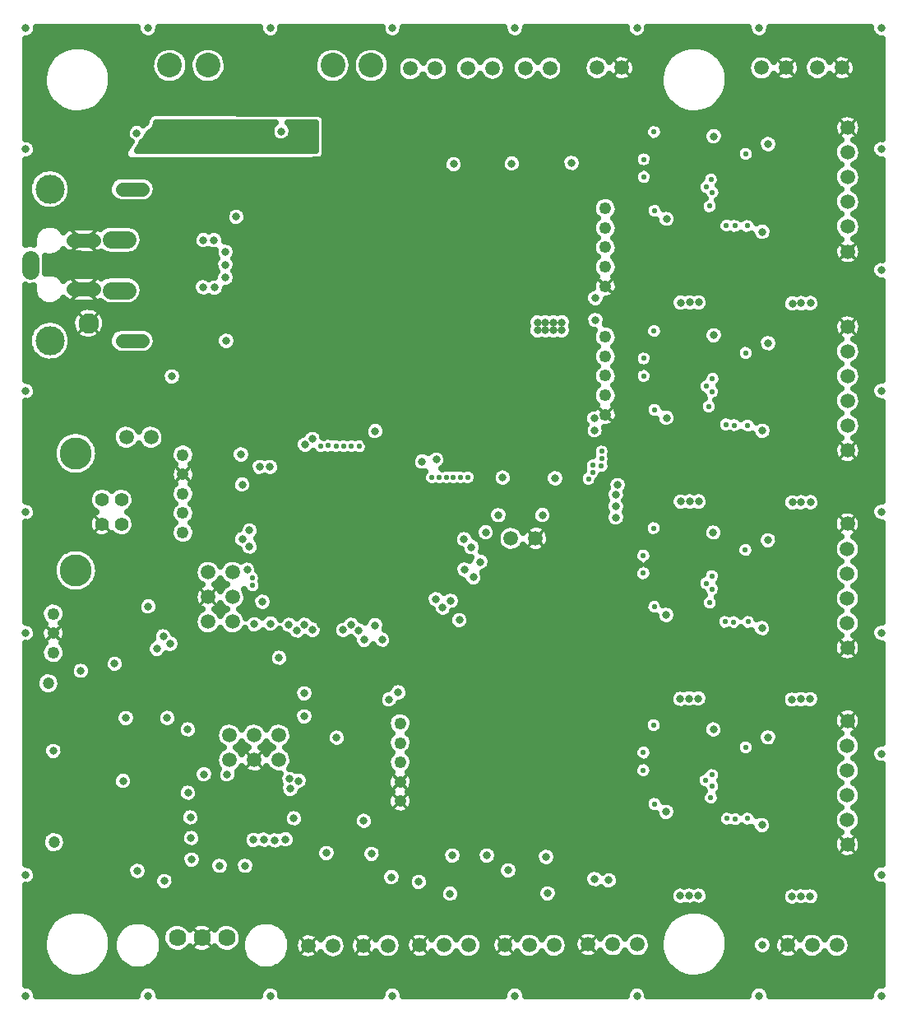
<source format=gbr>
G04 DipTrace Beta 2.3.5.2*
%INGND.gbr*%
%MOIN*%
%ADD22C,0.025*%
%ADD23C,0.013*%
%ADD32C,0.0709*%
%ADD34C,0.0551*%
%ADD37C,0.1181*%
%ADD39C,0.0827*%
%ADD41C,0.0559*%
%ADD43C,0.1299*%
%ADD45C,0.0591*%
%ADD48C,0.1*%
%ADD51C,0.0705*%
%ADD63C,0.0492*%
%ADD76C,0.0472*%
%ADD97C,0.032*%
%ADD99C,0.022*%
%FSLAX44Y44*%
G04*
G70*
G90*
G75*
G01*
%LNInner1_Plane*%
%LPD*%
D97*
X6580Y17510D3*
X11565Y13315D3*
X10270Y29420D3*
X23900Y9420D3*
X27400Y9070D3*
X23900Y9420D3*
X20970Y20400D3*
X28265Y23715D3*
Y24165D3*
X21250Y20065D3*
X22770Y21915D3*
X9960Y8990D3*
X15640Y15660D3*
Y16590D3*
X13940Y20300D3*
X21640Y10020D3*
X22140Y21601D3*
X21920Y19560D3*
X12880Y35890D3*
X21550Y8480D3*
X22490Y21290D3*
X21565Y20340D3*
X12465Y30865D3*
X11050Y10740D3*
X11020Y11570D3*
X7950Y17790D3*
X10081Y15599D3*
X27440Y31710D3*
X20415Y25985D3*
X27430Y32600D3*
X27410Y27250D3*
X20990Y26060D3*
X27390Y27730D3*
X28265Y24640D3*
X28335Y25020D3*
X6310Y29760D3*
Y29220D3*
X13320Y21600D3*
X9660Y18390D3*
X34110Y37450D3*
Y36990D3*
X34090Y36520D3*
X33630Y37020D3*
Y37460D3*
X33620Y36550D3*
X33160D3*
X33170Y36990D3*
X33150Y37460D3*
D99*
X32750Y35530D3*
X33090Y35520D3*
X33590D3*
X32070Y36320D3*
X32180Y36880D3*
X31940Y37090D3*
X32120Y37400D3*
X33530Y38440D3*
D97*
X34440Y38830D3*
X32230Y39150D3*
X36570Y37920D3*
X36560Y36040D3*
X34200Y35280D3*
X32350Y32500D3*
Y32860D3*
X33120D3*
X32710Y32500D3*
Y32850D3*
X33120Y32500D3*
X33340Y39270D3*
X32790D3*
X33340Y39700D3*
X32790D3*
X35980Y39560D3*
X35610D3*
X35170D3*
X30670Y39570D3*
D99*
X29833Y36135D3*
X29393Y37495D3*
Y38215D3*
X29813Y39325D3*
D97*
X30320Y35810D3*
X13990Y10670D3*
X14880Y36820D3*
X15350Y36810D3*
X15840Y36790D3*
X17150Y35890D3*
X15870Y34130D3*
X16550Y34150D3*
X16540Y33090D3*
X13380Y33520D3*
X11550Y34950D3*
X11970D3*
X11530Y33040D3*
X12000Y33020D3*
X12440Y33420D3*
Y33950D3*
Y34470D3*
X14710Y39350D3*
X15040Y38960D3*
X15410Y38950D3*
X15800Y38960D3*
X9080Y38890D3*
X9480D3*
X9870D3*
X8850Y39280D3*
X16490Y29050D3*
Y27980D3*
X15660Y29100D3*
X13310Y28350D3*
X13580Y10660D3*
X14670Y31800D3*
X15070D3*
X15480Y31790D3*
X16810Y30940D3*
X22750Y38830D3*
X23660Y39540D3*
X21280Y39630D3*
X20950Y39190D3*
X25980Y39610D3*
X25640Y39170D3*
X21690Y38020D3*
X24050Y38050D3*
X37073Y34675D3*
X37063Y34285D3*
X37053Y33885D3*
X36673Y34675D3*
X36663Y34285D3*
X36653Y33885D3*
X36823Y33375D3*
X37693Y33385D3*
X37273D3*
X36803Y32945D3*
X37673Y32955D3*
X37253D3*
X35423Y32385D3*
X36153Y32395D3*
X35783D3*
X30893Y32415D3*
X31623Y32425D3*
X31253D3*
X37073Y26615D3*
X30133Y33895D3*
X37063Y26225D3*
X37053Y25825D3*
X36673Y26615D3*
X36663Y26225D3*
X36653Y25825D3*
X36823Y25315D3*
X37693Y25325D3*
X37273D3*
X34110Y29390D3*
Y28930D3*
X34090Y28460D3*
X33630Y28960D3*
Y29400D3*
X33620Y28490D3*
X33160D3*
X33170Y28930D3*
X33150Y29400D3*
D99*
X32740Y27480D3*
X33080Y27450D3*
X33610Y27440D3*
X32030Y28210D3*
X32160Y28800D3*
X31940Y29030D3*
X32180Y29330D3*
X33530Y30380D3*
D97*
X34440Y30770D3*
X32230Y31090D3*
X36570Y29860D3*
X36560Y27980D3*
X34200Y27220D3*
X32350Y24440D3*
Y24800D3*
X33120D3*
X32710Y24440D3*
Y24790D3*
X33120Y24440D3*
X33340Y31210D3*
X32790D3*
X33340Y31640D3*
X32790D3*
X35980Y31500D3*
X35610D3*
X35170D3*
X30670Y31510D3*
D99*
X29833Y28075D3*
X29393Y29435D3*
Y30155D3*
X29813Y31265D3*
D97*
X30320Y27750D3*
X36803Y24885D3*
X37673Y24895D3*
X37253D3*
X35423Y24325D3*
X36153Y24335D3*
X35783D3*
X30893Y24355D3*
X31623Y24365D3*
X31253D3*
X30133Y25835D3*
X37061Y18635D3*
X37051Y18245D3*
X37041Y17845D3*
X36661Y18635D3*
X36651Y18245D3*
X36641Y17845D3*
X36811Y17335D3*
X37681Y17345D3*
X37261D3*
X34097Y21409D3*
Y20949D3*
X34077Y20479D3*
X33617Y20979D3*
Y21419D3*
X33607Y20509D3*
X33147D3*
X33157Y20949D3*
X33137Y21419D3*
D99*
X32690Y19490D3*
X33040Y19480D3*
X33630Y19490D3*
X32070Y20260D3*
X32160Y20810D3*
X31927Y21049D3*
X32160Y21340D3*
X33517Y22399D3*
D97*
X34427Y22789D3*
X32217Y23109D3*
X36557Y21879D3*
X36547Y19999D3*
X34187Y19239D3*
X32337Y16459D3*
Y16819D3*
X33107D3*
X32697Y16459D3*
Y16809D3*
X33107Y16459D3*
X33327Y23229D3*
X32777D3*
X33327Y23659D3*
X32777D3*
X35967Y23519D3*
X35597D3*
X35157D3*
X30657Y23529D3*
D99*
X29821Y20095D3*
X29381Y21455D3*
Y22175D3*
X29801Y23285D3*
D97*
X30307Y19769D3*
X36791Y16905D3*
X37661Y16915D3*
X37241D3*
X35411Y16345D3*
X36141Y16355D3*
X35771D3*
X30881Y16375D3*
X31611Y16385D3*
X31241D3*
X30121Y17855D3*
X37063Y10655D3*
X37053Y10265D3*
X37043Y9865D3*
X36663Y10655D3*
X36653Y10265D3*
X36643Y9865D3*
X36813Y9355D3*
X37683Y9365D3*
X37263D3*
X34100Y13430D3*
Y12970D3*
X34080Y12500D3*
X33620Y13000D3*
Y13440D3*
X33610Y12530D3*
X33150D3*
X33160Y12970D3*
X33140Y13440D3*
D99*
X32780Y11520D3*
X33100Y11500D3*
X33610Y11520D3*
X32110Y12360D3*
X32165Y12840D3*
X31890Y13065D3*
X32165Y13290D3*
X33530Y14410D3*
D97*
X34430Y14810D3*
X32220Y15130D3*
X36560Y13900D3*
X36550Y12020D3*
X34190Y11260D3*
X32340Y8480D3*
Y8840D3*
X33110D3*
X32700Y8480D3*
Y8830D3*
X33110Y8480D3*
X33330Y15250D3*
X32780D3*
X33330Y15680D3*
X32780D3*
X35970Y15540D3*
X35600D3*
X35160D3*
X30660Y15550D3*
D99*
X29823Y12115D3*
X29383Y13475D3*
Y14195D3*
X29803Y15305D3*
D97*
X30310Y11790D3*
X36793Y8925D3*
X37663Y8935D3*
X37243D3*
X35413Y8365D3*
X36143Y8375D3*
X35773D3*
X30883Y8395D3*
X31613Y8405D3*
X31243D3*
X30123Y9875D3*
X26470Y38070D3*
X23565Y34190D3*
X24515D3*
Y33815D3*
X23565D3*
X24515Y34565D3*
X23565D3*
X25565Y37390D3*
X4350Y43530D3*
X23040Y10020D3*
X25440Y9965D3*
X14440Y10640D3*
X14880Y10680D3*
X15215Y11540D3*
X15070Y12720D3*
X15410Y13050D3*
X15040Y13120D3*
X13765Y12315D3*
X5360Y15030D3*
X5460Y14260D3*
X19450Y16640D3*
X19080Y16350D3*
X18790Y18770D3*
X18500Y19350D3*
X18060Y18760D3*
X17840Y19140D3*
X17540Y19365D3*
X17215Y19165D3*
X15640Y19365D3*
X16290D3*
X15965Y19165D3*
X15170Y17160D3*
X18270Y17200D3*
X11940Y17015D3*
X24540Y29415D3*
Y29015D3*
Y28540D3*
X23565Y29415D3*
Y29015D3*
Y28540D3*
X25440Y32240D3*
X25090Y31615D3*
X25415D3*
X25740D3*
X26065D3*
X25090Y31290D3*
X25415D3*
X25740D3*
X26065D3*
X14250Y25760D3*
X13840D3*
X18515Y27215D3*
X14190Y12315D3*
Y11840D3*
X22990Y23115D3*
X22115Y22840D3*
X22415Y22515D3*
X13790Y11815D3*
X14665Y26715D3*
X15665Y26665D3*
X15965Y26890D3*
X18160Y26770D3*
X20010Y27320D3*
X12965Y27190D3*
X13415Y22540D3*
X13120Y22840D3*
X15340Y19140D3*
X15015Y19365D3*
X9315Y20115D3*
X24715Y10010D3*
X18360Y10090D3*
X19165Y9150D3*
X34200Y6400D3*
X27980Y9020D3*
X25495Y8490D3*
X20280Y8960D3*
X15690Y13890D3*
X15600Y10720D3*
X14340Y8025D3*
X16865Y8000D3*
X23500Y23810D3*
X25290Y23815D3*
X23680Y25330D3*
X13615Y19390D3*
X14265Y19415D3*
X13065Y26265D3*
X25800Y25300D3*
X10210Y18600D3*
X9920Y18910D3*
X9580Y22650D3*
X6265Y19290D3*
X27040Y9990D3*
X11040Y7665D3*
X12215Y8015D3*
X13240Y8040D3*
X10915Y15140D3*
X14615Y18040D3*
X13515Y18690D3*
X13120Y25050D3*
X13415Y23190D3*
X12515Y13315D3*
X10615Y32490D3*
X10640Y31915D3*
Y31365D3*
X10040Y36590D3*
X10015Y35665D3*
X10465D3*
Y36590D3*
X9640D3*
X9615Y35665D3*
X4350Y4350D3*
X39030Y43530D3*
Y4350D3*
X8870Y9400D3*
X11070Y9860D3*
X12200Y9610D3*
X13240D3*
X16950Y14800D3*
X16530Y10120D3*
X18050Y11430D3*
X9000Y12320D3*
X10920Y12570D3*
X16900Y23340D3*
X15850Y24370D3*
X18010Y24400D3*
Y22190D3*
X15810Y22170D3*
X4350Y9240D3*
Y19040D3*
Y23940D3*
Y28840D3*
Y38630D3*
X39030D3*
Y33730D3*
Y28840D3*
X9300Y43530D3*
X39030Y23940D3*
Y19040D3*
Y14140D3*
Y9250D3*
X14260Y43530D3*
X19210D3*
X24170D3*
X29120D3*
X34070D3*
X9300Y4350D3*
X14260D3*
X19210D3*
X24170D3*
X29120D3*
X34070D3*
X24510Y10830D3*
X11620Y15810D3*
X14100Y15740D3*
X8800Y18110D3*
X19980Y17620D3*
X21580Y18860D3*
D99*
X20810Y25340D3*
D97*
X23180Y22650D3*
X26020Y23830D3*
X29640Y13010D3*
X31500Y12120D3*
X31240Y14970D3*
X29650Y21000D3*
X31230Y22840D3*
X34190Y16480D3*
X34150Y18070D3*
X31420Y20120D3*
X34400Y24530D3*
X34330Y26020D3*
X29640Y28960D3*
X31280Y30800D3*
X34290Y34040D3*
X34340Y32540D3*
X29660Y37070D3*
X31300Y38910D3*
X31450Y36150D3*
X9200Y39700D3*
X11400Y23740D3*
X12350Y22670D3*
X6310Y28550D3*
Y27980D3*
X8400Y15590D3*
X8290Y13050D3*
D99*
X16290Y26610D3*
X16610Y26620D3*
X16920Y26610D3*
X17230D3*
X17550D3*
X17860Y26600D3*
X13520Y21280D3*
X13540Y20970D3*
X21110Y25340D3*
X21400D3*
X21960D3*
X21680D3*
X22260D3*
X27690Y26390D3*
Y26090D3*
X27680Y25790D3*
X27330Y25820D3*
X27320Y25530D3*
X27160Y25280D3*
X4735Y43306D2*
D22*
X8915D1*
X9688D2*
X13872D1*
X14645D2*
X18826D1*
X19598D2*
X23783D1*
X24555D2*
X28736D1*
X29504D2*
X33685D1*
X34458D2*
X38646D1*
X4350Y43058D2*
X39029D1*
X4350Y42809D2*
X6275D1*
X6606D2*
X31275D1*
X31606D2*
X39029D1*
X4350Y42560D2*
X5615D1*
X7266D2*
X9615D1*
X10747D2*
X11173D1*
X12305D2*
X16224D1*
X17356D2*
X17783D1*
X18919D2*
X30615D1*
X32266D2*
X39029D1*
X4350Y42312D2*
X5349D1*
X7532D2*
X9447D1*
X10911D2*
X11006D1*
X12473D2*
X16060D1*
X17524D2*
X17615D1*
X19083D2*
X19556D1*
X20344D2*
X20556D1*
X21344D2*
X21845D1*
X22676D2*
X22845D1*
X23676D2*
X24173D1*
X25004D2*
X25172D1*
X26004D2*
X27064D1*
X27934D2*
X28064D1*
X28934D2*
X30349D1*
X32532D2*
X33744D1*
X34594D2*
X34744D1*
X35594D2*
X35994D1*
X36864D2*
X36995D1*
X37864D2*
X39029D1*
X4350Y42063D2*
X5189D1*
X7692D2*
X9392D1*
X12528D2*
X16001D1*
X19137D2*
X19392D1*
X21508D2*
X21697D1*
X23825D2*
X24025D1*
X26153D2*
X26931D1*
X29071D2*
X30189D1*
X32692D2*
X33603D1*
X35735D2*
X35861D1*
X38001D2*
X39029D1*
X4350Y41814D2*
X5091D1*
X7790D2*
X9419D1*
X12501D2*
X16029D1*
X19110D2*
X19369D1*
X21532D2*
X21685D1*
X23836D2*
X24013D1*
X26169D2*
X26927D1*
X29075D2*
X30091D1*
X32790D2*
X33595D1*
X35747D2*
X35857D1*
X38004D2*
X39029D1*
X4350Y41566D2*
X5044D1*
X7836D2*
X9540D1*
X10821D2*
X11099D1*
X12379D2*
X16150D1*
X17430D2*
X17708D1*
X18989D2*
X19470D1*
X21430D2*
X21794D1*
X23727D2*
X24122D1*
X26055D2*
X27048D1*
X27950D2*
X28048D1*
X28950D2*
X30044D1*
X32836D2*
X33712D1*
X34629D2*
X34714D1*
X35629D2*
X35978D1*
X36879D2*
X36978D1*
X37879D2*
X39029D1*
X4350Y41317D2*
X5044D1*
X7836D2*
X9853D1*
X10504D2*
X11415D1*
X12067D2*
X16466D1*
X17118D2*
X18025D1*
X18676D2*
X30044D1*
X32836D2*
X39029D1*
X4350Y41068D2*
X5091D1*
X7790D2*
X30091D1*
X32790D2*
X39029D1*
X4350Y40820D2*
X5185D1*
X7692D2*
X30185D1*
X32692D2*
X39029D1*
X4350Y40571D2*
X5349D1*
X7532D2*
X30349D1*
X32532D2*
X39029D1*
X4350Y40322D2*
X5611D1*
X7266D2*
X30611D1*
X32266D2*
X39029D1*
X4350Y40074D2*
X6251D1*
X6626D2*
X9439D1*
X16262D2*
X31251D1*
X31626D2*
X39029D1*
X4350Y39825D2*
X9224D1*
X16501D2*
X37185D1*
X38141D2*
X39029D1*
X4350Y39576D2*
X8521D1*
X16501D2*
X29509D1*
X30118D2*
X37083D1*
X38243D2*
X39029D1*
X4350Y39327D2*
X8404D1*
X16501D2*
X29415D1*
X30211D2*
X31818D1*
X32641D2*
X37103D1*
X38223D2*
X39029D1*
X4350Y39079D2*
X8451D1*
X16501D2*
X29505D1*
X30122D2*
X31786D1*
X32672D2*
X34072D1*
X34809D2*
X37263D1*
X38063D2*
X39029D1*
X4751Y38830D2*
X8540D1*
X16501D2*
X31927D1*
X32536D2*
X33990D1*
X34891D2*
X37189D1*
X38129D2*
X38630D1*
X4797Y38581D2*
X8376D1*
X16501D2*
X29286D1*
X29501D2*
X33158D1*
X33903D2*
X34072D1*
X34809D2*
X37083D1*
X38239D2*
X38583D1*
X4680Y38333D2*
X8369D1*
X16473D2*
X21376D1*
X22004D2*
X23708D1*
X24391D2*
X26111D1*
X26829D2*
X29013D1*
X29774D2*
X33146D1*
X33915D2*
X37099D1*
X38223D2*
X38701D1*
X4350Y38084D2*
X21244D1*
X22133D2*
X23603D1*
X24501D2*
X26021D1*
X26919D2*
X29017D1*
X29770D2*
X33388D1*
X33672D2*
X37251D1*
X38071D2*
X39029D1*
X4350Y37835D2*
X5064D1*
X5571D2*
X21283D1*
X22098D2*
X23658D1*
X24442D2*
X26091D1*
X26848D2*
X29208D1*
X29575D2*
X37193D1*
X38126D2*
X39029D1*
X4350Y37587D2*
X4661D1*
X5977D2*
X29005D1*
X29782D2*
X31771D1*
X32469D2*
X37083D1*
X38239D2*
X39029D1*
X4350Y37338D2*
X4501D1*
X6133D2*
X7794D1*
X9532D2*
X29029D1*
X29758D2*
X31634D1*
X32516D2*
X37095D1*
X38223D2*
X39029D1*
X4350Y37089D2*
X4443D1*
X6196D2*
X7693D1*
X9637D2*
X31540D1*
X32516D2*
X37244D1*
X38075D2*
X39029D1*
X4350Y36841D2*
X4454D1*
X6180D2*
X7712D1*
X9614D2*
X31634D1*
X32579D2*
X37197D1*
X38122D2*
X39029D1*
X4350Y36592D2*
X4548D1*
X6090D2*
X7884D1*
X9446D2*
X27454D1*
X28227D2*
X31786D1*
X32446D2*
X37083D1*
X38235D2*
X39029D1*
X4350Y36343D2*
X4759D1*
X5876D2*
X27318D1*
X28364D2*
X29497D1*
X30169D2*
X31669D1*
X32469D2*
X37095D1*
X38227D2*
X39029D1*
X4350Y36095D2*
X12482D1*
X13278D2*
X27322D1*
X28356D2*
X29435D1*
X30661D2*
X31747D1*
X32395D2*
X37240D1*
X38083D2*
X39029D1*
X4350Y35846D2*
X12431D1*
X13329D2*
X27478D1*
X28204D2*
X29572D1*
X30770D2*
X32525D1*
X33301D2*
X33379D1*
X33801D2*
X37201D1*
X38118D2*
X39029D1*
X4350Y35597D2*
X12548D1*
X13211D2*
X27329D1*
X28352D2*
X29927D1*
X30711D2*
X32357D1*
X34508D2*
X37087D1*
X38235D2*
X39029D1*
X4350Y35348D2*
X4790D1*
X5844D2*
X5923D1*
X8977D2*
X11376D1*
X12141D2*
X27314D1*
X28368D2*
X32396D1*
X34645D2*
X37095D1*
X38227D2*
X39029D1*
X4350Y35100D2*
X4658D1*
X9098D2*
X11126D1*
X12391D2*
X27435D1*
X28243D2*
X33790D1*
X34610D2*
X37232D1*
X38086D2*
X39029D1*
X4350Y34851D2*
X4638D1*
X9102D2*
X11111D1*
X12653D2*
X27345D1*
X28336D2*
X37212D1*
X38114D2*
X39029D1*
X8997Y34602D2*
X11283D1*
X12868D2*
X27306D1*
X28372D2*
X37091D1*
X38235D2*
X39029D1*
X5669Y34354D2*
X7665D1*
X8598D2*
X12005D1*
X12876D2*
X27404D1*
X28278D2*
X37095D1*
X38231D2*
X39029D1*
X5176Y34105D2*
X12021D1*
X12860D2*
X27361D1*
X28317D2*
X37228D1*
X38098D2*
X38806D1*
X5176Y33856D2*
X12001D1*
X12879D2*
X27306D1*
X28376D2*
X38599D1*
X5431Y33608D2*
X12033D1*
X12848D2*
X27376D1*
X28305D2*
X38599D1*
X8926Y33359D2*
X11224D1*
X12887D2*
X27388D1*
X28294D2*
X38798D1*
X9083Y33110D2*
X11087D1*
X12754D2*
X27306D1*
X28376D2*
X39029D1*
X4350Y32862D2*
X4642D1*
X9110D2*
X11119D1*
X12419D2*
X27072D1*
X28329D2*
X39029D1*
X4350Y32613D2*
X4732D1*
X9032D2*
X11853D1*
X12145D2*
X26982D1*
X28071D2*
X30494D1*
X32028D2*
X35040D1*
X36544D2*
X39029D1*
X4350Y32364D2*
X5005D1*
X5629D2*
X7494D1*
X8774D2*
X27052D1*
X27809D2*
X30447D1*
X32067D2*
X34974D1*
X36602D2*
X39029D1*
X4350Y32116D2*
X6454D1*
X7333D2*
X27286D1*
X27594D2*
X30568D1*
X31938D2*
X35072D1*
X36497D2*
X39029D1*
X4350Y31867D2*
X6255D1*
X7532D2*
X24724D1*
X26434D2*
X27021D1*
X27860D2*
X37283D1*
X38047D2*
X39029D1*
X4350Y31618D2*
X4880D1*
X5754D2*
X6189D1*
X7594D2*
X24642D1*
X26516D2*
X27001D1*
X27879D2*
X29661D1*
X29965D2*
X37111D1*
X38219D2*
X39029D1*
X4350Y31369D2*
X4599D1*
X6036D2*
X6224D1*
X7563D2*
X8021D1*
X9309D2*
X24646D1*
X26508D2*
X27161D1*
X28247D2*
X29427D1*
X30200D2*
X31884D1*
X32575D2*
X37083D1*
X38243D2*
X39029D1*
X4350Y31121D2*
X4474D1*
X6161D2*
X6369D1*
X7419D2*
X7747D1*
X9583D2*
X12099D1*
X12829D2*
X24677D1*
X26481D2*
X27314D1*
X28368D2*
X29443D1*
X30184D2*
X31783D1*
X32680D2*
X34177D1*
X34704D2*
X37173D1*
X38153D2*
X39029D1*
X4350Y30872D2*
X4439D1*
X6200D2*
X7685D1*
X9645D2*
X12017D1*
X12915D2*
X24990D1*
X25193D2*
X25314D1*
X25515D2*
X25639D1*
X25843D2*
X25966D1*
X26163D2*
X27329D1*
X28352D2*
X31841D1*
X32622D2*
X34001D1*
X34879D2*
X37290D1*
X38028D2*
X39029D1*
X4350Y30623D2*
X4474D1*
X6161D2*
X7744D1*
X9583D2*
X12091D1*
X12840D2*
X27474D1*
X28208D2*
X33220D1*
X33840D2*
X34017D1*
X34864D2*
X37111D1*
X38211D2*
X39029D1*
X4350Y30375D2*
X4595D1*
X6040D2*
X8009D1*
X9321D2*
X27322D1*
X28360D2*
X29064D1*
X29723D2*
X33130D1*
X33930D2*
X34259D1*
X34622D2*
X37079D1*
X38243D2*
X39029D1*
X4350Y30126D2*
X4869D1*
X5766D2*
X27318D1*
X28364D2*
X28994D1*
X29794D2*
X33228D1*
X33833D2*
X37165D1*
X38157D2*
X39029D1*
X4350Y29877D2*
X27458D1*
X28223D2*
X29119D1*
X29669D2*
X37298D1*
X38024D2*
X39029D1*
X4350Y29629D2*
X9876D1*
X10665D2*
X27333D1*
X28344D2*
X29048D1*
X29739D2*
X31927D1*
X32430D2*
X37111D1*
X38208D2*
X39029D1*
X4350Y29380D2*
X9822D1*
X10719D2*
X27310D1*
X28372D2*
X28997D1*
X29790D2*
X31779D1*
X32575D2*
X37076D1*
X38243D2*
X39029D1*
X4684Y29131D2*
X9935D1*
X10606D2*
X27419D1*
X28258D2*
X29150D1*
X29637D2*
X31556D1*
X32524D2*
X37161D1*
X38161D2*
X38697D1*
X4797Y28883D2*
X27353D1*
X28329D2*
X31572D1*
X32551D2*
X37306D1*
X38016D2*
X38583D1*
X4747Y28634D2*
X27306D1*
X28376D2*
X31798D1*
X32520D2*
X37115D1*
X38208D2*
X38634D1*
X4350Y28385D2*
X27388D1*
X28290D2*
X29599D1*
X30071D2*
X31673D1*
X32387D2*
X37076D1*
X38243D2*
X39029D1*
X4350Y28137D2*
X27240D1*
X28309D2*
X29439D1*
X30520D2*
X31638D1*
X32422D2*
X37158D1*
X38161D2*
X39029D1*
X4350Y27888D2*
X26970D1*
X28376D2*
X29486D1*
X30747D2*
X31814D1*
X32247D2*
X37314D1*
X38008D2*
X39029D1*
X4350Y27639D2*
X26951D1*
X28317D2*
X29884D1*
X30754D2*
X32376D1*
X33954D2*
X34103D1*
X34298D2*
X37115D1*
X38204D2*
X39029D1*
X4350Y27390D2*
X8036D1*
X8805D2*
X9036D1*
X9805D2*
X18103D1*
X18926D2*
X26986D1*
X28008D2*
X30068D1*
X30571D2*
X32353D1*
X34614D2*
X37076D1*
X38243D2*
X39029D1*
X4350Y27142D2*
X5966D1*
X6778D2*
X7865D1*
X9973D2*
X15599D1*
X16333D2*
X18072D1*
X18958D2*
X26974D1*
X27844D2*
X32552D1*
X34641D2*
X37154D1*
X38165D2*
X39029D1*
X4350Y26893D2*
X5642D1*
X7102D2*
X7837D1*
X10001D2*
X15283D1*
X18118D2*
X18217D1*
X18817D2*
X27154D1*
X27665D2*
X33904D1*
X34497D2*
X37329D1*
X37997D2*
X39029D1*
X4350Y26644D2*
X5494D1*
X7247D2*
X7931D1*
X9907D2*
X10365D1*
X11063D2*
X12849D1*
X13282D2*
X15216D1*
X18258D2*
X27388D1*
X27989D2*
X37122D1*
X38204D2*
X39029D1*
X4350Y26396D2*
X5435D1*
X7305D2*
X10201D1*
X11231D2*
X12634D1*
X13493D2*
X15310D1*
X18200D2*
X20283D1*
X20551D2*
X20704D1*
X21274D2*
X27290D1*
X28090D2*
X37079D1*
X38247D2*
X39029D1*
X4350Y26147D2*
X5447D1*
X7297D2*
X10189D1*
X11239D2*
X12630D1*
X13497D2*
X13643D1*
X14450D2*
X19997D1*
X21430D2*
X27122D1*
X28086D2*
X37154D1*
X38176D2*
X39029D1*
X4350Y25898D2*
X5529D1*
X7211D2*
X10318D1*
X11110D2*
X12826D1*
X13305D2*
X13412D1*
X14676D2*
X19974D1*
X21407D2*
X26939D1*
X28063D2*
X37451D1*
X37879D2*
X39029D1*
X4350Y25650D2*
X5712D1*
X7028D2*
X10216D1*
X11215D2*
X13404D1*
X14684D2*
X20130D1*
X22497D2*
X23376D1*
X23985D2*
X25533D1*
X26067D2*
X26939D1*
X28051D2*
X39029D1*
X4350Y25401D2*
X6247D1*
X6493D2*
X10181D1*
X11247D2*
X12857D1*
X13383D2*
X13587D1*
X14501D2*
X20415D1*
X22657D2*
X23236D1*
X24126D2*
X25361D1*
X26239D2*
X26779D1*
X27696D2*
X28122D1*
X28547D2*
X39029D1*
X4350Y25152D2*
X10283D1*
X11145D2*
X12681D1*
X13559D2*
X20462D1*
X22610D2*
X23271D1*
X24090D2*
X25376D1*
X26223D2*
X26783D1*
X27536D2*
X27908D1*
X28762D2*
X39029D1*
X4350Y24904D2*
X7142D1*
X7735D2*
X7927D1*
X8524D2*
X10232D1*
X11196D2*
X12697D1*
X13544D2*
X25622D1*
X25977D2*
X27900D1*
X28770D2*
X39029D1*
X4350Y24655D2*
X6915D1*
X8747D2*
X10181D1*
X11251D2*
X12939D1*
X13301D2*
X27814D1*
X28715D2*
X30568D1*
X31958D2*
X35130D1*
X36458D2*
X39029D1*
X4350Y24406D2*
X6869D1*
X8794D2*
X10255D1*
X11176D2*
X27884D1*
X28645D2*
X30447D1*
X32071D2*
X34982D1*
X36598D2*
X39029D1*
X4739Y24158D2*
X6943D1*
X8719D2*
X10255D1*
X11172D2*
X23232D1*
X23770D2*
X25013D1*
X25567D2*
X27814D1*
X28715D2*
X30494D1*
X32020D2*
X35009D1*
X36563D2*
X38642D1*
X4797Y23909D2*
X7122D1*
X8540D2*
X10181D1*
X11251D2*
X23064D1*
X23938D2*
X24849D1*
X25731D2*
X27861D1*
X28669D2*
X35314D1*
X35530D2*
X37298D1*
X38004D2*
X38583D1*
X4696Y23660D2*
X6911D1*
X8751D2*
X10232D1*
X11196D2*
X23079D1*
X23922D2*
X24869D1*
X25711D2*
X27818D1*
X28711D2*
X37103D1*
X38196D2*
X38685D1*
X4350Y23411D2*
X6869D1*
X8794D2*
X10286D1*
X11145D2*
X13029D1*
X13801D2*
X22661D1*
X23672D2*
X23865D1*
X24165D2*
X24865D1*
X25446D2*
X27943D1*
X28586D2*
X29423D1*
X30180D2*
X31892D1*
X32540D2*
X37068D1*
X38235D2*
X39029D1*
X4350Y23163D2*
X6951D1*
X8715D2*
X10185D1*
X11247D2*
X12818D1*
X13864D2*
X21814D1*
X22419D2*
X22542D1*
X23438D2*
X23517D1*
X25516D2*
X29419D1*
X30180D2*
X31771D1*
X32665D2*
X34201D1*
X34657D2*
X37146D1*
X38153D2*
X39029D1*
X4350Y22914D2*
X7306D1*
X7566D2*
X8095D1*
X8356D2*
X10216D1*
X11215D2*
X12677D1*
X13762D2*
X21673D1*
X25598D2*
X29720D1*
X29882D2*
X31814D1*
X32618D2*
X33997D1*
X34860D2*
X37310D1*
X37985D2*
X39029D1*
X4350Y22665D2*
X10423D1*
X11008D2*
X12708D1*
X13844D2*
X21704D1*
X22836D2*
X23466D1*
X25563D2*
X33228D1*
X33805D2*
X33997D1*
X34860D2*
X37107D1*
X38188D2*
X39029D1*
X4350Y22417D2*
X6001D1*
X6743D2*
X12982D1*
X13848D2*
X21978D1*
X22852D2*
X23654D1*
X24376D2*
X24654D1*
X25376D2*
X29068D1*
X29692D2*
X33119D1*
X33919D2*
X34197D1*
X34657D2*
X37064D1*
X38231D2*
X39029D1*
X4350Y22168D2*
X5654D1*
X7086D2*
X13185D1*
X13645D2*
X22146D1*
X23137D2*
X28982D1*
X29782D2*
X33197D1*
X33836D2*
X37138D1*
X38157D2*
X39029D1*
X4350Y21919D2*
X5501D1*
X7243D2*
X11357D1*
X12126D2*
X12357D1*
X13626D2*
X21833D1*
X23219D2*
X29079D1*
X29680D2*
X37318D1*
X37977D2*
X39029D1*
X4350Y21671D2*
X5439D1*
X7305D2*
X11185D1*
X13762D2*
X21697D1*
X23141D2*
X29048D1*
X29711D2*
X31958D1*
X32364D2*
X37107D1*
X38188D2*
X39029D1*
X4350Y21422D2*
X5443D1*
X7297D2*
X11158D1*
X13891D2*
X21728D1*
X22919D2*
X28982D1*
X29778D2*
X31771D1*
X32551D2*
X37064D1*
X38231D2*
X39029D1*
X4350Y21173D2*
X5521D1*
X7219D2*
X11251D1*
X13903D2*
X22056D1*
X22922D2*
X29107D1*
X29653D2*
X31548D1*
X32520D2*
X37134D1*
X38161D2*
X39029D1*
X4350Y20925D2*
X5697D1*
X7044D2*
X11361D1*
X12118D2*
X12361D1*
X13938D2*
X22247D1*
X22731D2*
X31548D1*
X32544D2*
X37326D1*
X37969D2*
X39029D1*
X4350Y20676D2*
X6154D1*
X6586D2*
X11185D1*
X14165D2*
X20622D1*
X21852D2*
X31786D1*
X32536D2*
X37111D1*
X38184D2*
X39029D1*
X4350Y20427D2*
X9001D1*
X9629D2*
X11158D1*
X13321D2*
X13509D1*
X14372D2*
X20521D1*
X22004D2*
X29622D1*
X30020D2*
X31708D1*
X32430D2*
X37064D1*
X38231D2*
X39029D1*
X4350Y20179D2*
X5079D1*
X5840D2*
X8869D1*
X9758D2*
X11251D1*
X13231D2*
X13509D1*
X14372D2*
X20583D1*
X21985D2*
X29431D1*
X30446D2*
X31681D1*
X32461D2*
X37130D1*
X38161D2*
X39029D1*
X4350Y19930D2*
X4939D1*
X5981D2*
X8908D1*
X9723D2*
X11369D1*
X12114D2*
X12369D1*
X13114D2*
X13708D1*
X14172D2*
X20822D1*
X22153D2*
X29458D1*
X30727D2*
X31869D1*
X32274D2*
X37333D1*
X37961D2*
X39029D1*
X4350Y19681D2*
X4943D1*
X5981D2*
X11189D1*
X14622D2*
X14704D1*
X15950D2*
X17232D1*
X17848D2*
X18208D1*
X18790D2*
X21044D1*
X22352D2*
X29869D1*
X30747D2*
X32341D1*
X33977D2*
X37111D1*
X38184D2*
X39029D1*
X4540Y19432D2*
X5091D1*
X5829D2*
X11158D1*
X16321D2*
X16861D1*
X18942D2*
X21490D1*
X22352D2*
X30025D1*
X30590D2*
X32294D1*
X34590D2*
X37064D1*
X38231D2*
X38841D1*
X4774Y19184D2*
X4951D1*
X5969D2*
X9572D1*
X10270D2*
X11247D1*
X16415D2*
X16767D1*
X18915D2*
X21697D1*
X22141D2*
X32451D1*
X33294D2*
X33388D1*
X34633D2*
X37130D1*
X38165D2*
X38607D1*
X4786Y18935D2*
X4931D1*
X5989D2*
X9470D1*
X10497D2*
X11638D1*
X11843D2*
X12638D1*
X12843D2*
X14943D1*
X16348D2*
X16833D1*
X19208D2*
X33865D1*
X34508D2*
X37353D1*
X37946D2*
X38595D1*
X4610Y18686D2*
X5048D1*
X5872D2*
X9329D1*
X10653D2*
X17619D1*
X19231D2*
X37119D1*
X38180D2*
X38771D1*
X4350Y18438D2*
X4966D1*
X5954D2*
X9212D1*
X10629D2*
X14439D1*
X14790D2*
X17759D1*
X18360D2*
X18501D1*
X19079D2*
X37064D1*
X38235D2*
X39029D1*
X4350Y18189D2*
X4927D1*
X5993D2*
X7779D1*
X8122D2*
X9259D1*
X10340D2*
X14193D1*
X15040D2*
X37126D1*
X38172D2*
X39029D1*
X4350Y17940D2*
X5017D1*
X5903D2*
X7529D1*
X8372D2*
X14177D1*
X15051D2*
X37380D1*
X37919D2*
X39029D1*
X4350Y17692D2*
X6169D1*
X6989D2*
X7513D1*
X8387D2*
X14349D1*
X14883D2*
X39029D1*
X4350Y17443D2*
X5001D1*
X5520D2*
X6134D1*
X7024D2*
X7681D1*
X8219D2*
X39029D1*
X4350Y17194D2*
X4775D1*
X5747D2*
X6271D1*
X6891D2*
X39029D1*
X4350Y16946D2*
X4736D1*
X5782D2*
X15384D1*
X15899D2*
X19130D1*
X19770D2*
X39029D1*
X4350Y16697D2*
X4837D1*
X5684D2*
X15204D1*
X16075D2*
X18810D1*
X19895D2*
X30579D1*
X31922D2*
X35150D1*
X36419D2*
X39029D1*
X4350Y16448D2*
X15216D1*
X16067D2*
X18642D1*
X19856D2*
X30439D1*
X32055D2*
X34974D1*
X36579D2*
X39029D1*
X4350Y16200D2*
X15447D1*
X15833D2*
X18658D1*
X19501D2*
X30470D1*
X32016D2*
X34986D1*
X36563D2*
X39029D1*
X4350Y15951D2*
X8150D1*
X8649D2*
X9818D1*
X10344D2*
X15306D1*
X15973D2*
X18911D1*
X19251D2*
X35228D1*
X36297D2*
X37333D1*
X37973D2*
X39029D1*
X4350Y15702D2*
X7966D1*
X8836D2*
X9642D1*
X10520D2*
X15193D1*
X16086D2*
X19107D1*
X19934D2*
X37115D1*
X38192D2*
X39029D1*
X4350Y15453D2*
X7974D1*
X8829D2*
X9658D1*
X10504D2*
X10603D1*
X11227D2*
X12536D1*
X12675D2*
X13536D1*
X13675D2*
X14536D1*
X14675D2*
X15244D1*
X16036D2*
X18990D1*
X20047D2*
X29435D1*
X30172D2*
X31919D1*
X32520D2*
X37068D1*
X38239D2*
X39029D1*
X4350Y15205D2*
X8197D1*
X8602D2*
X9900D1*
X10262D2*
X10470D1*
X11360D2*
X12115D1*
X15098D2*
X16794D1*
X17106D2*
X19013D1*
X20028D2*
X29415D1*
X30188D2*
X31779D1*
X32665D2*
X34247D1*
X34614D2*
X37138D1*
X38169D2*
X39029D1*
X4350Y14956D2*
X10509D1*
X11325D2*
X12025D1*
X15188D2*
X16529D1*
X17372D2*
X19146D1*
X19895D2*
X29642D1*
X29965D2*
X31806D1*
X32633D2*
X34005D1*
X34856D2*
X37345D1*
X37954D2*
X39029D1*
X4350Y14707D2*
X12052D1*
X15157D2*
X16509D1*
X17391D2*
X19001D1*
X20040D2*
X32154D1*
X32288D2*
X33279D1*
X33782D2*
X33994D1*
X34868D2*
X37119D1*
X38184D2*
X39029D1*
X4350Y14459D2*
X5060D1*
X5860D2*
X12228D1*
X12981D2*
X13228D1*
X13981D2*
X14228D1*
X14981D2*
X16673D1*
X17227D2*
X19001D1*
X20040D2*
X29091D1*
X29676D2*
X33134D1*
X33926D2*
X34165D1*
X34692D2*
X37064D1*
X38235D2*
X38724D1*
X4350Y14210D2*
X5013D1*
X5907D2*
X12119D1*
X15094D2*
X19146D1*
X19895D2*
X28986D1*
X29782D2*
X33189D1*
X33872D2*
X37130D1*
X38172D2*
X38587D1*
X4350Y13961D2*
X5134D1*
X5786D2*
X12025D1*
X15188D2*
X19013D1*
X20028D2*
X29064D1*
X29700D2*
X37357D1*
X37946D2*
X38619D1*
X4350Y13713D2*
X11392D1*
X11739D2*
X12052D1*
X15161D2*
X18990D1*
X20047D2*
X29068D1*
X29700D2*
X37119D1*
X38180D2*
X39029D1*
X4350Y13464D2*
X8169D1*
X8411D2*
X11142D1*
X11989D2*
X12090D1*
X12989D2*
X13224D1*
X13989D2*
X14224D1*
X15532D2*
X19107D1*
X19934D2*
X28982D1*
X29782D2*
X31810D1*
X32524D2*
X37064D1*
X38235D2*
X39029D1*
X4350Y13215D2*
X7872D1*
X8708D2*
X11126D1*
X12954D2*
X14603D1*
X15825D2*
X19029D1*
X20012D2*
X29087D1*
X29676D2*
X31521D1*
X32559D2*
X37126D1*
X38172D2*
X39029D1*
X4350Y12967D2*
X7849D1*
X8731D2*
X10744D1*
X11098D2*
X11298D1*
X11833D2*
X12247D1*
X12782D2*
X14619D1*
X15852D2*
X18986D1*
X20055D2*
X31505D1*
X32544D2*
X37365D1*
X37934D2*
X39029D1*
X4350Y12718D2*
X8001D1*
X8579D2*
X10497D1*
X11344D2*
X14619D1*
X15700D2*
X19076D1*
X19965D2*
X31724D1*
X32544D2*
X37122D1*
X38176D2*
X39029D1*
X4350Y12469D2*
X10482D1*
X11356D2*
X14701D1*
X15438D2*
X19048D1*
X19993D2*
X29673D1*
X29973D2*
X31728D1*
X32493D2*
X37064D1*
X38235D2*
X39029D1*
X4350Y12221D2*
X10654D1*
X11188D2*
X18986D1*
X20055D2*
X29439D1*
X30208D2*
X31736D1*
X32485D2*
X37122D1*
X38176D2*
X39029D1*
X4350Y11972D2*
X10857D1*
X11184D2*
X19048D1*
X19993D2*
X29451D1*
X30719D2*
X37369D1*
X37930D2*
X39029D1*
X4350Y11723D2*
X10599D1*
X11442D2*
X14806D1*
X15626D2*
X17716D1*
X18383D2*
X19380D1*
X19661D2*
X29865D1*
X30754D2*
X32439D1*
X33950D2*
X37126D1*
X38176D2*
X39029D1*
X4350Y11474D2*
X10579D1*
X11458D2*
X14771D1*
X15661D2*
X17603D1*
X18497D2*
X30001D1*
X30618D2*
X32384D1*
X34583D2*
X37064D1*
X38235D2*
X39029D1*
X4350Y11226D2*
X10747D1*
X11294D2*
X14904D1*
X15524D2*
X17654D1*
X18446D2*
X32525D1*
X34637D2*
X37122D1*
X38180D2*
X39029D1*
X4350Y10977D2*
X5173D1*
X5809D2*
X10673D1*
X11426D2*
X13271D1*
X15208D2*
X33849D1*
X34532D2*
X37361D1*
X37942D2*
X39029D1*
X4350Y10728D2*
X4990D1*
X5989D2*
X10599D1*
X11501D2*
X13134D1*
X15329D2*
X37134D1*
X38172D2*
X39029D1*
X4350Y10480D2*
X4974D1*
X6008D2*
X10689D1*
X11411D2*
X13169D1*
X15278D2*
X16279D1*
X16782D2*
X18165D1*
X18555D2*
X37068D1*
X38239D2*
X39029D1*
X4350Y10231D2*
X5095D1*
X5883D2*
X10837D1*
X11301D2*
X14302D1*
X14581D2*
X16095D1*
X16965D2*
X17935D1*
X18786D2*
X21247D1*
X22036D2*
X22646D1*
X23434D2*
X25083D1*
X25797D2*
X37119D1*
X38188D2*
X39029D1*
X4350Y9982D2*
X10638D1*
X11501D2*
X11970D1*
X12430D2*
X13009D1*
X13469D2*
X16103D1*
X16958D2*
X17923D1*
X18797D2*
X21193D1*
X22086D2*
X22591D1*
X23489D2*
X24990D1*
X25891D2*
X37345D1*
X37961D2*
X39029D1*
X4350Y9734D2*
X8583D1*
X9157D2*
X10638D1*
X11501D2*
X11767D1*
X12633D2*
X12810D1*
X13672D2*
X16329D1*
X16731D2*
X18103D1*
X18618D2*
X21302D1*
X21977D2*
X22701D1*
X23379D2*
X23587D1*
X24211D2*
X25060D1*
X25821D2*
X39029D1*
X4723Y9485D2*
X8427D1*
X9313D2*
X10845D1*
X11294D2*
X11771D1*
X12629D2*
X12810D1*
X13672D2*
X18880D1*
X19454D2*
X23454D1*
X24344D2*
X27283D1*
X27516D2*
X38650D1*
X4801Y9236D2*
X8454D1*
X9286D2*
X9587D1*
X10333D2*
X11974D1*
X12426D2*
X13013D1*
X13465D2*
X18724D1*
X19606D2*
X19931D1*
X20629D2*
X23494D1*
X24309D2*
X26986D1*
X28372D2*
X38579D1*
X4715Y8988D2*
X8744D1*
X8997D2*
X9509D1*
X10411D2*
X18747D1*
X19583D2*
X19829D1*
X20731D2*
X26958D1*
X28430D2*
X38669D1*
X4350Y8739D2*
X9591D1*
X10329D2*
X19033D1*
X19297D2*
X19892D1*
X20669D2*
X21189D1*
X21911D2*
X25126D1*
X25864D2*
X27111D1*
X28325D2*
X30607D1*
X31903D2*
X35185D1*
X36387D2*
X39029D1*
X4350Y8490D2*
X21099D1*
X22001D2*
X25044D1*
X25946D2*
X30443D1*
X32055D2*
X34982D1*
X36579D2*
X39029D1*
X4350Y8242D2*
X21173D1*
X21926D2*
X25126D1*
X25864D2*
X30462D1*
X32032D2*
X34982D1*
X36571D2*
X39029D1*
X4350Y7993D2*
X30724D1*
X31372D2*
X31489D1*
X31739D2*
X35185D1*
X36352D2*
X39029D1*
X4350Y7744D2*
X5974D1*
X6907D2*
X30974D1*
X31907D2*
X39029D1*
X4350Y7495D2*
X5533D1*
X7348D2*
X30533D1*
X32348D2*
X39029D1*
X4350Y7247D2*
X5298D1*
X7579D2*
X8365D1*
X9419D2*
X10197D1*
X10782D2*
X11197D1*
X11782D2*
X12197D1*
X12782D2*
X13560D1*
X14618D2*
X30298D1*
X32579D2*
X39029D1*
X4350Y6998D2*
X5158D1*
X7723D2*
X8083D1*
X9700D2*
X9931D1*
X13051D2*
X13279D1*
X14899D2*
X30158D1*
X32723D2*
X39029D1*
X4350Y6749D2*
X5076D1*
X7805D2*
X7943D1*
X15040D2*
X15365D1*
X16239D2*
X16362D1*
X17239D2*
X17583D1*
X18477D2*
X18586D1*
X19477D2*
X19857D1*
X20766D2*
X20857D1*
X21766D2*
X21857D1*
X22766D2*
X23314D1*
X24223D2*
X24314D1*
X25223D2*
X25314D1*
X26223D2*
X26661D1*
X29618D2*
X30076D1*
X32805D2*
X33935D1*
X34465D2*
X34775D1*
X35684D2*
X35777D1*
X36684D2*
X36777D1*
X37684D2*
X39029D1*
X4350Y6501D2*
X5040D1*
X15098D2*
X15232D1*
X17372D2*
X17461D1*
X19602D2*
X19734D1*
X22883D2*
X23197D1*
X26344D2*
X26560D1*
X29719D2*
X30040D1*
X32840D2*
X33763D1*
X37805D2*
X39029D1*
X4350Y6252D2*
X5052D1*
X9899D2*
X10028D1*
X10950D2*
X11029D1*
X11950D2*
X12029D1*
X12950D2*
X13079D1*
X15094D2*
X15228D1*
X17372D2*
X17461D1*
X19602D2*
X19742D1*
X22879D2*
X23201D1*
X26336D2*
X26579D1*
X29700D2*
X30052D1*
X32829D2*
X33779D1*
X37797D2*
X39029D1*
X4350Y6003D2*
X5111D1*
X7770D2*
X7954D1*
X9829D2*
X13150D1*
X15028D2*
X15353D1*
X16247D2*
X16350D1*
X17247D2*
X17591D1*
X18469D2*
X18591D1*
X19469D2*
X19880D1*
X20739D2*
X20877D1*
X21739D2*
X21877D1*
X22739D2*
X23341D1*
X24200D2*
X24341D1*
X25200D2*
X25341D1*
X26200D2*
X26740D1*
X27540D2*
X27740D1*
X28540D2*
X28740D1*
X29540D2*
X30111D1*
X32770D2*
X34025D1*
X34376D2*
X34798D1*
X35661D2*
X35797D1*
X36661D2*
X36797D1*
X37661D2*
X39029D1*
X4350Y5755D2*
X5220D1*
X7657D2*
X8107D1*
X9676D2*
X13302D1*
X14876D2*
X30220D1*
X32657D2*
X39029D1*
X4350Y5506D2*
X5404D1*
X7477D2*
X8419D1*
X9364D2*
X13615D1*
X14563D2*
X30404D1*
X32477D2*
X39029D1*
X4350Y5257D2*
X5712D1*
X7169D2*
X30712D1*
X32169D2*
X39029D1*
X4350Y5009D2*
X39029D1*
X4489Y4760D2*
X9161D1*
X9438D2*
X14122D1*
X14399D2*
X19072D1*
X19347D2*
X24033D1*
X24309D2*
X28982D1*
X29258D2*
X33931D1*
X34206D2*
X38892D1*
X4770Y4511D2*
X8880D1*
X9719D2*
X13841D1*
X14680D2*
X18790D1*
X19629D2*
X23751D1*
X24586D2*
X28701D1*
X29540D2*
X33654D1*
X34489D2*
X38611D1*
X4677Y33105D2*
X4628Y33092D1*
X4503Y33085D1*
X4380Y33103D1*
X4325Y33123D1*
Y29262D1*
X4471Y29248D1*
X4584Y29195D1*
X4677Y29112D1*
X4741Y29006D1*
X4773Y28885D1*
X4775Y28840D1*
X4757Y28717D1*
X4704Y28604D1*
X4620Y28512D1*
X4513Y28448D1*
X4393Y28417D1*
X4327Y28420D1*
X4325Y24364D1*
X4471Y24348D1*
X4584Y24295D1*
X4677Y24212D1*
X4741Y24106D1*
X4773Y23985D1*
X4775Y23940D1*
X4757Y23817D1*
X4704Y23704D1*
X4620Y23612D1*
X4513Y23548D1*
X4393Y23517D1*
X4327Y23520D1*
X4325Y19465D1*
X4471Y19448D1*
X4584Y19395D1*
X4677Y19312D1*
X4741Y19206D1*
X4773Y19085D1*
X4775Y19040D1*
X4757Y18917D1*
X4704Y18804D1*
X4620Y18712D1*
X4513Y18648D1*
X4393Y18617D1*
X4327Y18620D1*
X4325Y9661D1*
X4347Y9665D1*
X4471Y9648D1*
X4584Y9595D1*
X4677Y9512D1*
X4741Y9406D1*
X4773Y9285D1*
X4775Y9240D1*
X4757Y9117D1*
X4704Y9004D1*
X4620Y8912D1*
X4513Y8848D1*
X4393Y8817D1*
X4327Y8820D1*
X4325Y4778D1*
X4471Y4758D1*
X4584Y4705D1*
X4677Y4622D1*
X4741Y4516D1*
X4773Y4395D1*
X4771Y4323D1*
X7575Y4325D1*
X8876D1*
X8877Y4390D1*
X8907Y4511D1*
X8970Y4618D1*
X9062Y4702D1*
X9174Y4756D1*
X9297Y4775D1*
X9421Y4758D1*
X9534Y4705D1*
X9627Y4622D1*
X9691Y4516D1*
X9723Y4395D1*
X9721Y4323D1*
X13837Y4325D1*
Y4390D1*
X13867Y4511D1*
X13930Y4618D1*
X14022Y4702D1*
X14134Y4756D1*
X14257Y4775D1*
X14381Y4758D1*
X14494Y4705D1*
X14587Y4622D1*
X14651Y4516D1*
X14683Y4395D1*
X14681Y4323D1*
X16700Y4325D1*
X18782D1*
X18787Y4390D1*
X18817Y4511D1*
X18880Y4618D1*
X18972Y4702D1*
X19084Y4756D1*
X19207Y4775D1*
X19331Y4758D1*
X19444Y4705D1*
X19537Y4622D1*
X19601Y4516D1*
X19633Y4395D1*
X19631Y4323D1*
X22825Y4325D1*
X23743D1*
X23747Y4390D1*
X23777Y4511D1*
X23840Y4618D1*
X23932Y4702D1*
X24044Y4756D1*
X24167Y4775D1*
X24291Y4758D1*
X24404Y4705D1*
X24497Y4622D1*
X24561Y4516D1*
X24593Y4395D1*
X24591Y4323D1*
X28696Y4325D1*
X28697Y4390D1*
X28727Y4511D1*
X28790Y4618D1*
X28882Y4702D1*
X28994Y4756D1*
X29117Y4775D1*
X29241Y4758D1*
X29354Y4705D1*
X29447Y4622D1*
X29511Y4516D1*
X29543Y4395D1*
X29541Y4323D1*
X31950Y4325D1*
X33649D1*
X33647Y4390D1*
X33677Y4511D1*
X33740Y4618D1*
X33832Y4702D1*
X33944Y4756D1*
X34067Y4775D1*
X34191Y4758D1*
X34304Y4705D1*
X34397Y4622D1*
X34461Y4516D1*
X34493Y4395D1*
X34491Y4323D1*
X38075Y4325D1*
X38603D1*
X38607Y4390D1*
X38637Y4511D1*
X38700Y4618D1*
X38792Y4702D1*
X38904Y4756D1*
X39027Y4775D1*
X39054Y4771D1*
X39055Y8829D1*
X38948Y8833D1*
X38831Y8875D1*
X38731Y8949D1*
X38656Y9048D1*
X38614Y9166D1*
X38607Y9290D1*
X38637Y9411D1*
X38700Y9518D1*
X38792Y9602D1*
X38904Y9656D1*
X39027Y9675D1*
X39054Y9671D1*
X39055Y13720D1*
X38948Y13723D1*
X38831Y13765D1*
X38731Y13839D1*
X38656Y13938D1*
X38614Y14056D1*
X38607Y14180D1*
X38637Y14301D1*
X38700Y14408D1*
X38792Y14492D1*
X38904Y14546D1*
X39027Y14565D1*
X39054Y14561D1*
X39055Y18618D1*
X38948Y18623D1*
X38831Y18665D1*
X38731Y18739D1*
X38656Y18838D1*
X38614Y18956D1*
X38607Y19080D1*
X38637Y19201D1*
X38700Y19308D1*
X38792Y19392D1*
X38904Y19446D1*
X39027Y19465D1*
X39054Y19461D1*
X39055Y23517D1*
X38948Y23523D1*
X38831Y23565D1*
X38731Y23639D1*
X38656Y23738D1*
X38614Y23856D1*
X38607Y23980D1*
X38637Y24101D1*
X38700Y24208D1*
X38792Y24292D1*
X38904Y24346D1*
X39027Y24365D1*
X39054Y24361D1*
X39055Y28415D1*
X38948Y28423D1*
X38831Y28465D1*
X38731Y28539D1*
X38656Y28638D1*
X38614Y28756D1*
X38607Y28880D1*
X38637Y29001D1*
X38700Y29108D1*
X38792Y29192D1*
X38904Y29246D1*
X39027Y29265D1*
X39054Y29261D1*
X39055Y33306D1*
X38948Y33313D1*
X38831Y33355D1*
X38731Y33429D1*
X38656Y33528D1*
X38614Y33646D1*
X38607Y33770D1*
X38637Y33891D1*
X38700Y33998D1*
X38792Y34082D1*
X38904Y34136D1*
X39027Y34155D1*
X39054Y34151D1*
X39055Y38204D1*
X38948Y38213D1*
X38831Y38255D1*
X38731Y38329D1*
X38656Y38428D1*
X38614Y38546D1*
X38607Y38670D1*
X38637Y38791D1*
X38700Y38898D1*
X38792Y38982D1*
X38904Y39036D1*
X39027Y39055D1*
X39054Y39051D1*
X39055Y43103D1*
X38948Y43113D1*
X38831Y43155D1*
X38731Y43229D1*
X38656Y43328D1*
X38614Y43446D1*
X38608Y43558D1*
X37805Y43555D1*
X34497D1*
X34477Y43407D1*
X34424Y43294D1*
X34340Y43202D1*
X34233Y43138D1*
X34113Y43107D1*
X33988Y43113D1*
X33871Y43155D1*
X33771Y43229D1*
X33696Y43328D1*
X33654Y43446D1*
X33648Y43558D1*
X32555Y43555D1*
X29543D1*
X29527Y43407D1*
X29474Y43294D1*
X29390Y43202D1*
X29283Y43138D1*
X29163Y43107D1*
X29038Y43113D1*
X28921Y43155D1*
X28821Y43229D1*
X28746Y43328D1*
X28704Y43446D1*
X28698Y43558D1*
X28180Y43555D1*
X24598D1*
X24577Y43407D1*
X24524Y43294D1*
X24440Y43202D1*
X24333Y43138D1*
X24213Y43107D1*
X24088Y43113D1*
X23971Y43155D1*
X23871Y43229D1*
X23796Y43328D1*
X23754Y43446D1*
X23748Y43558D1*
X22805Y43555D1*
X19637D1*
X19617Y43407D1*
X19564Y43294D1*
X19480Y43202D1*
X19373Y43138D1*
X19253Y43107D1*
X19128Y43113D1*
X19011Y43155D1*
X18911Y43229D1*
X18836Y43328D1*
X18794Y43446D1*
X18788Y43558D1*
X17555Y43555D1*
X14684D1*
X14667Y43407D1*
X14614Y43294D1*
X14530Y43202D1*
X14423Y43138D1*
X14303Y43107D1*
X14178Y43113D1*
X14061Y43155D1*
X13961Y43229D1*
X13886Y43328D1*
X13844Y43446D1*
X13838Y43558D1*
X13180Y43555D1*
X9723D1*
X9707Y43407D1*
X9654Y43294D1*
X9570Y43202D1*
X9463Y43138D1*
X9343Y43107D1*
X9218Y43113D1*
X9101Y43155D1*
X9001Y43229D1*
X8926Y43328D1*
X8884Y43446D1*
X8878Y43558D1*
X7930Y43555D1*
X4778D1*
X4757Y43407D1*
X4704Y43294D1*
X4620Y43202D1*
X4513Y43138D1*
X4393Y43107D1*
X4327Y43110D1*
X4325Y39051D1*
X4471Y39038D1*
X4584Y38985D1*
X4677Y38902D1*
X4741Y38796D1*
X4773Y38675D1*
X4775Y38630D1*
X4757Y38507D1*
X4704Y38394D1*
X4620Y38302D1*
X4513Y38238D1*
X4393Y38207D1*
X4327Y38210D1*
X4325Y34762D1*
X4487Y34794D1*
X4612Y34790D1*
X4676Y34775D1*
X4663Y34858D1*
Y34983D1*
X4686Y35105D1*
X4731Y35222D1*
X4798Y35327D1*
X4883Y35418D1*
X4984Y35491D1*
X5097Y35544D1*
X5218Y35575D1*
X5343Y35582D1*
X5467Y35565D1*
X5585Y35526D1*
X5694Y35464D1*
X5789Y35383D1*
X5873Y35276D1*
X5958Y35357D1*
X6066Y35420D1*
X6186Y35456D1*
X6282Y35465D1*
X7187Y35459D1*
X7307Y35428D1*
X7362Y35402D1*
X7411Y35447D1*
X7516Y35515D1*
X7632Y35560D1*
X7798Y35583D1*
X8549Y35578D1*
X8670Y35549D1*
X8783Y35497D1*
X8884Y35422D1*
X8967Y35330D1*
X9030Y35222D1*
X9071Y35104D1*
X9087Y34964D1*
X9074Y34840D1*
X9037Y34721D1*
X8977Y34611D1*
X8896Y34516D1*
X8797Y34440D1*
X8686Y34384D1*
X8565Y34352D1*
X8343Y34344D1*
X7771Y34345D1*
X7648Y34363D1*
X7530Y34405D1*
X7415Y34478D1*
X7304Y34420D1*
X7183Y34389D1*
X7034Y34384D1*
X6207Y34389D1*
X6086Y34421D1*
X5976Y34479D1*
X5882Y34561D1*
X5872Y34569D1*
X5795Y34471D1*
X5700Y34389D1*
X5593Y34327D1*
X5475Y34286D1*
X5351Y34267D1*
X5226Y34273D1*
X5139Y34294D1*
X5150Y34176D1*
Y33704D1*
X5138Y33591D1*
X5343Y33613D1*
X5467Y33597D1*
X5585Y33557D1*
X5694Y33496D1*
X5789Y33415D1*
X5873Y33307D1*
X5958Y33389D1*
X6066Y33451D1*
X6186Y33488D1*
X6282Y33496D1*
X7187Y33491D1*
X7307Y33459D1*
X7414Y33402D1*
X7516Y33468D1*
X7632Y33513D1*
X7798Y33536D1*
X8549Y33531D1*
X8670Y33502D1*
X8783Y33449D1*
X8884Y33375D1*
X8967Y33282D1*
X9030Y33175D1*
X9071Y33057D1*
X9087Y32917D1*
X9074Y32792D1*
X9037Y32673D1*
X8977Y32564D1*
X8896Y32469D1*
X8797Y32392D1*
X8686Y32337D1*
X8565Y32305D1*
X8343Y32297D1*
X7771Y32298D1*
X7648Y32316D1*
X7530Y32358D1*
X7424Y32423D1*
X7364Y32479D1*
X7257Y32436D1*
X7133Y32416D1*
X6232Y32418D1*
X6110Y32444D1*
X5997Y32497D1*
X5899Y32575D1*
X5872Y32601D1*
X5795Y32503D1*
X5700Y32421D1*
X5593Y32358D1*
X5475Y32317D1*
X5351Y32299D1*
X5226Y32304D1*
X5105Y32333D1*
X4991Y32385D1*
X4889Y32457D1*
X4803Y32547D1*
X4735Y32651D1*
X4688Y32767D1*
X4663Y32889D1*
Y33014D1*
X4679Y33102D1*
X6164Y30745D2*
X6137Y30623D1*
X6093Y30506D1*
X6031Y30397D1*
X5955Y30298D1*
X5865Y30212D1*
X5764Y30139D1*
X5653Y30082D1*
X5534Y30042D1*
X5412Y30019D1*
X5287Y30014D1*
X5163Y30028D1*
X5042Y30060D1*
X4927Y30108D1*
X4820Y30173D1*
X4724Y30253D1*
X4641Y30346D1*
X4572Y30450D1*
X4519Y30563D1*
X4483Y30683D1*
X4465Y30807D1*
Y30931D1*
X4483Y31055D1*
X4519Y31175D1*
X4572Y31288D1*
X4641Y31392D1*
X4724Y31485D1*
X4820Y31565D1*
X4926Y31630D1*
X5041Y31679D1*
X5162Y31711D1*
X5286Y31724D1*
X5411Y31720D1*
X5534Y31697D1*
X5652Y31657D1*
X5763Y31600D1*
X5865Y31527D1*
X5955Y31441D1*
X6031Y31342D1*
X6092Y31233D1*
X6137Y31116D1*
X6164Y30994D1*
X6173Y30869D1*
X6164Y30745D1*
Y36886D2*
X6137Y36765D1*
X6093Y36648D1*
X6031Y36539D1*
X5955Y36440D1*
X5865Y36353D1*
X5764Y36281D1*
X5653Y36224D1*
X5534Y36183D1*
X5412Y36161D1*
X5287Y36156D1*
X5163Y36170D1*
X5042Y36201D1*
X4927Y36250D1*
X4820Y36315D1*
X4724Y36395D1*
X4641Y36488D1*
X4572Y36592D1*
X4519Y36705D1*
X4483Y36825D1*
X4465Y36948D1*
Y37073D1*
X4483Y37197D1*
X4519Y37316D1*
X4572Y37429D1*
X4641Y37534D1*
X4724Y37627D1*
X4820Y37707D1*
X4926Y37772D1*
X5041Y37821D1*
X5162Y37852D1*
X5286Y37866D1*
X5411Y37861D1*
X5534Y37839D1*
X5652Y37799D1*
X5763Y37742D1*
X5865Y37669D1*
X5955Y37582D1*
X6031Y37484D1*
X6092Y37375D1*
X6137Y37258D1*
X6164Y37136D1*
X6173Y37011D1*
X6164Y36886D1*
X9604Y30745D2*
X9562Y30628D1*
X9493Y30524D1*
X9403Y30438D1*
X9296Y30375D1*
X9176Y30338D1*
X8953Y30329D1*
X8225D1*
X8102Y30350D1*
X7987Y30398D1*
X7886Y30471D1*
X7804Y30565D1*
X7746Y30675D1*
X7715Y30796D1*
X7713Y30921D1*
X7739Y31043D1*
X7792Y31156D1*
X7870Y31253D1*
X7968Y31330D1*
X8081Y31383D1*
X8251Y31410D1*
X9155Y31404D1*
X9276Y31372D1*
X9386Y31314D1*
X9479Y31231D1*
X9552Y31130D1*
X9599Y31014D1*
X9618Y30869D1*
X9604Y30745D1*
Y36887D2*
X9562Y36770D1*
X9493Y36665D1*
X9403Y36579D1*
X9296Y36516D1*
X9176Y36480D1*
X8953Y36470D1*
X8225Y36471D1*
X8102Y36491D1*
X7987Y36539D1*
X7886Y36612D1*
X7804Y36707D1*
X7746Y36817D1*
X7715Y36938D1*
X7713Y37063D1*
X7739Y37185D1*
X7792Y37297D1*
X7870Y37395D1*
X7968Y37472D1*
X8081Y37524D1*
X8251Y37552D1*
X9155Y37546D1*
X9276Y37514D1*
X9386Y37455D1*
X9479Y37373D1*
X9552Y37271D1*
X9599Y37156D1*
X9618Y37011D1*
X9604Y36887D1*
X7571Y31553D2*
X7555Y31429D1*
X7516Y31310D1*
X7457Y31201D1*
X7378Y31104D1*
X7283Y31023D1*
X7175Y30961D1*
X7057Y30920D1*
X6933Y30901D1*
X6809Y30905D1*
X6687Y30932D1*
X6572Y30980D1*
X6468Y31049D1*
X6378Y31136D1*
X6306Y31238D1*
X6253Y31351D1*
X6223Y31472D1*
X6215Y31597D1*
X6230Y31721D1*
X6267Y31840D1*
X6325Y31950D1*
X6403Y32048D1*
X6498Y32129D1*
X6605Y32192D1*
X6723Y32235D1*
X6846Y32255D1*
X6971Y32252D1*
X7093Y32226D1*
X7208Y32178D1*
X7313Y32111D1*
X7403Y32025D1*
X7477Y31923D1*
X7530Y31811D1*
X7562Y31690D1*
X7571Y31553D1*
X8756Y23324D2*
X8714Y23207D1*
X8646Y23102D1*
X8556Y23015D1*
X8449Y22952D1*
X8330Y22914D1*
X8206Y22904D1*
X8083Y22923D1*
X7967Y22969D1*
X7865Y23040D1*
X7836Y23072D1*
X7728Y22987D1*
X7615Y22933D1*
X7493Y22906D1*
X7369Y22908D1*
X7248Y22938D1*
X7137Y22995D1*
X7041Y23075D1*
X6967Y23175D1*
X6917Y23290D1*
X6895Y23412D1*
X6901Y23537D1*
X6935Y23657D1*
X6996Y23766D1*
X7080Y23858D1*
X7183Y23929D1*
X7206Y23940D1*
X7077Y24025D1*
X6994Y24117D1*
X6934Y24227D1*
X6900Y24347D1*
X6895Y24472D1*
X6918Y24594D1*
X6969Y24708D1*
X7044Y24808D1*
X7140Y24888D1*
X7251Y24944D1*
X7372Y24973D1*
X7497Y24974D1*
X7619Y24946D1*
X7731Y24891D1*
X7830Y24810D1*
X7927Y24888D1*
X8038Y24944D1*
X8160Y24973D1*
X8284Y24974D1*
X8406Y24946D1*
X8518Y24891D1*
X8615Y24813D1*
X8691Y24714D1*
X8743Y24601D1*
X8770Y24432D1*
X8756Y24308D1*
X8714Y24191D1*
X8646Y24086D1*
X8556Y24000D1*
X8459Y23942D1*
X8518Y23907D1*
X8615Y23829D1*
X8691Y23730D1*
X8743Y23617D1*
X8770Y23448D1*
X8756Y23324D1*
X7277Y26186D2*
X7252Y26063D1*
X7210Y25946D1*
X7153Y25835D1*
X7081Y25733D1*
X6995Y25642D1*
X6898Y25563D1*
X6792Y25498D1*
X6677Y25448D1*
X6557Y25415D1*
X6433Y25398D1*
X6308D1*
X6184Y25415D1*
X6064Y25449D1*
X5950Y25499D1*
X5843Y25564D1*
X5746Y25643D1*
X5661Y25734D1*
X5589Y25836D1*
X5532Y25947D1*
X5490Y26065D1*
X5465Y26187D1*
X5457Y26312D1*
X5465Y26437D1*
X5491Y26559D1*
X5533Y26676D1*
X5591Y26787D1*
X5663Y26889D1*
X5749Y26980D1*
X5846Y27059D1*
X5952Y27123D1*
X6067Y27173D1*
X6188Y27206D1*
X6311Y27223D1*
X6436D1*
X6560Y27205D1*
X6680Y27171D1*
X6795Y27121D1*
X6901Y27056D1*
X6998Y26977D1*
X7083Y26885D1*
X7154Y26783D1*
X7211Y26672D1*
X7253Y26554D1*
X7278Y26432D1*
X7286Y26310D1*
X7277Y26186D1*
Y21445D2*
X7252Y21323D1*
X7210Y21206D1*
X7153Y21095D1*
X7081Y20993D1*
X6995Y20901D1*
X6898Y20823D1*
X6792Y20758D1*
X6677Y20708D1*
X6557Y20674D1*
X6433Y20658D1*
X6308D1*
X6184Y20675D1*
X6064Y20709D1*
X5950Y20759D1*
X5843Y20824D1*
X5746Y20903D1*
X5661Y20994D1*
X5589Y21096D1*
X5532Y21207D1*
X5490Y21325D1*
X5465Y21447D1*
X5457Y21572D1*
X5465Y21696D1*
X5491Y21819D1*
X5533Y21936D1*
X5591Y22047D1*
X5663Y22149D1*
X5749Y22240D1*
X5846Y22319D1*
X5952Y22383D1*
X6067Y22433D1*
X6188Y22466D1*
X6311Y22483D1*
X6436Y22482D1*
X6560Y22465D1*
X6680Y22431D1*
X6795Y22381D1*
X6901Y22316D1*
X6998Y22237D1*
X7083Y22145D1*
X7154Y22043D1*
X7211Y21932D1*
X7253Y21814D1*
X7278Y21691D1*
X7286Y21570D1*
X7277Y21445D1*
X38207Y35366D2*
X38166Y35248D1*
X38100Y35143D1*
X38012Y35054D1*
X37914Y34987D1*
X38019Y34919D1*
X38106Y34829D1*
X38171Y34723D1*
X38211Y34605D1*
X38224Y34485D1*
X38210Y34361D1*
X38169Y34244D1*
X38103Y34138D1*
X38015Y34049D1*
X37910Y33982D1*
X37792Y33940D1*
X37668Y33925D1*
X37544Y33938D1*
X37426Y33978D1*
X37320Y34043D1*
X37230Y34130D1*
X37162Y34235D1*
X37119Y34352D1*
X37103Y34475D1*
X37115Y34599D1*
X37154Y34718D1*
X37218Y34825D1*
X37304Y34915D1*
X37408Y34984D1*
X37317Y35048D1*
X37227Y35135D1*
X37159Y35239D1*
X37116Y35356D1*
X37100Y35480D1*
X37112Y35604D1*
X37150Y35723D1*
X37215Y35830D1*
X37301Y35920D1*
X37408Y35990D1*
X37317Y36048D1*
X37227Y36135D1*
X37159Y36239D1*
X37116Y36356D1*
X37100Y36480D1*
X37112Y36604D1*
X37150Y36723D1*
X37215Y36830D1*
X37301Y36920D1*
X37408Y36990D1*
X37317Y37048D1*
X37227Y37135D1*
X37159Y37239D1*
X37116Y37356D1*
X37100Y37480D1*
X37112Y37604D1*
X37150Y37723D1*
X37215Y37830D1*
X37301Y37920D1*
X37408Y37990D1*
X37317Y38048D1*
X37227Y38135D1*
X37159Y38239D1*
X37116Y38356D1*
X37100Y38480D1*
X37112Y38604D1*
X37150Y38723D1*
X37215Y38830D1*
X37301Y38920D1*
X37416Y38993D1*
X37320Y39053D1*
X37230Y39140D1*
X37162Y39245D1*
X37119Y39362D1*
X37103Y39485D1*
X37115Y39609D1*
X37154Y39728D1*
X37218Y39835D1*
X37304Y39925D1*
X37408Y39994D1*
X37525Y40038D1*
X37648Y40056D1*
X37772Y40045D1*
X37891Y40007D1*
X37999Y39944D1*
X38090Y39859D1*
X38160Y39755D1*
X38205Y39639D1*
X38223Y39516D1*
X38215Y39396D1*
X38179Y39276D1*
X38118Y39168D1*
X38034Y39075D1*
X37932Y39004D1*
X37909Y38992D1*
X37996Y38939D1*
X38087Y38853D1*
X38156Y38750D1*
X38202Y38634D1*
X38220Y38490D1*
X38207Y38366D1*
X38166Y38248D1*
X38100Y38143D1*
X38012Y38054D1*
X37910Y37989D1*
X37996Y37939D1*
X38087Y37853D1*
X38156Y37750D1*
X38202Y37634D1*
X38220Y37490D1*
X38207Y37366D1*
X38166Y37248D1*
X38100Y37143D1*
X38012Y37054D1*
X37910Y36989D1*
X37996Y36939D1*
X38087Y36853D1*
X38156Y36750D1*
X38202Y36634D1*
X38220Y36490D1*
X38207Y36366D1*
X38166Y36248D1*
X38100Y36143D1*
X38012Y36054D1*
X37910Y35989D1*
X37996Y35939D1*
X38087Y35853D1*
X38156Y35750D1*
X38202Y35634D1*
X38220Y35490D1*
X38207Y35366D1*
Y27306D2*
X38166Y27188D1*
X38100Y27083D1*
X38012Y26994D1*
X37914Y26927D1*
X38019Y26859D1*
X38106Y26769D1*
X38171Y26663D1*
X38211Y26545D1*
X38224Y26425D1*
X38210Y26301D1*
X38169Y26184D1*
X38103Y26078D1*
X38015Y25989D1*
X37910Y25922D1*
X37792Y25880D1*
X37668Y25865D1*
X37544Y25878D1*
X37426Y25918D1*
X37320Y25983D1*
X37230Y26070D1*
X37162Y26175D1*
X37119Y26292D1*
X37103Y26415D1*
X37115Y26539D1*
X37154Y26658D1*
X37218Y26765D1*
X37304Y26855D1*
X37408Y26924D1*
X37317Y26988D1*
X37227Y27075D1*
X37159Y27179D1*
X37116Y27296D1*
X37100Y27420D1*
X37112Y27544D1*
X37150Y27663D1*
X37215Y27770D1*
X37301Y27860D1*
X37408Y27930D1*
X37317Y27988D1*
X37227Y28075D1*
X37159Y28179D1*
X37116Y28296D1*
X37100Y28420D1*
X37112Y28544D1*
X37150Y28663D1*
X37215Y28770D1*
X37301Y28860D1*
X37408Y28930D1*
X37317Y28988D1*
X37227Y29075D1*
X37159Y29179D1*
X37116Y29296D1*
X37100Y29420D1*
X37112Y29544D1*
X37150Y29663D1*
X37215Y29770D1*
X37301Y29860D1*
X37408Y29930D1*
X37317Y29988D1*
X37227Y30075D1*
X37159Y30179D1*
X37116Y30296D1*
X37100Y30420D1*
X37112Y30544D1*
X37150Y30663D1*
X37215Y30770D1*
X37301Y30860D1*
X37416Y30933D1*
X37320Y30993D1*
X37230Y31080D1*
X37162Y31185D1*
X37119Y31302D1*
X37103Y31425D1*
X37115Y31549D1*
X37154Y31668D1*
X37218Y31775D1*
X37304Y31865D1*
X37408Y31934D1*
X37525Y31978D1*
X37648Y31996D1*
X37772Y31985D1*
X37891Y31947D1*
X37999Y31884D1*
X38090Y31799D1*
X38160Y31695D1*
X38205Y31579D1*
X38223Y31456D1*
X38215Y31336D1*
X38179Y31216D1*
X38118Y31108D1*
X38034Y31015D1*
X37932Y30944D1*
X37909Y30932D1*
X37996Y30879D1*
X38087Y30793D1*
X38156Y30690D1*
X38202Y30574D1*
X38220Y30430D1*
X38207Y30306D1*
X38166Y30188D1*
X38100Y30083D1*
X38012Y29994D1*
X37910Y29929D1*
X37996Y29879D1*
X38087Y29793D1*
X38156Y29690D1*
X38202Y29574D1*
X38220Y29430D1*
X38207Y29306D1*
X38166Y29188D1*
X38100Y29083D1*
X38012Y28994D1*
X37910Y28929D1*
X37996Y28879D1*
X38087Y28793D1*
X38156Y28690D1*
X38202Y28574D1*
X38220Y28430D1*
X38207Y28306D1*
X38166Y28188D1*
X38100Y28083D1*
X38012Y27994D1*
X37910Y27929D1*
X37996Y27879D1*
X38087Y27793D1*
X38156Y27690D1*
X38202Y27574D1*
X38220Y27430D1*
X38207Y27306D1*
X38194Y19325D2*
X38153Y19208D1*
X38087Y19102D1*
X37999Y19013D1*
X37901Y18946D1*
X38006Y18878D1*
X38093Y18789D1*
X38158Y18682D1*
X38198Y18564D1*
X38211Y18445D1*
X38197Y18321D1*
X38156Y18203D1*
X38090Y18097D1*
X38002Y18009D1*
X37897Y17942D1*
X37780Y17899D1*
X37656Y17884D1*
X37532Y17897D1*
X37413Y17937D1*
X37307Y18002D1*
X37218Y18089D1*
X37150Y18194D1*
X37107Y18311D1*
X37090Y18435D1*
X37102Y18559D1*
X37141Y18677D1*
X37205Y18784D1*
X37291Y18875D1*
X37395Y18943D1*
X37304Y19007D1*
X37214Y19094D1*
X37146Y19199D1*
X37103Y19316D1*
X37087Y19439D1*
X37099Y19564D1*
X37138Y19682D1*
X37202Y19789D1*
X37288Y19879D1*
X37396Y19950D1*
X37304Y20007D1*
X37214Y20094D1*
X37146Y20199D1*
X37103Y20316D1*
X37087Y20439D1*
X37099Y20564D1*
X37138Y20682D1*
X37202Y20789D1*
X37288Y20879D1*
X37396Y20950D1*
X37304Y21007D1*
X37214Y21094D1*
X37146Y21199D1*
X37103Y21316D1*
X37087Y21439D1*
X37099Y21564D1*
X37138Y21682D1*
X37202Y21789D1*
X37288Y21879D1*
X37396Y21950D1*
X37304Y22007D1*
X37214Y22094D1*
X37146Y22199D1*
X37103Y22316D1*
X37087Y22439D1*
X37099Y22564D1*
X37138Y22682D1*
X37202Y22789D1*
X37288Y22879D1*
X37403Y22952D1*
X37307Y23012D1*
X37218Y23099D1*
X37150Y23204D1*
X37107Y23321D1*
X37090Y23445D1*
X37102Y23569D1*
X37141Y23687D1*
X37205Y23794D1*
X37291Y23885D1*
X37395Y23953D1*
X37512Y23998D1*
X37635Y24015D1*
X37760Y24004D1*
X37879Y23967D1*
X37986Y23903D1*
X38077Y23818D1*
X38147Y23715D1*
X38192Y23598D1*
X38211Y23475D1*
X38202Y23355D1*
X38166Y23236D1*
X38105Y23127D1*
X38021Y23035D1*
X37919Y22963D1*
X37896Y22951D1*
X37983Y22898D1*
X38074Y22813D1*
X38144Y22709D1*
X38189Y22593D1*
X38208Y22449D1*
X38194Y22325D1*
X38153Y22208D1*
X38087Y22102D1*
X37999Y22013D1*
X37897Y21948D1*
X37983Y21898D1*
X38074Y21813D1*
X38144Y21709D1*
X38189Y21593D1*
X38208Y21449D1*
X38194Y21325D1*
X38153Y21208D1*
X38087Y21102D1*
X37999Y21013D1*
X37897Y20948D1*
X37983Y20898D1*
X38074Y20813D1*
X38144Y20709D1*
X38189Y20593D1*
X38208Y20449D1*
X38194Y20325D1*
X38153Y20208D1*
X38087Y20102D1*
X37999Y20013D1*
X37897Y19948D1*
X37983Y19898D1*
X38074Y19813D1*
X38144Y19709D1*
X38189Y19593D1*
X38208Y19449D1*
X38194Y19325D1*
X38197Y11346D2*
X38156Y11228D1*
X38090Y11123D1*
X38002Y11034D1*
X37904Y10967D1*
X38009Y10899D1*
X38096Y10809D1*
X38161Y10703D1*
X38201Y10585D1*
X38214Y10465D1*
X38200Y10341D1*
X38159Y10224D1*
X38093Y10118D1*
X38005Y10029D1*
X37900Y9962D1*
X37782Y9920D1*
X37658Y9905D1*
X37534Y9918D1*
X37416Y9958D1*
X37310Y10023D1*
X37220Y10110D1*
X37152Y10215D1*
X37109Y10332D1*
X37093Y10455D1*
X37105Y10579D1*
X37144Y10698D1*
X37208Y10805D1*
X37294Y10895D1*
X37398Y10964D1*
X37307Y11028D1*
X37217Y11115D1*
X37149Y11219D1*
X37106Y11336D1*
X37090Y11460D1*
X37102Y11584D1*
X37140Y11703D1*
X37205Y11810D1*
X37291Y11900D1*
X37398Y11970D1*
X37307Y12028D1*
X37217Y12115D1*
X37149Y12219D1*
X37106Y12336D1*
X37090Y12460D1*
X37102Y12584D1*
X37140Y12703D1*
X37205Y12810D1*
X37291Y12900D1*
X37398Y12970D1*
X37307Y13028D1*
X37217Y13115D1*
X37149Y13219D1*
X37106Y13336D1*
X37090Y13460D1*
X37102Y13584D1*
X37140Y13703D1*
X37205Y13810D1*
X37291Y13900D1*
X37398Y13970D1*
X37307Y14028D1*
X37217Y14115D1*
X37149Y14219D1*
X37106Y14336D1*
X37090Y14460D1*
X37102Y14584D1*
X37140Y14703D1*
X37205Y14810D1*
X37291Y14900D1*
X37406Y14973D1*
X37310Y15033D1*
X37220Y15120D1*
X37152Y15225D1*
X37109Y15342D1*
X37093Y15465D1*
X37105Y15589D1*
X37144Y15708D1*
X37208Y15815D1*
X37294Y15905D1*
X37398Y15974D1*
X37515Y16018D1*
X37638Y16036D1*
X37762Y16025D1*
X37881Y15987D1*
X37989Y15924D1*
X38080Y15839D1*
X38150Y15735D1*
X38195Y15619D1*
X38213Y15496D1*
X38205Y15376D1*
X38169Y15256D1*
X38108Y15148D1*
X38024Y15055D1*
X37922Y14984D1*
X37899Y14972D1*
X37986Y14919D1*
X38077Y14833D1*
X38146Y14730D1*
X38192Y14614D1*
X38210Y14470D1*
X38197Y14346D1*
X38156Y14228D1*
X38090Y14123D1*
X38002Y14034D1*
X37900Y13969D1*
X37986Y13919D1*
X38077Y13833D1*
X38146Y13730D1*
X38192Y13614D1*
X38210Y13470D1*
X38197Y13346D1*
X38156Y13228D1*
X38090Y13123D1*
X38002Y13034D1*
X37900Y12969D1*
X37986Y12919D1*
X38077Y12833D1*
X38146Y12730D1*
X38192Y12614D1*
X38210Y12470D1*
X38197Y12346D1*
X38156Y12228D1*
X38090Y12123D1*
X38002Y12034D1*
X37900Y11969D1*
X37986Y11919D1*
X38077Y11833D1*
X38146Y11730D1*
X38192Y11614D1*
X38210Y11470D1*
X38197Y11346D1*
X10935Y41896D2*
X10905Y41775D1*
X10855Y41660D1*
X10787Y41555D1*
X10704Y41462D1*
X10606Y41385D1*
X10497Y41324D1*
X10379Y41282D1*
X10257Y41259D1*
X10132Y41257D1*
X10008Y41275D1*
X9889Y41313D1*
X9778Y41369D1*
X9678Y41443D1*
X9590Y41533D1*
X9519Y41635D1*
X9465Y41748D1*
X9430Y41868D1*
X9416Y41992D1*
X9421Y42117D1*
X9447Y42239D1*
X9492Y42355D1*
X9556Y42463D1*
X9636Y42558D1*
X9731Y42639D1*
X9838Y42704D1*
X9954Y42751D1*
X10076Y42778D1*
X10200Y42785D1*
X10324Y42771D1*
X10445Y42738D1*
X10558Y42685D1*
X10661Y42615D1*
X10751Y42529D1*
X10827Y42429D1*
X10885Y42319D1*
X10924Y42200D1*
X10945Y42020D1*
X10935Y41896D1*
X12495D2*
X12465Y41775D1*
X12415Y41660D1*
X12347Y41555D1*
X12264Y41462D1*
X12166Y41385D1*
X12057Y41324D1*
X11939Y41282D1*
X11817Y41259D1*
X11692Y41257D1*
X11568Y41275D1*
X11449Y41313D1*
X11338Y41369D1*
X11238Y41443D1*
X11150Y41533D1*
X11079Y41635D1*
X11025Y41748D1*
X10990Y41868D1*
X10976Y41992D1*
X10981Y42117D1*
X11007Y42239D1*
X11052Y42355D1*
X11116Y42463D1*
X11196Y42558D1*
X11291Y42639D1*
X11398Y42704D1*
X11514Y42751D1*
X11636Y42778D1*
X11760Y42785D1*
X11884Y42771D1*
X12005Y42738D1*
X12118Y42685D1*
X12221Y42615D1*
X12311Y42529D1*
X12387Y42429D1*
X12445Y42319D1*
X12484Y42200D1*
X12505Y42020D1*
X12495Y41896D1*
X17545D2*
X17515Y41775D1*
X17465Y41660D1*
X17397Y41555D1*
X17314Y41462D1*
X17216Y41385D1*
X17107Y41324D1*
X16989Y41282D1*
X16867Y41259D1*
X16742Y41257D1*
X16618Y41275D1*
X16499Y41313D1*
X16388Y41369D1*
X16288Y41443D1*
X16200Y41533D1*
X16129Y41635D1*
X16075Y41748D1*
X16040Y41868D1*
X16026Y41992D1*
X16031Y42117D1*
X16057Y42239D1*
X16102Y42355D1*
X16166Y42463D1*
X16246Y42558D1*
X16341Y42639D1*
X16448Y42704D1*
X16564Y42751D1*
X16686Y42778D1*
X16810Y42785D1*
X16934Y42771D1*
X17055Y42738D1*
X17168Y42685D1*
X17271Y42615D1*
X17361Y42529D1*
X17437Y42429D1*
X17495Y42319D1*
X17534Y42200D1*
X17555Y42020D1*
X17545Y41896D1*
X19105D2*
X19075Y41775D1*
X19025Y41660D1*
X18957Y41555D1*
X18874Y41462D1*
X18776Y41385D1*
X18667Y41324D1*
X18549Y41282D1*
X18427Y41259D1*
X18302Y41257D1*
X18178Y41275D1*
X18059Y41313D1*
X17948Y41369D1*
X17848Y41443D1*
X17760Y41533D1*
X17689Y41635D1*
X17635Y41748D1*
X17600Y41868D1*
X17586Y41992D1*
X17591Y42117D1*
X17617Y42239D1*
X17662Y42355D1*
X17726Y42463D1*
X17806Y42558D1*
X17901Y42639D1*
X18008Y42704D1*
X18124Y42751D1*
X18246Y42778D1*
X18370Y42785D1*
X18494Y42771D1*
X18615Y42738D1*
X18728Y42685D1*
X18831Y42615D1*
X18921Y42529D1*
X18997Y42429D1*
X19055Y42319D1*
X19094Y42200D1*
X19115Y42020D1*
X19105Y41896D1*
X20449Y41638D2*
X20390Y41543D1*
X20302Y41454D1*
X20197Y41387D1*
X20079Y41345D1*
X19955Y41330D1*
X19831Y41343D1*
X19713Y41383D1*
X19607Y41448D1*
X19517Y41535D1*
X19449Y41639D1*
X19406Y41756D1*
X19390Y41880D1*
X19402Y42004D1*
X19440Y42123D1*
X19505Y42230D1*
X19591Y42320D1*
X19695Y42389D1*
X19811Y42433D1*
X19935Y42450D1*
X20059Y42440D1*
X20178Y42402D1*
X20286Y42339D1*
X20377Y42253D1*
X20451Y42139D1*
X20505Y42230D1*
X20591Y42320D1*
X20695Y42389D1*
X20811Y42433D1*
X20935Y42450D1*
X21059Y42440D1*
X21178Y42402D1*
X21286Y42339D1*
X21377Y42253D1*
X21446Y42150D1*
X21492Y42034D1*
X21510Y41890D1*
X21497Y41766D1*
X21456Y41648D1*
X21390Y41543D1*
X21302Y41454D1*
X21197Y41387D1*
X21079Y41345D1*
X20955Y41330D1*
X20831Y41343D1*
X20713Y41383D1*
X20607Y41448D1*
X20517Y41535D1*
X20451Y41636D1*
X37777Y6266D2*
X37736Y6148D1*
X37670Y6043D1*
X37582Y5954D1*
X37477Y5887D1*
X37359Y5845D1*
X37235Y5830D1*
X37111Y5843D1*
X36993Y5883D1*
X36887Y5948D1*
X36797Y6035D1*
X36731Y6136D1*
X36670Y6043D1*
X36582Y5954D1*
X36477Y5887D1*
X36359Y5845D1*
X36235Y5830D1*
X36111Y5843D1*
X35993Y5883D1*
X35887Y5948D1*
X35797Y6035D1*
X35731Y6136D1*
X35654Y6023D1*
X35562Y5939D1*
X35454Y5876D1*
X35335Y5840D1*
X35210Y5830D1*
X35087Y5849D1*
X34971Y5894D1*
X34867Y5963D1*
X34782Y6054D1*
X34719Y6162D1*
X34681Y6281D1*
X34670Y6405D1*
X34687Y6529D1*
X34731Y6645D1*
X34800Y6749D1*
X34890Y6836D1*
X34997Y6900D1*
X35116Y6939D1*
X35240Y6950D1*
X35364Y6934D1*
X35481Y6891D1*
X35585Y6823D1*
X35672Y6734D1*
X35730Y6642D1*
X35785Y6730D1*
X35871Y6820D1*
X35975Y6889D1*
X36091Y6933D1*
X36215Y6950D1*
X36339Y6940D1*
X36458Y6902D1*
X36566Y6839D1*
X36657Y6753D1*
X36731Y6639D1*
X36785Y6730D1*
X36871Y6820D1*
X36975Y6889D1*
X37091Y6933D1*
X37215Y6950D1*
X37339Y6940D1*
X37458Y6902D1*
X37566Y6839D1*
X37657Y6753D1*
X37726Y6650D1*
X37772Y6534D1*
X37790Y6390D1*
X37777Y6266D1*
X29687Y6296D2*
X29646Y6178D1*
X29580Y6073D1*
X29492Y5984D1*
X29387Y5917D1*
X29269Y5875D1*
X29145Y5860D1*
X29021Y5873D1*
X28903Y5913D1*
X28797Y5978D1*
X28707Y6065D1*
X28641Y6166D1*
X28580Y6073D1*
X28492Y5984D1*
X28387Y5917D1*
X28269Y5875D1*
X28145Y5860D1*
X28021Y5873D1*
X27903Y5913D1*
X27797Y5978D1*
X27707Y6065D1*
X27641Y6166D1*
X27564Y6053D1*
X27472Y5969D1*
X27364Y5906D1*
X27245Y5870D1*
X27120Y5860D1*
X26997Y5879D1*
X26881Y5924D1*
X26777Y5993D1*
X26692Y6084D1*
X26629Y6192D1*
X26591Y6311D1*
X26580Y6435D1*
X26597Y6559D1*
X26641Y6675D1*
X26710Y6779D1*
X26800Y6866D1*
X26907Y6930D1*
X27026Y6969D1*
X27150Y6980D1*
X27274Y6964D1*
X27391Y6921D1*
X27495Y6853D1*
X27582Y6764D1*
X27640Y6672D1*
X27695Y6760D1*
X27781Y6850D1*
X27885Y6919D1*
X28001Y6963D1*
X28125Y6980D1*
X28249Y6970D1*
X28368Y6932D1*
X28476Y6869D1*
X28567Y6783D1*
X28641Y6669D1*
X28695Y6760D1*
X28781Y6850D1*
X28885Y6919D1*
X29001Y6963D1*
X29125Y6980D1*
X29249Y6970D1*
X29368Y6932D1*
X29476Y6869D1*
X29567Y6783D1*
X29636Y6680D1*
X29682Y6564D1*
X29700Y6420D1*
X29687Y6296D1*
X26317Y6266D2*
X26276Y6148D1*
X26210Y6043D1*
X26122Y5954D1*
X26017Y5887D1*
X25899Y5845D1*
X25775Y5830D1*
X25651Y5843D1*
X25533Y5883D1*
X25427Y5948D1*
X25337Y6035D1*
X25271Y6136D1*
X25210Y6043D1*
X25122Y5954D1*
X25017Y5887D1*
X24899Y5845D1*
X24775Y5830D1*
X24651Y5843D1*
X24533Y5883D1*
X24427Y5948D1*
X24337Y6035D1*
X24271Y6136D1*
X24194Y6023D1*
X24102Y5939D1*
X23994Y5876D1*
X23875Y5840D1*
X23750Y5830D1*
X23627Y5849D1*
X23511Y5894D1*
X23407Y5963D1*
X23322Y6054D1*
X23259Y6162D1*
X23221Y6281D1*
X23210Y6405D1*
X23227Y6529D1*
X23271Y6645D1*
X23340Y6749D1*
X23430Y6836D1*
X23537Y6900D1*
X23656Y6939D1*
X23780Y6950D1*
X23904Y6934D1*
X24021Y6891D1*
X24125Y6823D1*
X24212Y6734D1*
X24270Y6642D1*
X24325Y6730D1*
X24411Y6820D1*
X24515Y6889D1*
X24631Y6933D1*
X24755Y6950D1*
X24879Y6940D1*
X24998Y6902D1*
X25106Y6839D1*
X25197Y6753D1*
X25271Y6639D1*
X25325Y6730D1*
X25411Y6820D1*
X25515Y6889D1*
X25631Y6933D1*
X25755Y6950D1*
X25879Y6940D1*
X25998Y6902D1*
X26106Y6839D1*
X26197Y6753D1*
X26266Y6650D1*
X26312Y6534D1*
X26330Y6390D1*
X26317Y6266D1*
X22857D2*
X22816Y6148D1*
X22750Y6043D1*
X22662Y5954D1*
X22557Y5887D1*
X22439Y5845D1*
X22315Y5830D1*
X22191Y5843D1*
X22073Y5883D1*
X21967Y5948D1*
X21877Y6035D1*
X21811Y6136D1*
X21750Y6043D1*
X21662Y5954D1*
X21557Y5887D1*
X21439Y5845D1*
X21315Y5830D1*
X21191Y5843D1*
X21073Y5883D1*
X20967Y5948D1*
X20877Y6035D1*
X20811Y6136D1*
X20734Y6023D1*
X20642Y5939D1*
X20534Y5876D1*
X20415Y5840D1*
X20290Y5830D1*
X20167Y5849D1*
X20051Y5894D1*
X19947Y5963D1*
X19862Y6054D1*
X19799Y6162D1*
X19761Y6281D1*
X19750Y6405D1*
X19767Y6529D1*
X19811Y6645D1*
X19880Y6749D1*
X19970Y6836D1*
X20077Y6900D1*
X20196Y6939D1*
X20320Y6950D1*
X20444Y6934D1*
X20561Y6891D1*
X20665Y6823D1*
X20752Y6734D1*
X20810Y6642D1*
X20865Y6730D1*
X20951Y6820D1*
X21055Y6889D1*
X21171Y6933D1*
X21295Y6950D1*
X21419Y6940D1*
X21538Y6902D1*
X21646Y6839D1*
X21737Y6753D1*
X21811Y6639D1*
X21865Y6730D1*
X21951Y6820D1*
X22055Y6889D1*
X22171Y6933D1*
X22295Y6950D1*
X22419Y6940D1*
X22538Y6902D1*
X22646Y6839D1*
X22737Y6753D1*
X22806Y6650D1*
X22852Y6534D1*
X22870Y6390D1*
X22857Y6266D1*
X19577Y6256D2*
X19536Y6138D1*
X19470Y6033D1*
X19382Y5944D1*
X19277Y5877D1*
X19159Y5835D1*
X19035Y5820D1*
X18911Y5833D1*
X18793Y5873D1*
X18687Y5938D1*
X18597Y6025D1*
X18531Y6126D1*
X18454Y6013D1*
X18362Y5929D1*
X18254Y5866D1*
X18135Y5830D1*
X18010Y5820D1*
X17887Y5839D1*
X17771Y5884D1*
X17667Y5953D1*
X17582Y6044D1*
X17519Y6152D1*
X17481Y6271D1*
X17470Y6395D1*
X17487Y6519D1*
X17531Y6635D1*
X17600Y6739D1*
X17690Y6826D1*
X17797Y6890D1*
X17916Y6929D1*
X18040Y6940D1*
X18164Y6924D1*
X18281Y6881D1*
X18385Y6813D1*
X18472Y6724D1*
X18530Y6632D1*
X18585Y6720D1*
X18671Y6810D1*
X18775Y6879D1*
X18891Y6923D1*
X19015Y6940D1*
X19139Y6930D1*
X19258Y6892D1*
X19366Y6829D1*
X19457Y6743D1*
X19526Y6640D1*
X19572Y6524D1*
X19590Y6380D1*
X19577Y6256D1*
X17347Y6246D2*
X17306Y6128D1*
X17240Y6023D1*
X17152Y5934D1*
X17047Y5867D1*
X16929Y5825D1*
X16805Y5810D1*
X16681Y5823D1*
X16563Y5863D1*
X16457Y5928D1*
X16367Y6015D1*
X16301Y6116D1*
X16224Y6003D1*
X16132Y5919D1*
X16024Y5856D1*
X15905Y5820D1*
X15780Y5810D1*
X15657Y5829D1*
X15541Y5874D1*
X15437Y5943D1*
X15352Y6034D1*
X15289Y6142D1*
X15251Y6261D1*
X15240Y6385D1*
X15257Y6509D1*
X15301Y6625D1*
X15370Y6729D1*
X15460Y6816D1*
X15567Y6880D1*
X15686Y6919D1*
X15810Y6930D1*
X15934Y6914D1*
X16051Y6871D1*
X16155Y6803D1*
X16242Y6714D1*
X16300Y6622D1*
X16355Y6710D1*
X16441Y6800D1*
X16545Y6869D1*
X16661Y6913D1*
X16785Y6930D1*
X16909Y6920D1*
X17028Y6882D1*
X17136Y6819D1*
X17227Y6733D1*
X17296Y6630D1*
X17342Y6514D1*
X17360Y6370D1*
X17347Y6246D1*
X13095Y6566D2*
X13058Y6447D1*
X12997Y6338D1*
X12916Y6243D1*
X12817Y6167D1*
X12705Y6111D1*
X12585Y6080D1*
X12460Y6074D1*
X12337Y6092D1*
X12219Y6135D1*
X12113Y6201D1*
X12023Y6287D1*
X11994Y6328D1*
X11897Y6226D1*
X11796Y6154D1*
X11682Y6103D1*
X11560Y6077D1*
X11435Y6075D1*
X11312Y6099D1*
X11197Y6147D1*
X11094Y6217D1*
X11007Y6306D1*
X10990Y6328D1*
X10916Y6243D1*
X10817Y6167D1*
X10705Y6111D1*
X10585Y6080D1*
X10460Y6074D1*
X10337Y6092D1*
X10219Y6135D1*
X10113Y6201D1*
X10023Y6287D1*
X9951Y6389D1*
X9902Y6504D1*
X9876Y6626D1*
Y6751D1*
X9900Y6873D1*
X9949Y6988D1*
X10020Y7090D1*
X10110Y7177D1*
X10216Y7243D1*
X10333Y7287D1*
X10456Y7307D1*
X10581Y7301D1*
X10702Y7270D1*
X10814Y7216D1*
X10913Y7140D1*
X10992Y7049D1*
X11037Y7109D1*
X11130Y7192D1*
X11238Y7254D1*
X11357Y7293D1*
X11481Y7307D1*
X11605Y7297D1*
X11725Y7261D1*
X11835Y7202D1*
X11931Y7123D1*
X11991Y7051D1*
X12110Y7177D1*
X12216Y7243D1*
X12333Y7287D1*
X12456Y7307D1*
X12581Y7301D1*
X12702Y7270D1*
X12814Y7216D1*
X12913Y7140D1*
X12995Y7046D1*
X13056Y6937D1*
X13094Y6818D1*
X13108Y6690D1*
X13095Y6566D1*
X15073Y6266D2*
X15050Y6144D1*
X15011Y6025D1*
X14958Y5912D1*
X14891Y5806D1*
X14811Y5710D1*
X14720Y5625D1*
X14618Y5552D1*
X14509Y5492D1*
X14393Y5446D1*
X14271Y5415D1*
X14147Y5400D1*
X14023Y5401D1*
X13899Y5417D1*
X13778Y5448D1*
X13662Y5495D1*
X13553Y5556D1*
X13452Y5630D1*
X13361Y5716D1*
X13282Y5812D1*
X13216Y5918D1*
X13164Y6031D1*
X13126Y6150D1*
X13103Y6273D1*
X13096Y6398D1*
X13105Y6523D1*
X13129Y6645D1*
X13169Y6764D1*
X13223Y6876D1*
X13291Y6981D1*
X13371Y7077D1*
X13463Y7161D1*
X13565Y7234D1*
X13675Y7293D1*
X13791Y7338D1*
X13913Y7368D1*
X14037Y7382D1*
X14162Y7381D1*
X14285Y7364D1*
X14406Y7331D1*
X14522Y7284D1*
X14630Y7222D1*
X14731Y7148D1*
X14821Y7061D1*
X14899Y6964D1*
X14965Y6858D1*
X15016Y6744D1*
X15053Y6625D1*
X15075Y6501D1*
X15081Y6391D1*
X15073Y6266D1*
X9876D2*
X9853Y6144D1*
X9814Y6025D1*
X9761Y5912D1*
X9694Y5806D1*
X9614Y5710D1*
X9523Y5625D1*
X9422Y5552D1*
X9312Y5492D1*
X9196Y5446D1*
X9075Y5415D1*
X8951Y5400D1*
X8826Y5401D1*
X8702Y5417D1*
X8581Y5448D1*
X8465Y5495D1*
X8356Y5556D1*
X8255Y5630D1*
X8165Y5716D1*
X8085Y5812D1*
X8019Y5918D1*
X7967Y6031D1*
X7929Y6150D1*
X7906Y6273D1*
X7899Y6398D1*
X7908Y6523D1*
X7932Y6645D1*
X7972Y6764D1*
X8026Y6876D1*
X8094Y6981D1*
X8174Y7077D1*
X8266Y7161D1*
X8368Y7234D1*
X8478Y7293D1*
X8595Y7338D1*
X8716Y7368D1*
X8840Y7382D1*
X8965Y7381D1*
X9089Y7364D1*
X9209Y7331D1*
X9325Y7284D1*
X9434Y7222D1*
X9534Y7148D1*
X9624Y7061D1*
X9702Y6964D1*
X9768Y6858D1*
X9819Y6744D1*
X9856Y6625D1*
X9878Y6501D1*
X9884Y6391D1*
X9876Y6266D1*
X25089Y41658D2*
X25030Y41563D1*
X24942Y41474D1*
X24837Y41407D1*
X24719Y41365D1*
X24595Y41350D1*
X24471Y41363D1*
X24353Y41403D1*
X24247Y41468D1*
X24157Y41555D1*
X24089Y41659D1*
X24046Y41776D1*
X24030Y41900D1*
X24042Y42024D1*
X24080Y42143D1*
X24145Y42250D1*
X24231Y42340D1*
X24335Y42409D1*
X24451Y42453D1*
X24575Y42470D1*
X24699Y42460D1*
X24818Y42422D1*
X24926Y42359D1*
X25017Y42273D1*
X25091Y42159D1*
X25145Y42250D1*
X25231Y42340D1*
X25335Y42409D1*
X25451Y42453D1*
X25575Y42470D1*
X25699Y42460D1*
X25818Y42422D1*
X25926Y42359D1*
X26017Y42273D1*
X26086Y42170D1*
X26132Y42054D1*
X26150Y41910D1*
X26137Y41786D1*
X26096Y41668D1*
X26030Y41563D1*
X25942Y41474D1*
X25837Y41407D1*
X25719Y41365D1*
X25595Y41350D1*
X25471Y41363D1*
X25353Y41403D1*
X25247Y41468D1*
X25157Y41555D1*
X25091Y41656D1*
X22759Y41658D2*
X22700Y41563D1*
X22612Y41474D1*
X22507Y41407D1*
X22389Y41365D1*
X22265Y41350D1*
X22141Y41363D1*
X22023Y41403D1*
X21917Y41468D1*
X21827Y41555D1*
X21759Y41659D1*
X21716Y41776D1*
X21700Y41900D1*
X21712Y42024D1*
X21750Y42143D1*
X21815Y42250D1*
X21901Y42340D1*
X22005Y42409D1*
X22121Y42453D1*
X22245Y42470D1*
X22369Y42460D1*
X22488Y42422D1*
X22596Y42359D1*
X22687Y42273D1*
X22761Y42159D1*
X22815Y42250D1*
X22901Y42340D1*
X23005Y42409D1*
X23121Y42453D1*
X23245Y42470D1*
X23369Y42460D1*
X23488Y42422D1*
X23596Y42359D1*
X23687Y42273D1*
X23756Y42170D1*
X23802Y42054D1*
X23820Y41910D1*
X23807Y41786D1*
X23766Y41668D1*
X23700Y41563D1*
X23612Y41474D1*
X23507Y41407D1*
X23389Y41365D1*
X23265Y41350D1*
X23141Y41363D1*
X23023Y41403D1*
X22917Y41468D1*
X22827Y41555D1*
X22761Y41656D1*
X36929Y41678D2*
X36870Y41583D1*
X36782Y41494D1*
X36677Y41427D1*
X36559Y41385D1*
X36435Y41370D1*
X36311Y41383D1*
X36193Y41423D1*
X36087Y41488D1*
X35997Y41575D1*
X35929Y41679D1*
X35886Y41796D1*
X35870Y41920D1*
X35882Y42044D1*
X35920Y42163D1*
X35985Y42270D1*
X36071Y42360D1*
X36175Y42429D1*
X36291Y42473D1*
X36415Y42490D1*
X36539Y42480D1*
X36658Y42442D1*
X36766Y42379D1*
X36857Y42293D1*
X36931Y42179D1*
X36970Y42250D1*
X37052Y42343D1*
X37153Y42417D1*
X37267Y42466D1*
X37390Y42489D1*
X37515Y42484D1*
X37635Y42452D1*
X37745Y42393D1*
X37840Y42312D1*
X37914Y42212D1*
X37965Y42098D1*
X37989Y41975D1*
X37985Y41855D1*
X37955Y41734D1*
X37899Y41623D1*
X37819Y41527D1*
X37720Y41451D1*
X37607Y41399D1*
X37485Y41373D1*
X37360Y41374D1*
X37239Y41403D1*
X37127Y41459D1*
X37031Y41537D1*
X36954Y41636D1*
X36930Y41677D1*
X34669Y41668D2*
X34610Y41573D1*
X34522Y41484D1*
X34417Y41417D1*
X34299Y41375D1*
X34175Y41360D1*
X34051Y41373D1*
X33933Y41413D1*
X33827Y41478D1*
X33737Y41565D1*
X33669Y41669D1*
X33626Y41786D1*
X33610Y41910D1*
X33622Y42034D1*
X33660Y42153D1*
X33725Y42260D1*
X33811Y42350D1*
X33915Y42419D1*
X34031Y42463D1*
X34155Y42480D1*
X34279Y42470D1*
X34398Y42432D1*
X34506Y42369D1*
X34597Y42283D1*
X34671Y42169D1*
X34710Y42240D1*
X34792Y42333D1*
X34893Y42407D1*
X35007Y42456D1*
X35130Y42479D1*
X35255Y42474D1*
X35375Y42442D1*
X35485Y42383D1*
X35580Y42302D1*
X35654Y42202D1*
X35705Y42088D1*
X35729Y41965D1*
X35725Y41845D1*
X35695Y41724D1*
X35639Y41613D1*
X35559Y41517D1*
X35460Y41441D1*
X35347Y41389D1*
X35225Y41363D1*
X35100Y41364D1*
X34979Y41393D1*
X34867Y41449D1*
X34771Y41527D1*
X34694Y41626D1*
X34670Y41667D1*
X27999Y41678D2*
X27940Y41583D1*
X27852Y41494D1*
X27747Y41427D1*
X27629Y41385D1*
X27505Y41370D1*
X27381Y41383D1*
X27263Y41423D1*
X27157Y41488D1*
X27067Y41575D1*
X26999Y41679D1*
X26956Y41796D1*
X26940Y41920D1*
X26952Y42044D1*
X26990Y42163D1*
X27055Y42270D1*
X27141Y42360D1*
X27245Y42429D1*
X27361Y42473D1*
X27485Y42490D1*
X27609Y42480D1*
X27728Y42442D1*
X27836Y42379D1*
X27927Y42293D1*
X28001Y42179D1*
X28040Y42250D1*
X28122Y42343D1*
X28223Y42417D1*
X28337Y42466D1*
X28460Y42489D1*
X28585Y42484D1*
X28705Y42452D1*
X28815Y42393D1*
X28910Y42312D1*
X28984Y42212D1*
X29035Y42098D1*
X29059Y41975D1*
X29055Y41855D1*
X29025Y41734D1*
X28969Y41623D1*
X28889Y41527D1*
X28790Y41451D1*
X28677Y41399D1*
X28555Y41373D1*
X28430Y41374D1*
X28309Y41403D1*
X28197Y41459D1*
X28101Y41537D1*
X28024Y41636D1*
X28000Y41677D1*
X7811Y6315D2*
X7766Y6070D1*
X7677Y5836D1*
X7548Y5623D1*
X7382Y5436D1*
X7185Y5283D1*
X6964Y5167D1*
X6725Y5094D1*
X6477Y5064D1*
X6228Y5080D1*
X5986Y5141D1*
X5759Y5244D1*
X5554Y5387D1*
X5378Y5565D1*
X5237Y5771D1*
X5136Y5999D1*
X5078Y6242D1*
X5065Y6491D1*
X5097Y6739D1*
X5173Y6977D1*
X5291Y7197D1*
X5446Y7392D1*
X5634Y7556D1*
X5849Y7683D1*
X6084Y7769D1*
X6330Y7812D1*
X6579Y7809D1*
X6824Y7762D1*
X7057Y7671D1*
X7269Y7539D1*
X7454Y7371D1*
X7605Y7173D1*
X7718Y6950D1*
X7790Y6711D1*
X7816Y6463D1*
X7811Y6315D1*
X32811D2*
X32766Y6070D1*
X32677Y5836D1*
X32548Y5623D1*
X32382Y5436D1*
X32185Y5283D1*
X31964Y5167D1*
X31725Y5094D1*
X31477Y5064D1*
X31228Y5080D1*
X30986Y5141D1*
X30759Y5244D1*
X30554Y5387D1*
X30378Y5565D1*
X30237Y5771D1*
X30136Y5999D1*
X30078Y6242D1*
X30065Y6491D1*
X30097Y6739D1*
X30173Y6977D1*
X30291Y7197D1*
X30446Y7392D1*
X30634Y7556D1*
X30849Y7683D1*
X31084Y7769D1*
X31330Y7812D1*
X31579Y7809D1*
X31824Y7762D1*
X32057Y7671D1*
X32269Y7539D1*
X32454Y7371D1*
X32605Y7173D1*
X32718Y6950D1*
X32790Y6711D1*
X32816Y6463D1*
X32811Y6315D1*
Y41315D2*
X32766Y41070D1*
X32677Y40836D1*
X32548Y40623D1*
X32382Y40436D1*
X32185Y40283D1*
X31964Y40167D1*
X31725Y40094D1*
X31477Y40064D1*
X31228Y40080D1*
X30986Y40141D1*
X30759Y40244D1*
X30554Y40387D1*
X30378Y40565D1*
X30237Y40771D1*
X30136Y40999D1*
X30078Y41242D1*
X30065Y41491D1*
X30097Y41739D1*
X30173Y41977D1*
X30291Y42197D1*
X30446Y42392D1*
X30634Y42556D1*
X30849Y42683D1*
X31084Y42769D1*
X31330Y42812D1*
X31579Y42809D1*
X31824Y42762D1*
X32057Y42671D1*
X32269Y42539D1*
X32454Y42371D1*
X32605Y42173D1*
X32718Y41950D1*
X32790Y41711D1*
X32816Y41463D1*
X32811Y41315D1*
X7811D2*
X7766Y41070D1*
X7677Y40836D1*
X7548Y40623D1*
X7382Y40436D1*
X7185Y40283D1*
X6964Y40167D1*
X6725Y40094D1*
X6477Y40064D1*
X6228Y40080D1*
X5986Y40141D1*
X5759Y40244D1*
X5554Y40387D1*
X5378Y40565D1*
X5237Y40771D1*
X5136Y40999D1*
X5078Y41242D1*
X5065Y41491D1*
X5097Y41739D1*
X5173Y41977D1*
X5291Y42197D1*
X5446Y42392D1*
X5634Y42556D1*
X5849Y42683D1*
X6084Y42769D1*
X6330Y42812D1*
X6579Y42809D1*
X6824Y42762D1*
X7057Y42671D1*
X7269Y42539D1*
X7454Y42371D1*
X7605Y42173D1*
X7718Y41950D1*
X7790Y41711D1*
X7816Y41463D1*
X7811Y41315D1*
X28336Y30906D2*
X28291Y30790D1*
X28220Y30688D1*
X28164Y30639D1*
X28245Y30555D1*
X28308Y30448D1*
X28344Y30328D1*
X28351Y30243D1*
X28336Y30119D1*
X28291Y30003D1*
X28220Y29901D1*
X28164Y29852D1*
X28245Y29768D1*
X28308Y29661D1*
X28344Y29541D1*
X28351Y29455D1*
X28336Y29332D1*
X28291Y29215D1*
X28220Y29113D1*
X28164Y29065D1*
X28245Y28980D1*
X28308Y28873D1*
X28344Y28754D1*
X28351Y28668D1*
X28336Y28544D1*
X28291Y28428D1*
X28220Y28326D1*
X28164Y28277D1*
X28245Y28193D1*
X28308Y28086D1*
X28344Y27966D1*
X28351Y27856D1*
X28329Y27733D1*
X28279Y27619D1*
X28203Y27520D1*
X28104Y27443D1*
X27991Y27392D1*
X27868Y27370D1*
X27817D1*
X27835Y27250D1*
X27817Y27127D1*
X27764Y27014D1*
X27680Y26922D1*
X27573Y26858D1*
X27453Y26827D1*
X27328Y26833D1*
X27211Y26875D1*
X27111Y26949D1*
X27036Y27048D1*
X26994Y27166D1*
X26987Y27290D1*
X27017Y27411D1*
X27054Y27475D1*
X27016Y27528D1*
X26974Y27646D1*
X26967Y27770D1*
X26997Y27891D1*
X27060Y27998D1*
X27152Y28082D1*
X27264Y28136D1*
X27407Y28152D1*
X27474Y28237D1*
X27515Y28274D1*
X27448Y28340D1*
X27380Y28445D1*
X27340Y28563D1*
X27329Y28687D1*
X27349Y28810D1*
X27398Y28925D1*
X27474Y29024D1*
X27519Y29061D1*
X27448Y29128D1*
X27380Y29233D1*
X27340Y29351D1*
X27329Y29475D1*
X27349Y29598D1*
X27398Y29712D1*
X27474Y29812D1*
X27519Y29848D1*
X27448Y29915D1*
X27380Y30020D1*
X27340Y30138D1*
X27329Y30262D1*
X27349Y30385D1*
X27398Y30500D1*
X27474Y30599D1*
X27519Y30636D1*
X27448Y30703D1*
X27380Y30807D1*
X27340Y30925D1*
X27329Y31050D1*
X27349Y31173D1*
X27401Y31290D1*
X27358Y31293D1*
X27241Y31335D1*
X27141Y31409D1*
X27066Y31508D1*
X27024Y31626D1*
X27017Y31750D1*
X27047Y31871D1*
X27110Y31978D1*
X27202Y32062D1*
X27314Y32116D1*
X27437Y32135D1*
X27561Y32118D1*
X27674Y32065D1*
X27767Y31982D1*
X27831Y31876D1*
X27863Y31755D1*
X27865Y31710D1*
X27847Y31587D1*
X27825Y31541D1*
X27931Y31533D1*
X28050Y31496D1*
X28157Y31431D1*
X28245Y31343D1*
X28308Y31235D1*
X28344Y31116D1*
X28351Y31030D1*
X28336Y30906D1*
Y36106D2*
X28291Y35990D1*
X28220Y35888D1*
X28164Y35839D1*
X28245Y35755D1*
X28308Y35648D1*
X28344Y35528D1*
X28351Y35443D1*
X28336Y35319D1*
X28291Y35203D1*
X28220Y35101D1*
X28164Y35052D1*
X28245Y34968D1*
X28308Y34861D1*
X28344Y34741D1*
X28351Y34655D1*
X28336Y34532D1*
X28291Y34415D1*
X28220Y34313D1*
X28164Y34265D1*
X28245Y34180D1*
X28308Y34073D1*
X28344Y33954D1*
X28351Y33868D1*
X28336Y33744D1*
X28291Y33628D1*
X28220Y33526D1*
X28164Y33477D1*
X28245Y33393D1*
X28308Y33286D1*
X28344Y33166D1*
X28351Y33056D1*
X28329Y32933D1*
X28279Y32819D1*
X28203Y32720D1*
X28104Y32643D1*
X27991Y32592D1*
X27868Y32570D1*
X27855D1*
X27837Y32477D1*
X27784Y32364D1*
X27700Y32272D1*
X27593Y32208D1*
X27473Y32177D1*
X27348Y32183D1*
X27231Y32225D1*
X27131Y32299D1*
X27056Y32398D1*
X27014Y32516D1*
X27007Y32640D1*
X27037Y32761D1*
X27100Y32868D1*
X27192Y32952D1*
X27304Y33006D1*
X27331Y33010D1*
X27334Y33150D1*
X27366Y33270D1*
X27426Y33380D1*
X27510Y33471D1*
X27448Y33540D1*
X27380Y33645D1*
X27340Y33763D1*
X27329Y33887D1*
X27349Y34010D1*
X27398Y34125D1*
X27474Y34224D1*
X27519Y34261D1*
X27448Y34328D1*
X27380Y34433D1*
X27340Y34551D1*
X27329Y34675D1*
X27349Y34798D1*
X27398Y34912D1*
X27474Y35012D1*
X27519Y35048D1*
X27448Y35115D1*
X27380Y35220D1*
X27340Y35338D1*
X27329Y35462D1*
X27349Y35585D1*
X27398Y35700D1*
X27474Y35799D1*
X27519Y35836D1*
X27448Y35903D1*
X27380Y36007D1*
X27340Y36125D1*
X27329Y36250D1*
X27349Y36373D1*
X27398Y36487D1*
X27474Y36587D1*
X27571Y36665D1*
X27684Y36717D1*
X27807Y36740D1*
X27931Y36733D1*
X28050Y36696D1*
X28157Y36631D1*
X28245Y36543D1*
X28308Y36435D1*
X28344Y36316D1*
X28351Y36230D1*
X28336Y36106D1*
X5956Y19686D2*
X5911Y19570D1*
X5840Y19468D1*
X5784Y19419D1*
X5865Y19334D1*
X5928Y19226D1*
X5964Y19107D1*
X5971Y18996D1*
X5949Y18873D1*
X5899Y18759D1*
X5823Y18661D1*
X5785Y18627D1*
X5865Y18545D1*
X5928Y18437D1*
X5964Y18318D1*
X5971Y18232D1*
X5956Y18108D1*
X5911Y17992D1*
X5840Y17890D1*
X5746Y17808D1*
X5634Y17752D1*
X5513Y17724D1*
X5388Y17726D1*
X5268Y17759D1*
X5159Y17819D1*
X5068Y17905D1*
X5000Y18009D1*
X4960Y18127D1*
X4949Y18252D1*
X4969Y18375D1*
X5018Y18489D1*
X5094Y18589D1*
X5139Y18625D1*
X5068Y18694D1*
X5000Y18798D1*
X4960Y18916D1*
X4949Y19041D1*
X4969Y19164D1*
X5018Y19278D1*
X5094Y19378D1*
X5136Y19416D1*
X5068Y19483D1*
X5000Y19587D1*
X4960Y19705D1*
X4949Y19830D1*
X4969Y19953D1*
X5018Y20067D1*
X5094Y20167D1*
X5191Y20245D1*
X5304Y20297D1*
X5427Y20320D1*
X5551Y20313D1*
X5670Y20276D1*
X5777Y20211D1*
X5865Y20123D1*
X5928Y20015D1*
X5964Y19896D1*
X5971Y19810D1*
X5956Y19686D1*
X11211Y22976D2*
X11166Y22860D1*
X11095Y22758D1*
X11001Y22676D1*
X10889Y22620D1*
X10768Y22592D1*
X10643Y22594D1*
X10523Y22627D1*
X10414Y22687D1*
X10323Y22773D1*
X10255Y22877D1*
X10215Y22995D1*
X10204Y23120D1*
X10224Y23243D1*
X10273Y23357D1*
X10349Y23457D1*
X10394Y23493D1*
X10323Y23560D1*
X10255Y23665D1*
X10215Y23783D1*
X10204Y23907D1*
X10224Y24030D1*
X10273Y24145D1*
X10349Y24244D1*
X10394Y24281D1*
X10323Y24347D1*
X10255Y24452D1*
X10215Y24570D1*
X10204Y24694D1*
X10224Y24817D1*
X10273Y24932D1*
X10349Y25031D1*
X10394Y25068D1*
X10339Y25116D1*
X10267Y25217D1*
X10221Y25333D1*
X10204Y25457D1*
X10218Y25581D1*
X10261Y25698D1*
X10332Y25800D1*
X10390Y25856D1*
X10323Y25922D1*
X10255Y26027D1*
X10215Y26145D1*
X10204Y26269D1*
X10224Y26392D1*
X10273Y26507D1*
X10349Y26606D1*
X10446Y26684D1*
X10559Y26736D1*
X10682Y26760D1*
X10806Y26753D1*
X10925Y26716D1*
X11032Y26651D1*
X11120Y26562D1*
X11183Y26455D1*
X11219Y26335D1*
X11226Y26250D1*
X11211Y26126D1*
X11166Y26010D1*
X11095Y25908D1*
X11039Y25859D1*
X11120Y25775D1*
X11183Y25668D1*
X11219Y25548D1*
X11226Y25437D1*
X11204Y25315D1*
X11154Y25200D1*
X11078Y25102D1*
X11041Y25069D1*
X11120Y24987D1*
X11183Y24880D1*
X11219Y24761D1*
X11226Y24675D1*
X11211Y24551D1*
X11166Y24435D1*
X11095Y24333D1*
X11039Y24284D1*
X11120Y24200D1*
X11183Y24093D1*
X11219Y23973D1*
X11226Y23888D1*
X11211Y23764D1*
X11166Y23647D1*
X11095Y23545D1*
X11039Y23497D1*
X11120Y23413D1*
X11183Y23305D1*
X11219Y23186D1*
X11226Y23100D1*
X11211Y22976D1*
X12239Y21238D2*
X12180Y21143D1*
X12092Y21054D1*
X11990Y20989D1*
X12076Y20939D1*
X12167Y20853D1*
X12236Y20750D1*
X12240Y20742D1*
X12295Y20830D1*
X12381Y20920D1*
X12488Y20990D1*
X12397Y21048D1*
X12307Y21135D1*
X12241Y21236D1*
X11486Y20993D2*
X11397Y21048D1*
X11307Y21135D1*
X11239Y21239D1*
X11196Y21356D1*
X11180Y21480D1*
X11192Y21604D1*
X11230Y21723D1*
X11295Y21830D1*
X11381Y21920D1*
X11485Y21989D1*
X11601Y22033D1*
X11725Y22050D1*
X11849Y22040D1*
X11968Y22002D1*
X12076Y21939D1*
X12167Y21853D1*
X12241Y21739D1*
X12295Y21830D1*
X12381Y21920D1*
X12485Y21989D1*
X12601Y22033D1*
X12725Y22050D1*
X12849Y22040D1*
X12968Y22002D1*
X13066Y21945D1*
X13194Y22006D1*
X13317Y22025D1*
X13441Y22008D1*
X13554Y21955D1*
X13647Y21872D1*
X13711Y21766D1*
X13743Y21645D1*
X13742Y21581D1*
X13826Y21497D1*
X13880Y21385D1*
X13895Y21280D1*
X13869Y21147D1*
X13900Y21075D1*
X13915Y20970D1*
X13895Y20847D1*
X13835Y20738D1*
X13792Y20699D1*
X13937Y20725D1*
X14061Y20708D1*
X14174Y20655D1*
X14267Y20572D1*
X14331Y20466D1*
X14363Y20345D1*
X14365Y20300D1*
X14347Y20177D1*
X14294Y20064D1*
X14210Y19972D1*
X14103Y19908D1*
X13983Y19877D1*
X13858Y19883D1*
X13741Y19925D1*
X13641Y19999D1*
X13566Y20098D1*
X13524Y20216D1*
X13517Y20340D1*
X13547Y20461D1*
X13610Y20568D1*
X13665Y20618D1*
X13628Y20606D1*
X13504Y20597D1*
X13384Y20629D1*
X13281Y20699D1*
X13214Y20789D1*
X13282Y20634D1*
X13300Y20490D1*
X13287Y20366D1*
X13246Y20248D1*
X13180Y20143D1*
X13092Y20054D1*
X12990Y19989D1*
X13076Y19939D1*
X13167Y19853D1*
X13236Y19750D1*
X13277Y19645D1*
X13377Y19742D1*
X13489Y19796D1*
X13612Y19815D1*
X13736Y19798D1*
X13849Y19745D1*
X13927Y19675D1*
X14027Y19767D1*
X14139Y19821D1*
X14262Y19840D1*
X14386Y19823D1*
X14499Y19770D1*
X14592Y19687D1*
X14654Y19584D1*
X14685Y19633D1*
X14777Y19717D1*
X14889Y19771D1*
X15012Y19790D1*
X15136Y19773D1*
X15249Y19720D1*
X15327Y19650D1*
X15402Y19717D1*
X15514Y19771D1*
X15637Y19790D1*
X15761Y19773D1*
X15874Y19720D1*
X15967Y19637D1*
X15997Y19587D1*
X16086Y19573D1*
X16199Y19520D1*
X16292Y19437D1*
X16356Y19331D1*
X16388Y19210D1*
X16390Y19165D1*
X16372Y19042D1*
X16319Y18929D1*
X16235Y18837D1*
X16128Y18773D1*
X16008Y18742D1*
X15883Y18748D1*
X15766Y18790D1*
X15663Y18867D1*
X15610Y18812D1*
X15503Y18748D1*
X15383Y18717D1*
X15258Y18723D1*
X15141Y18765D1*
X15041Y18839D1*
X14965Y18942D1*
X14816Y18990D1*
X14716Y19064D1*
X14641Y19163D1*
X14629Y19196D1*
X14535Y19087D1*
X14428Y19023D1*
X14308Y18992D1*
X14183Y18998D1*
X14066Y19040D1*
X13954Y19129D1*
X13885Y19062D1*
X13778Y18998D1*
X13658Y18967D1*
X13533Y18973D1*
X13416Y19015D1*
X13316Y19089D1*
X13241Y19188D1*
X13229Y19221D1*
X13180Y19143D1*
X13092Y19054D1*
X12987Y18987D1*
X12869Y18945D1*
X12745Y18930D1*
X12621Y18943D1*
X12503Y18983D1*
X12397Y19048D1*
X12307Y19135D1*
X12241Y19236D1*
X12180Y19143D1*
X12092Y19054D1*
X11987Y18987D1*
X11869Y18945D1*
X11745Y18930D1*
X11621Y18943D1*
X11503Y18983D1*
X11397Y19048D1*
X11307Y19135D1*
X11239Y19239D1*
X11196Y19356D1*
X11180Y19480D1*
X11192Y19604D1*
X11230Y19723D1*
X11295Y19830D1*
X11381Y19920D1*
X11488Y19990D1*
X11397Y20048D1*
X11307Y20135D1*
X11239Y20239D1*
X11196Y20356D1*
X11180Y20480D1*
X11192Y20604D1*
X11230Y20723D1*
X11295Y20830D1*
X11381Y20920D1*
X11488Y20991D1*
X12240Y20238D2*
X12180Y20143D1*
X12092Y20054D1*
X11993Y19990D1*
X12076Y19939D1*
X12167Y19853D1*
X12241Y19739D1*
X12295Y19830D1*
X12381Y19920D1*
X12488Y19990D1*
X12397Y20048D1*
X12307Y20135D1*
X12241Y20236D1*
X24514Y22614D2*
X24455Y22518D1*
X24367Y22429D1*
X24262Y22362D1*
X24144Y22320D1*
X24020Y22305D1*
X23896Y22318D1*
X23778Y22358D1*
X23672Y22423D1*
X23582Y22510D1*
X23514Y22615D1*
X23471Y22732D1*
X23455Y22855D1*
X23467Y22979D1*
X23505Y23098D1*
X23570Y23205D1*
X23656Y23295D1*
X23760Y23364D1*
X23876Y23408D1*
X24000Y23426D1*
X24124Y23415D1*
X24243Y23377D1*
X24351Y23314D1*
X24442Y23229D1*
X24516Y23114D1*
X24555Y23185D1*
X24637Y23279D1*
X24738Y23352D1*
X24852Y23402D1*
X24975Y23424D1*
X25100Y23419D1*
X25220Y23387D1*
X25330Y23329D1*
X25425Y23247D1*
X25499Y23147D1*
X25550Y23033D1*
X25574Y22911D1*
X25570Y22791D1*
X25540Y22670D1*
X25484Y22558D1*
X25404Y22462D1*
X25305Y22386D1*
X25192Y22334D1*
X25070Y22308D1*
X24945Y22310D1*
X24824Y22339D1*
X24712Y22394D1*
X24616Y22473D1*
X24539Y22571D1*
X24515Y22612D1*
X13104Y13643D2*
X13045Y13548D1*
X12957Y13459D1*
X12921Y13436D1*
X12940Y13315D1*
X12922Y13192D1*
X12869Y13079D1*
X12785Y12987D1*
X12678Y12923D1*
X12558Y12892D1*
X12433Y12898D1*
X12316Y12940D1*
X12216Y13014D1*
X12141Y13113D1*
X12099Y13231D1*
X12092Y13355D1*
X12122Y13476D1*
X12163Y13546D1*
X12104Y13644D1*
X12061Y13761D1*
X12045Y13885D1*
X12057Y14009D1*
X12095Y14128D1*
X12160Y14235D1*
X12246Y14325D1*
X12353Y14395D1*
X12262Y14453D1*
X12172Y14540D1*
X12104Y14644D1*
X12061Y14761D1*
X12045Y14885D1*
X12057Y15009D1*
X12095Y15128D1*
X12160Y15235D1*
X12246Y15325D1*
X12350Y15394D1*
X12466Y15438D1*
X12590Y15455D1*
X12714Y15445D1*
X12833Y15407D1*
X12941Y15344D1*
X13032Y15258D1*
X13106Y15144D1*
X13160Y15235D1*
X13246Y15325D1*
X13350Y15394D1*
X13466Y15438D1*
X13590Y15455D1*
X13714Y15445D1*
X13833Y15407D1*
X13941Y15344D1*
X14032Y15258D1*
X14106Y15144D1*
X14160Y15235D1*
X14246Y15325D1*
X14350Y15394D1*
X14466Y15438D1*
X14590Y15455D1*
X14714Y15445D1*
X14833Y15407D1*
X14941Y15344D1*
X15032Y15258D1*
X15101Y15155D1*
X15147Y15039D1*
X15165Y14895D1*
X15152Y14771D1*
X15111Y14653D1*
X15045Y14548D1*
X14957Y14459D1*
X14855Y14394D1*
X14941Y14344D1*
X15032Y14258D1*
X15101Y14155D1*
X15147Y14039D1*
X15165Y13895D1*
X15152Y13771D1*
X15111Y13653D1*
X15042Y13545D1*
X15161Y13528D1*
X15274Y13475D1*
X15294Y13457D1*
X15407Y13475D1*
X15531Y13458D1*
X15644Y13405D1*
X15737Y13322D1*
X15801Y13216D1*
X15833Y13095D1*
X15835Y13050D1*
X15817Y12927D1*
X15764Y12814D1*
X15680Y12722D1*
X15573Y12658D1*
X15487Y12636D1*
X15424Y12484D1*
X15340Y12392D1*
X15233Y12328D1*
X15113Y12297D1*
X14988Y12303D1*
X14871Y12345D1*
X14771Y12419D1*
X14696Y12518D1*
X14654Y12636D1*
X14647Y12760D1*
X14683Y12891D1*
X14624Y13036D1*
X14617Y13160D1*
X14647Y13281D1*
X14680Y13338D1*
X14610Y13335D1*
X14486Y13348D1*
X14368Y13388D1*
X14262Y13453D1*
X14172Y13540D1*
X14106Y13641D1*
X14029Y13528D1*
X13937Y13444D1*
X13829Y13381D1*
X13710Y13345D1*
X13585Y13335D1*
X13462Y13354D1*
X13346Y13399D1*
X13242Y13468D1*
X13157Y13559D1*
X13105Y13642D1*
X12857Y14393D2*
X12941Y14344D1*
X13032Y14258D1*
X13106Y14144D1*
X13145Y14215D1*
X13227Y14308D1*
X13328Y14382D1*
X13353Y14396D1*
X13262Y14453D1*
X13172Y14540D1*
X13106Y14641D1*
X13045Y14548D1*
X12957Y14459D1*
X12855Y14394D1*
X13858Y14395D2*
X13960Y14328D1*
X14047Y14239D1*
X14105Y14147D1*
X14160Y14235D1*
X14246Y14325D1*
X14353Y14395D1*
X14262Y14453D1*
X14172Y14540D1*
X14106Y14641D1*
X14045Y14548D1*
X13957Y14459D1*
X13855Y14394D1*
X9967Y26836D2*
X9926Y26718D1*
X9860Y26613D1*
X9772Y26524D1*
X9667Y26457D1*
X9549Y26415D1*
X9425Y26400D1*
X9301Y26413D1*
X9183Y26453D1*
X9077Y26518D1*
X8987Y26605D1*
X8921Y26706D1*
X8860Y26613D1*
X8772Y26524D1*
X8667Y26457D1*
X8549Y26415D1*
X8425Y26400D1*
X8301Y26413D1*
X8183Y26453D1*
X8077Y26518D1*
X7987Y26605D1*
X7919Y26709D1*
X7876Y26826D1*
X7860Y26950D1*
X7872Y27074D1*
X7910Y27193D1*
X7975Y27300D1*
X8061Y27390D1*
X8165Y27459D1*
X8281Y27503D1*
X8405Y27520D1*
X8529Y27510D1*
X8648Y27472D1*
X8756Y27409D1*
X8847Y27323D1*
X8921Y27209D1*
X8975Y27300D1*
X9061Y27390D1*
X9165Y27459D1*
X9281Y27503D1*
X9405Y27520D1*
X9529Y27510D1*
X9648Y27472D1*
X9756Y27409D1*
X9847Y27323D1*
X9916Y27220D1*
X9962Y27104D1*
X9980Y26960D1*
X9967Y26836D1*
X20016Y15246D2*
X19971Y15130D1*
X19900Y15028D1*
X19844Y14979D1*
X19925Y14895D1*
X19988Y14788D1*
X20024Y14668D1*
X20031Y14583D1*
X20016Y14459D1*
X19971Y14343D1*
X19900Y14241D1*
X19844Y14192D1*
X19925Y14108D1*
X19988Y14001D1*
X20024Y13881D1*
X20031Y13795D1*
X20016Y13672D1*
X19971Y13555D1*
X19900Y13453D1*
X19844Y13405D1*
X19925Y13320D1*
X19988Y13213D1*
X20024Y13094D1*
X20031Y12983D1*
X20009Y12860D1*
X19959Y12746D1*
X19883Y12648D1*
X19846Y12614D1*
X19925Y12533D1*
X19988Y12426D1*
X20024Y12306D1*
X20031Y12196D1*
X20009Y12073D1*
X19959Y11959D1*
X19883Y11860D1*
X19784Y11783D1*
X19671Y11732D1*
X19548Y11710D1*
X19424Y11719D1*
X19305Y11757D1*
X19199Y11823D1*
X19112Y11913D1*
X19050Y12020D1*
X19015Y12140D1*
X19011Y12265D1*
X19037Y12387D1*
X19092Y12499D1*
X19172Y12594D1*
X19195Y12614D1*
X19112Y12700D1*
X19050Y12808D1*
X19015Y12928D1*
X19011Y13052D1*
X19037Y13174D1*
X19092Y13286D1*
X19172Y13382D1*
X19195Y13402D1*
X19128Y13468D1*
X19060Y13573D1*
X19020Y13691D1*
X19009Y13815D1*
X19029Y13938D1*
X19078Y14052D1*
X19154Y14152D1*
X19199Y14188D1*
X19128Y14255D1*
X19060Y14360D1*
X19020Y14478D1*
X19009Y14602D1*
X19029Y14725D1*
X19078Y14840D1*
X19154Y14939D1*
X19199Y14976D1*
X19128Y15043D1*
X19060Y15147D1*
X19020Y15265D1*
X19009Y15390D1*
X19029Y15513D1*
X19078Y15627D1*
X19154Y15727D1*
X19251Y15805D1*
X19364Y15857D1*
X19487Y15880D1*
X19611Y15873D1*
X19730Y15836D1*
X19837Y15771D1*
X19925Y15683D1*
X19988Y15575D1*
X20024Y15456D1*
X20031Y15370D1*
X20016Y15246D1*
X10042Y18214D2*
X10014Y18154D1*
X9930Y18062D1*
X9823Y17998D1*
X9703Y17967D1*
X9578Y17973D1*
X9461Y18015D1*
X9361Y18089D1*
X9286Y18188D1*
X9244Y18306D1*
X9237Y18430D1*
X9267Y18551D1*
X9330Y18658D1*
X9422Y18742D1*
X9517Y18788D1*
X9504Y18826D1*
X9497Y18950D1*
X9527Y19071D1*
X9590Y19178D1*
X9682Y19262D1*
X9794Y19316D1*
X9917Y19335D1*
X10041Y19318D1*
X10154Y19265D1*
X10247Y19182D1*
X10311Y19076D1*
X10330Y19004D1*
X10444Y18955D1*
X10537Y18872D1*
X10601Y18766D1*
X10633Y18645D1*
X10635Y18600D1*
X10617Y18477D1*
X10564Y18364D1*
X10480Y18272D1*
X10373Y18208D1*
X10253Y18177D1*
X10128Y18183D1*
X10044Y18213D1*
X32906Y35195D2*
X32838Y35166D1*
X32714Y35157D1*
X32594Y35189D1*
X32491Y35259D1*
X32417Y35359D1*
X32379Y35477D1*
X32382Y35602D1*
X32426Y35718D1*
X32505Y35814D1*
X32611Y35879D1*
X32733Y35905D1*
X32857Y35890D1*
X32923Y35857D1*
X33073Y35895D1*
X33197Y35880D1*
X33308Y35825D1*
X33339Y35795D1*
X33451Y35869D1*
X33573Y35895D1*
X33697Y35880D1*
X33808Y35825D1*
X33896Y35737D1*
X33951Y35622D1*
X34074Y35686D1*
X34197Y35705D1*
X34321Y35688D1*
X34434Y35635D1*
X34527Y35552D1*
X34591Y35446D1*
X34623Y35325D1*
X34625Y35280D1*
X34607Y35157D1*
X34554Y35044D1*
X34470Y34952D1*
X34363Y34888D1*
X34243Y34857D1*
X34118Y34863D1*
X34001Y34905D1*
X33901Y34979D1*
X33826Y35078D1*
X33783Y35199D1*
X33678Y35156D1*
X33554Y35147D1*
X33434Y35179D1*
X33341Y35242D1*
X33293Y35205D1*
X33178Y35156D1*
X33054Y35147D1*
X32934Y35179D1*
X32912Y35194D1*
X32425Y36197D2*
X32365Y36088D1*
X32273Y36005D1*
X32158Y35956D1*
X32034Y35947D1*
X31914Y35979D1*
X31811Y36049D1*
X31737Y36149D1*
X31699Y36267D1*
X31702Y36392D1*
X31746Y36508D1*
X31825Y36604D1*
X31888Y36642D1*
X31841Y36727D1*
X31784Y36749D1*
X31681Y36819D1*
X31607Y36919D1*
X31569Y37037D1*
X31572Y37162D1*
X31616Y37278D1*
X31695Y37374D1*
X31745Y37404D1*
X31752Y37472D1*
X31796Y37588D1*
X31875Y37684D1*
X31981Y37749D1*
X32103Y37775D1*
X32227Y37760D1*
X32338Y37705D1*
X32426Y37617D1*
X32480Y37505D1*
X32495Y37400D1*
X32475Y37277D1*
X32417Y37172D1*
X32486Y37097D1*
X32540Y36985D1*
X32555Y36880D1*
X32535Y36757D1*
X32475Y36648D1*
X32365Y36557D1*
X32430Y36425D1*
X32445Y36320D1*
X32425Y36197D1*
X33885Y38317D2*
X33825Y38208D1*
X33733Y38125D1*
X33618Y38076D1*
X33494Y38067D1*
X33374Y38099D1*
X33271Y38169D1*
X33197Y38269D1*
X33159Y38387D1*
X33162Y38512D1*
X33206Y38628D1*
X33285Y38724D1*
X33391Y38789D1*
X33513Y38815D1*
X33637Y38800D1*
X33748Y38745D1*
X33836Y38657D1*
X33890Y38545D1*
X33905Y38440D1*
X33885Y38317D1*
X34847Y38707D2*
X34794Y38594D1*
X34710Y38502D1*
X34603Y38438D1*
X34483Y38407D1*
X34358Y38413D1*
X34241Y38455D1*
X34141Y38529D1*
X34066Y38628D1*
X34024Y38746D1*
X34017Y38870D1*
X34047Y38991D1*
X34110Y39098D1*
X34202Y39182D1*
X34314Y39236D1*
X34437Y39255D1*
X34561Y39238D1*
X34674Y39185D1*
X34767Y39102D1*
X34831Y38996D1*
X34863Y38875D1*
X34865Y38830D1*
X34847Y38707D1*
X32637Y39027D2*
X32584Y38914D1*
X32500Y38822D1*
X32393Y38758D1*
X32273Y38727D1*
X32148Y38733D1*
X32031Y38775D1*
X31931Y38849D1*
X31856Y38948D1*
X31814Y39066D1*
X31807Y39190D1*
X31837Y39311D1*
X31900Y39418D1*
X31992Y39502D1*
X32104Y39556D1*
X32227Y39575D1*
X32351Y39558D1*
X32464Y39505D1*
X32557Y39422D1*
X32621Y39316D1*
X32653Y39195D1*
X32655Y39150D1*
X32637Y39027D1*
X29894Y35769D2*
X29797Y35762D1*
X29677Y35794D1*
X29574Y35864D1*
X29500Y35964D1*
X29462Y36083D1*
X29465Y36207D1*
X29509Y36323D1*
X29588Y36419D1*
X29695Y36484D1*
X29816Y36510D1*
X29940Y36495D1*
X30052Y36440D1*
X30139Y36352D1*
X30197Y36217D1*
X30317Y36235D1*
X30441Y36218D1*
X30554Y36165D1*
X30647Y36082D1*
X30711Y35976D1*
X30743Y35855D1*
X30745Y35810D1*
X30727Y35687D1*
X30674Y35574D1*
X30590Y35482D1*
X30483Y35418D1*
X30363Y35387D1*
X30238Y35393D1*
X30121Y35435D1*
X30021Y35509D1*
X29946Y35608D1*
X29904Y35726D1*
X29901Y35768D1*
X29748Y37373D2*
X29688Y37264D1*
X29596Y37180D1*
X29482Y37131D1*
X29357Y37122D1*
X29237Y37154D1*
X29134Y37224D1*
X29060Y37324D1*
X29022Y37443D1*
X29025Y37567D1*
X29069Y37683D1*
X29148Y37779D1*
X29255Y37844D1*
X29296Y37853D1*
X29237Y37874D1*
X29134Y37944D1*
X29060Y38044D1*
X29022Y38163D1*
X29025Y38287D1*
X29069Y38403D1*
X29148Y38499D1*
X29255Y38564D1*
X29376Y38590D1*
X29500Y38575D1*
X29612Y38520D1*
X29699Y38432D1*
X29753Y38320D1*
X29768Y38215D1*
X29748Y38093D1*
X29688Y37984D1*
X29596Y37900D1*
X29500Y37855D1*
X29612Y37800D1*
X29699Y37712D1*
X29753Y37600D1*
X29768Y37495D1*
X29748Y37373D1*
X30168Y39203D2*
X30108Y39094D1*
X30016Y39010D1*
X29902Y38961D1*
X29777Y38952D1*
X29657Y38984D1*
X29554Y39054D1*
X29480Y39154D1*
X29442Y39273D1*
X29445Y39397D1*
X29489Y39513D1*
X29568Y39609D1*
X29675Y39674D1*
X29796Y39700D1*
X29920Y39685D1*
X30032Y39630D1*
X30119Y39542D1*
X30173Y39430D1*
X30188Y39325D1*
X30168Y39203D1*
X14190Y10300D2*
X14153Y10278D1*
X14033Y10247D1*
X13908Y10253D1*
X13795Y10293D1*
X13743Y10268D1*
X13623Y10237D1*
X13498Y10243D1*
X13381Y10285D1*
X13281Y10359D1*
X13206Y10458D1*
X13164Y10576D1*
X13157Y10700D1*
X13187Y10821D1*
X13250Y10928D1*
X13342Y11012D1*
X13454Y11066D1*
X13577Y11085D1*
X13701Y11068D1*
X13775Y11033D1*
X13864Y11076D1*
X13987Y11095D1*
X14111Y11078D1*
X14238Y11012D1*
X14314Y11046D1*
X14437Y11065D1*
X14561Y11048D1*
X14621Y11020D1*
X14754Y11086D1*
X14877Y11105D1*
X15001Y11088D1*
X15114Y11035D1*
X15207Y10952D1*
X15271Y10846D1*
X15303Y10725D1*
X15305Y10680D1*
X15287Y10557D1*
X15234Y10444D1*
X15150Y10352D1*
X15043Y10288D1*
X14923Y10257D1*
X14798Y10263D1*
X14692Y10301D1*
X14603Y10248D1*
X14483Y10217D1*
X14358Y10223D1*
X14241Y10265D1*
X14194Y10299D1*
X11757Y34584D2*
X11713Y34558D1*
X11593Y34527D1*
X11468Y34533D1*
X11351Y34575D1*
X11251Y34649D1*
X11176Y34748D1*
X11134Y34866D1*
X11127Y34990D1*
X11157Y35111D1*
X11220Y35218D1*
X11312Y35302D1*
X11424Y35356D1*
X11547Y35375D1*
X11671Y35358D1*
X11759Y35317D1*
X11844Y35356D1*
X11967Y35375D1*
X12091Y35358D1*
X12204Y35305D1*
X12297Y35222D1*
X12361Y35116D1*
X12393Y34995D1*
X12387Y34892D1*
X12437Y34895D1*
X12561Y34878D1*
X12674Y34825D1*
X12767Y34742D1*
X12831Y34636D1*
X12863Y34515D1*
X12865Y34470D1*
X12847Y34347D1*
X12794Y34234D1*
X12775Y34214D1*
X12831Y34116D1*
X12863Y33995D1*
X12865Y33950D1*
X12847Y33827D1*
X12794Y33714D1*
X12770Y33688D1*
X12831Y33586D1*
X12863Y33465D1*
X12865Y33420D1*
X12847Y33297D1*
X12794Y33184D1*
X12710Y33092D1*
X12603Y33028D1*
X12483Y32997D1*
X12424Y33000D1*
X12407Y32897D1*
X12354Y32784D1*
X12270Y32692D1*
X12163Y32628D1*
X12043Y32597D1*
X11918Y32603D1*
X11801Y32645D1*
X11754Y32679D1*
X11693Y32648D1*
X11573Y32617D1*
X11448Y32623D1*
X11331Y32665D1*
X11231Y32739D1*
X11156Y32838D1*
X11114Y32956D1*
X11107Y33080D1*
X11137Y33201D1*
X11200Y33308D1*
X11292Y33392D1*
X11404Y33446D1*
X11527Y33465D1*
X11651Y33448D1*
X11778Y33382D1*
X11874Y33426D1*
X12017Y33442D1*
X12047Y33581D1*
X12108Y33685D1*
X12066Y33748D1*
X12024Y33866D1*
X12017Y33990D1*
X12047Y34111D1*
X12104Y34208D1*
X12066Y34268D1*
X12024Y34386D1*
X12022Y34529D1*
X11888Y34533D1*
X11761Y34582D1*
X8629Y38921D2*
X8551Y38979D1*
X8476Y39078D1*
X8434Y39196D1*
X8427Y39320D1*
X8457Y39441D1*
X8520Y39548D1*
X8612Y39632D1*
X8724Y39686D1*
X8847Y39705D1*
X8971Y39688D1*
X9084Y39635D1*
X9104Y39617D1*
X9365Y39990D1*
X9458Y40071D1*
X9582Y40102D1*
X16211Y40075D1*
X16332Y40046D1*
X16425Y39965D1*
X16472Y39846D1*
X16475Y39310D1*
Y38450D1*
X16446Y38330D1*
X16366Y38236D1*
X16247Y38189D1*
X15710Y38185D1*
X8630D1*
X8510Y38214D1*
X8416Y38295D1*
X8368Y38409D1*
X8375Y38523D1*
X8410Y38597D1*
X8624Y38919D1*
X22097Y37897D2*
X22044Y37784D1*
X21960Y37692D1*
X21853Y37628D1*
X21733Y37597D1*
X21608Y37603D1*
X21491Y37645D1*
X21391Y37719D1*
X21316Y37818D1*
X21274Y37936D1*
X21267Y38060D1*
X21297Y38181D1*
X21360Y38288D1*
X21452Y38372D1*
X21564Y38426D1*
X21687Y38445D1*
X21811Y38428D1*
X21924Y38375D1*
X22017Y38292D1*
X22081Y38186D1*
X22113Y38065D1*
X22115Y38020D1*
X22097Y37897D1*
X24457Y37927D2*
X24404Y37814D1*
X24320Y37722D1*
X24213Y37658D1*
X24093Y37627D1*
X23968Y37633D1*
X23851Y37675D1*
X23751Y37749D1*
X23676Y37848D1*
X23634Y37966D1*
X23627Y38090D1*
X23657Y38211D1*
X23720Y38318D1*
X23812Y38402D1*
X23924Y38456D1*
X24047Y38475D1*
X24171Y38458D1*
X24284Y38405D1*
X24377Y38322D1*
X24441Y38216D1*
X24473Y38095D1*
X24475Y38050D1*
X24457Y37927D1*
X35610Y32007D2*
X35587Y31993D1*
X35466Y31963D1*
X35341Y31968D1*
X35224Y32010D1*
X35124Y32084D1*
X35049Y32184D1*
X35007Y32301D1*
X35000Y32425D1*
X35030Y32546D1*
X35093Y32653D1*
X35185Y32737D1*
X35298Y32791D1*
X35421Y32810D1*
X35544Y32793D1*
X35590Y32772D1*
X35658Y32801D1*
X35781Y32820D1*
X35904Y32803D1*
X35964Y32775D1*
X36028Y32801D1*
X36151Y32820D1*
X36274Y32803D1*
X36387Y32751D1*
X36480Y32668D1*
X36545Y32561D1*
X36576Y32441D1*
X36578Y32395D1*
X36560Y32272D1*
X36507Y32160D1*
X36423Y32067D1*
X36317Y32003D1*
X36196Y31973D1*
X36071Y31978D1*
X35972Y32014D1*
X35826Y31973D1*
X35701Y31978D1*
X35617Y32008D1*
X31080Y32037D2*
X31057Y32023D1*
X30936Y31993D1*
X30811Y31998D1*
X30694Y32040D1*
X30594Y32114D1*
X30519Y32214D1*
X30477Y32331D1*
X30470Y32455D1*
X30500Y32576D1*
X30563Y32683D1*
X30655Y32767D1*
X30768Y32821D1*
X30891Y32840D1*
X31014Y32823D1*
X31060Y32802D1*
X31128Y32831D1*
X31251Y32850D1*
X31374Y32833D1*
X31434Y32805D1*
X31498Y32831D1*
X31621Y32850D1*
X31744Y32833D1*
X31857Y32781D1*
X31950Y32698D1*
X32015Y32591D1*
X32046Y32471D1*
X32048Y32425D1*
X32030Y32302D1*
X31977Y32190D1*
X31893Y32097D1*
X31787Y32033D1*
X31666Y32003D1*
X31541Y32008D1*
X31442Y32044D1*
X31296Y32003D1*
X31171Y32008D1*
X31087Y32038D1*
X32875Y27136D2*
X32828Y27116D1*
X32704Y27107D1*
X32584Y27139D1*
X32481Y27209D1*
X32407Y27309D1*
X32369Y27427D1*
X32372Y27552D1*
X32416Y27668D1*
X32495Y27764D1*
X32601Y27829D1*
X32723Y27855D1*
X32847Y27840D1*
X32941Y27799D1*
X33063Y27825D1*
X33187Y27810D1*
X33298Y27755D1*
X33345Y27708D1*
X33471Y27789D1*
X33593Y27815D1*
X33717Y27800D1*
X33828Y27745D1*
X33916Y27657D1*
X33962Y27572D1*
X34074Y27626D1*
X34197Y27645D1*
X34321Y27628D1*
X34434Y27575D1*
X34527Y27492D1*
X34591Y27386D1*
X34623Y27265D1*
X34625Y27220D1*
X34607Y27097D1*
X34554Y26984D1*
X34470Y26892D1*
X34363Y26828D1*
X34243Y26797D1*
X34118Y26803D1*
X34001Y26845D1*
X33901Y26919D1*
X33826Y27018D1*
X33793Y27110D1*
X33698Y27076D1*
X33574Y27067D1*
X33454Y27099D1*
X33339Y27185D1*
X33283Y27135D1*
X33168Y27086D1*
X33044Y27077D1*
X32924Y27109D1*
X32889Y27133D1*
X32385Y28087D2*
X32325Y27978D1*
X32233Y27895D1*
X32118Y27846D1*
X31994Y27837D1*
X31874Y27869D1*
X31771Y27939D1*
X31697Y28039D1*
X31659Y28157D1*
X31662Y28282D1*
X31706Y28398D1*
X31785Y28494D1*
X31881Y28552D1*
X31827Y28629D1*
X31811Y28677D1*
X31681Y28759D1*
X31607Y28859D1*
X31569Y28977D1*
X31572Y29102D1*
X31616Y29218D1*
X31695Y29314D1*
X31805Y29379D1*
X31856Y29518D1*
X31935Y29614D1*
X32041Y29679D1*
X32163Y29705D1*
X32287Y29690D1*
X32398Y29635D1*
X32486Y29547D1*
X32540Y29435D1*
X32555Y29330D1*
X32535Y29207D1*
X32475Y29098D1*
X32432Y29059D1*
X32466Y29017D1*
X32520Y28905D1*
X32535Y28800D1*
X32515Y28677D1*
X32455Y28568D1*
X32363Y28485D1*
X32309Y28462D1*
X32336Y28427D1*
X32390Y28315D1*
X32405Y28210D1*
X32385Y28087D1*
X33885Y30257D2*
X33825Y30148D1*
X33733Y30065D1*
X33618Y30016D1*
X33494Y30007D1*
X33374Y30039D1*
X33271Y30109D1*
X33197Y30209D1*
X33159Y30327D1*
X33162Y30452D1*
X33206Y30568D1*
X33285Y30664D1*
X33391Y30729D1*
X33513Y30755D1*
X33637Y30740D1*
X33748Y30685D1*
X33836Y30597D1*
X33890Y30485D1*
X33905Y30380D1*
X33885Y30257D1*
X34847Y30647D2*
X34794Y30534D1*
X34710Y30442D1*
X34603Y30378D1*
X34483Y30347D1*
X34358Y30353D1*
X34241Y30395D1*
X34141Y30469D1*
X34066Y30568D1*
X34024Y30686D1*
X34017Y30810D1*
X34047Y30931D1*
X34110Y31038D1*
X34202Y31122D1*
X34314Y31176D1*
X34437Y31195D1*
X34561Y31178D1*
X34674Y31125D1*
X34767Y31042D1*
X34831Y30936D1*
X34863Y30815D1*
X34865Y30770D1*
X34847Y30647D1*
X32637Y30967D2*
X32584Y30854D1*
X32500Y30762D1*
X32393Y30698D1*
X32273Y30667D1*
X32148Y30673D1*
X32031Y30715D1*
X31931Y30789D1*
X31856Y30888D1*
X31814Y31006D1*
X31807Y31130D1*
X31837Y31251D1*
X31900Y31358D1*
X31992Y31442D1*
X32104Y31496D1*
X32227Y31515D1*
X32351Y31498D1*
X32464Y31445D1*
X32557Y31362D1*
X32621Y31256D1*
X32653Y31135D1*
X32655Y31090D1*
X32637Y30967D1*
X29894Y27709D2*
X29797Y27702D1*
X29677Y27734D1*
X29574Y27804D1*
X29500Y27904D1*
X29462Y28023D1*
X29465Y28147D1*
X29509Y28263D1*
X29588Y28359D1*
X29695Y28424D1*
X29816Y28450D1*
X29940Y28435D1*
X30052Y28380D1*
X30139Y28292D1*
X30197Y28157D1*
X30317Y28175D1*
X30441Y28158D1*
X30554Y28105D1*
X30647Y28022D1*
X30711Y27916D1*
X30743Y27795D1*
X30745Y27750D1*
X30727Y27627D1*
X30674Y27514D1*
X30590Y27422D1*
X30483Y27358D1*
X30363Y27327D1*
X30238Y27333D1*
X30121Y27375D1*
X30021Y27449D1*
X29946Y27548D1*
X29904Y27666D1*
X29901Y27708D1*
X29748Y29313D2*
X29688Y29204D1*
X29596Y29120D1*
X29482Y29071D1*
X29357Y29062D1*
X29237Y29094D1*
X29134Y29164D1*
X29060Y29264D1*
X29022Y29383D1*
X29025Y29507D1*
X29069Y29623D1*
X29148Y29719D1*
X29255Y29784D1*
X29296Y29793D1*
X29237Y29814D1*
X29134Y29884D1*
X29060Y29984D1*
X29022Y30103D1*
X29025Y30227D1*
X29069Y30343D1*
X29148Y30439D1*
X29255Y30504D1*
X29376Y30530D1*
X29500Y30515D1*
X29612Y30460D1*
X29699Y30372D1*
X29753Y30260D1*
X29768Y30155D1*
X29748Y30033D1*
X29688Y29924D1*
X29596Y29840D1*
X29500Y29795D1*
X29612Y29740D1*
X29699Y29652D1*
X29753Y29540D1*
X29768Y29435D1*
X29748Y29313D1*
X30168Y31143D2*
X30108Y31034D1*
X30016Y30950D1*
X29902Y30901D1*
X29777Y30892D1*
X29657Y30924D1*
X29554Y30994D1*
X29480Y31094D1*
X29442Y31213D1*
X29445Y31337D1*
X29489Y31453D1*
X29568Y31549D1*
X29675Y31614D1*
X29796Y31640D1*
X29920Y31625D1*
X30032Y31570D1*
X30119Y31482D1*
X30173Y31370D1*
X30188Y31265D1*
X30168Y31143D1*
X35610Y23947D2*
X35587Y23933D1*
X35466Y23903D1*
X35341Y23908D1*
X35224Y23950D1*
X35124Y24024D1*
X35049Y24124D1*
X35007Y24241D1*
X35000Y24365D1*
X35030Y24486D1*
X35093Y24593D1*
X35185Y24677D1*
X35298Y24731D1*
X35421Y24750D1*
X35544Y24733D1*
X35590Y24712D1*
X35658Y24741D1*
X35781Y24760D1*
X35904Y24743D1*
X35964Y24715D1*
X36028Y24741D1*
X36151Y24760D1*
X36274Y24743D1*
X36387Y24691D1*
X36480Y24608D1*
X36545Y24501D1*
X36576Y24381D1*
X36578Y24335D1*
X36560Y24212D1*
X36507Y24100D1*
X36423Y24007D1*
X36317Y23943D1*
X36196Y23913D1*
X36071Y23918D1*
X35972Y23954D1*
X35826Y23913D1*
X35701Y23918D1*
X35617Y23948D1*
X31080Y23977D2*
X31057Y23963D1*
X30936Y23933D1*
X30811Y23938D1*
X30694Y23980D1*
X30594Y24054D1*
X30519Y24154D1*
X30477Y24271D1*
X30470Y24395D1*
X30500Y24516D1*
X30563Y24623D1*
X30655Y24707D1*
X30768Y24761D1*
X30891Y24780D1*
X31014Y24763D1*
X31060Y24742D1*
X31128Y24771D1*
X31251Y24790D1*
X31374Y24773D1*
X31434Y24745D1*
X31498Y24771D1*
X31621Y24790D1*
X31744Y24773D1*
X31857Y24721D1*
X31950Y24638D1*
X32015Y24531D1*
X32046Y24411D1*
X32048Y24365D1*
X32030Y24242D1*
X31977Y24130D1*
X31893Y24037D1*
X31787Y23973D1*
X31666Y23943D1*
X31541Y23948D1*
X31442Y23984D1*
X31296Y23943D1*
X31171Y23948D1*
X31087Y23978D1*
X32853Y19158D2*
X32778Y19126D1*
X32654Y19117D1*
X32534Y19149D1*
X32431Y19219D1*
X32357Y19319D1*
X32319Y19437D1*
X32322Y19562D1*
X32366Y19678D1*
X32445Y19774D1*
X32551Y19839D1*
X32673Y19865D1*
X32797Y19850D1*
X32870Y19814D1*
X33023Y19855D1*
X33147Y19840D1*
X33258Y19785D1*
X33327Y19716D1*
X33385Y19774D1*
X33491Y19839D1*
X33613Y19865D1*
X33737Y19850D1*
X33848Y19795D1*
X33936Y19707D1*
X33982Y19612D1*
X34062Y19645D1*
X34185Y19664D1*
X34308Y19647D1*
X34421Y19595D1*
X34514Y19512D1*
X34579Y19405D1*
X34610Y19285D1*
X34612Y19239D1*
X34594Y19116D1*
X34541Y19004D1*
X34457Y18911D1*
X34351Y18847D1*
X34230Y18817D1*
X34106Y18822D1*
X33988Y18864D1*
X33888Y18938D1*
X33813Y19038D1*
X33775Y19144D1*
X33718Y19126D1*
X33594Y19117D1*
X33474Y19149D1*
X33371Y19219D1*
X33341Y19259D1*
X33243Y19165D1*
X33128Y19116D1*
X33004Y19107D1*
X32884Y19139D1*
X32862Y19154D1*
X32425Y20137D2*
X32365Y20028D1*
X32273Y19945D1*
X32158Y19896D1*
X32034Y19887D1*
X31914Y19919D1*
X31811Y19989D1*
X31737Y20089D1*
X31699Y20207D1*
X31702Y20332D1*
X31746Y20448D1*
X31825Y20544D1*
X31868Y20570D1*
X31827Y20639D1*
X31809Y20694D1*
X31771Y20708D1*
X31668Y20778D1*
X31594Y20878D1*
X31556Y20997D1*
X31559Y21121D1*
X31603Y21237D1*
X31682Y21333D1*
X31792Y21399D1*
X31836Y21528D1*
X31915Y21624D1*
X32021Y21689D1*
X32143Y21715D1*
X32267Y21700D1*
X32378Y21645D1*
X32466Y21557D1*
X32520Y21445D1*
X32535Y21340D1*
X32515Y21217D1*
X32455Y21108D1*
X32423Y21080D1*
X32466Y21027D1*
X32520Y20915D1*
X32535Y20810D1*
X32515Y20687D1*
X32455Y20578D1*
X32359Y20493D1*
X32376Y20477D1*
X32430Y20365D1*
X32445Y20260D1*
X32425Y20137D1*
X33872Y22277D2*
X33812Y22168D1*
X33720Y22084D1*
X33606Y22035D1*
X33482Y22026D1*
X33361Y22058D1*
X33258Y22128D1*
X33184Y22228D1*
X33146Y22347D1*
X33149Y22471D1*
X33193Y22587D1*
X33272Y22683D1*
X33379Y22748D1*
X33500Y22774D1*
X33624Y22759D1*
X33736Y22704D1*
X33823Y22616D1*
X33877Y22504D1*
X33892Y22399D1*
X33872Y22277D1*
X34834Y22666D2*
X34781Y22554D1*
X34697Y22461D1*
X34591Y22397D1*
X34470Y22367D1*
X34346Y22372D1*
X34228Y22414D1*
X34128Y22488D1*
X34053Y22588D1*
X34011Y22705D1*
X34004Y22829D1*
X34034Y22950D1*
X34097Y23057D1*
X34189Y23141D1*
X34302Y23195D1*
X34425Y23214D1*
X34548Y23197D1*
X34661Y23145D1*
X34754Y23062D1*
X34819Y22955D1*
X34850Y22835D1*
X34852Y22789D1*
X34834Y22666D1*
X32624Y22986D2*
X32571Y22874D1*
X32487Y22781D1*
X32381Y22717D1*
X32260Y22687D1*
X32136Y22692D1*
X32018Y22734D1*
X31918Y22808D1*
X31843Y22908D1*
X31801Y23025D1*
X31794Y23149D1*
X31824Y23270D1*
X31887Y23377D1*
X31979Y23461D1*
X32092Y23515D1*
X32215Y23534D1*
X32338Y23517D1*
X32451Y23465D1*
X32544Y23382D1*
X32609Y23275D1*
X32640Y23155D1*
X32642Y23109D1*
X32624Y22986D1*
X29882Y19728D2*
X29785Y19721D1*
X29665Y19754D1*
X29562Y19824D1*
X29487Y19923D1*
X29449Y20042D1*
X29453Y20166D1*
X29496Y20283D1*
X29576Y20379D1*
X29682Y20443D1*
X29803Y20469D1*
X29927Y20454D1*
X30039Y20400D1*
X30127Y20312D1*
X30184Y20177D1*
X30305Y20194D1*
X30428Y20177D1*
X30541Y20125D1*
X30634Y20042D1*
X30699Y19935D1*
X30730Y19815D1*
X30732Y19769D1*
X30714Y19646D1*
X30661Y19534D1*
X30577Y19441D1*
X30471Y19377D1*
X30350Y19347D1*
X30226Y19352D1*
X30108Y19394D1*
X30008Y19468D1*
X29933Y19568D1*
X29891Y19685D1*
X29889Y19728D1*
X29735Y21332D2*
X29675Y21223D1*
X29583Y21139D1*
X29469Y21090D1*
X29345Y21081D1*
X29225Y21114D1*
X29122Y21184D1*
X29047Y21283D1*
X29009Y21402D1*
X29013Y21526D1*
X29056Y21643D1*
X29136Y21739D1*
X29242Y21803D1*
X29284Y21812D1*
X29225Y21834D1*
X29122Y21904D1*
X29047Y22003D1*
X29009Y22122D1*
X29013Y22246D1*
X29056Y22363D1*
X29136Y22459D1*
X29242Y22523D1*
X29363Y22549D1*
X29487Y22534D1*
X29599Y22480D1*
X29687Y22392D1*
X29741Y22280D1*
X29756Y22175D1*
X29735Y22052D1*
X29675Y21943D1*
X29583Y21859D1*
X29487Y21814D1*
X29599Y21760D1*
X29687Y21672D1*
X29741Y21560D1*
X29756Y21455D1*
X29735Y21332D1*
X30155Y23162D2*
X30095Y23053D1*
X30003Y22969D1*
X29889Y22920D1*
X29765Y22911D1*
X29645Y22944D1*
X29542Y23014D1*
X29467Y23113D1*
X29429Y23232D1*
X29433Y23356D1*
X29476Y23473D1*
X29556Y23569D1*
X29662Y23633D1*
X29783Y23659D1*
X29907Y23644D1*
X30019Y23590D1*
X30107Y23502D1*
X30161Y23390D1*
X30176Y23285D1*
X30155Y23162D1*
X35597Y15966D2*
X35574Y15952D1*
X35453Y15922D1*
X35329Y15928D1*
X35211Y15969D1*
X35111Y16043D1*
X35037Y16143D1*
X34994Y16260D1*
X34987Y16385D1*
X35017Y16505D1*
X35081Y16613D1*
X35173Y16697D1*
X35285Y16751D1*
X35408Y16770D1*
X35531Y16752D1*
X35577Y16731D1*
X35645Y16761D1*
X35768Y16780D1*
X35891Y16762D1*
X35951Y16734D1*
X36015Y16761D1*
X36138Y16780D1*
X36261Y16762D1*
X36374Y16710D1*
X36467Y16627D1*
X36532Y16521D1*
X36563Y16400D1*
X36566Y16355D1*
X36547Y16232D1*
X36494Y16119D1*
X36411Y16027D1*
X36304Y15962D1*
X36183Y15932D1*
X36059Y15938D1*
X35960Y15973D1*
X35813Y15932D1*
X35689Y15938D1*
X35604Y15968D1*
X31067Y15996D2*
X31044Y15982D1*
X30923Y15952D1*
X30799Y15958D1*
X30681Y15999D1*
X30581Y16073D1*
X30507Y16173D1*
X30464Y16290D1*
X30457Y16415D1*
X30487Y16535D1*
X30551Y16643D1*
X30643Y16727D1*
X30755Y16781D1*
X30878Y16800D1*
X31001Y16782D1*
X31047Y16761D1*
X31115Y16791D1*
X31238Y16810D1*
X31361Y16792D1*
X31421Y16764D1*
X31485Y16791D1*
X31608Y16810D1*
X31731Y16792D1*
X31844Y16740D1*
X31937Y16657D1*
X32002Y16551D1*
X32033Y16430D1*
X32036Y16385D1*
X32017Y16262D1*
X31964Y16149D1*
X31881Y16057D1*
X31774Y15992D1*
X31653Y15962D1*
X31529Y15968D1*
X31430Y16003D1*
X31283Y15962D1*
X31159Y15968D1*
X31074Y15998D1*
X32915Y11176D2*
X32868Y11156D1*
X32744Y11147D1*
X32624Y11179D1*
X32521Y11249D1*
X32447Y11349D1*
X32409Y11467D1*
X32412Y11592D1*
X32456Y11708D1*
X32535Y11804D1*
X32641Y11869D1*
X32763Y11895D1*
X32887Y11880D1*
X32961Y11849D1*
X33083Y11875D1*
X33207Y11860D1*
X33318Y11805D1*
X33343Y11780D1*
X33365Y11804D1*
X33471Y11869D1*
X33593Y11895D1*
X33717Y11880D1*
X33828Y11825D1*
X33916Y11737D1*
X33971Y11622D1*
X34064Y11666D1*
X34187Y11685D1*
X34311Y11668D1*
X34424Y11615D1*
X34517Y11532D1*
X34581Y11426D1*
X34613Y11305D1*
X34615Y11260D1*
X34597Y11137D1*
X34544Y11024D1*
X34460Y10932D1*
X34353Y10868D1*
X34233Y10837D1*
X34108Y10843D1*
X33991Y10885D1*
X33891Y10959D1*
X33816Y11058D1*
X33773Y11179D1*
X33698Y11156D1*
X33574Y11147D1*
X33454Y11179D1*
X33367Y11238D1*
X33303Y11185D1*
X33188Y11136D1*
X33064Y11127D1*
X32944Y11159D1*
X32922Y11174D1*
X32465Y12237D2*
X32405Y12128D1*
X32313Y12045D1*
X32198Y11996D1*
X32074Y11987D1*
X31954Y12019D1*
X31851Y12089D1*
X31777Y12189D1*
X31739Y12307D1*
X31742Y12432D1*
X31786Y12548D1*
X31853Y12629D1*
X31823Y12695D1*
X31734Y12724D1*
X31631Y12794D1*
X31557Y12894D1*
X31519Y13012D1*
X31522Y13137D1*
X31566Y13253D1*
X31645Y13349D1*
X31751Y13414D1*
X31816Y13427D1*
X31841Y13478D1*
X31920Y13574D1*
X32026Y13639D1*
X32148Y13665D1*
X32272Y13650D1*
X32383Y13595D1*
X32471Y13507D1*
X32525Y13395D1*
X32540Y13290D1*
X32520Y13167D1*
X32465Y13069D1*
X32525Y12945D1*
X32540Y12840D1*
X32520Y12717D1*
X32460Y12608D1*
X32422Y12574D1*
X32470Y12465D1*
X32485Y12360D1*
X32465Y12237D1*
X33885Y14287D2*
X33825Y14178D1*
X33733Y14095D1*
X33618Y14046D1*
X33494Y14037D1*
X33374Y14069D1*
X33271Y14139D1*
X33197Y14239D1*
X33159Y14357D1*
X33162Y14482D1*
X33206Y14598D1*
X33285Y14694D1*
X33391Y14759D1*
X33513Y14785D1*
X33637Y14770D1*
X33748Y14715D1*
X33836Y14627D1*
X33890Y14515D1*
X33905Y14410D1*
X33885Y14287D1*
X34837Y14687D2*
X34784Y14574D1*
X34700Y14482D1*
X34593Y14418D1*
X34473Y14387D1*
X34348Y14393D1*
X34231Y14435D1*
X34131Y14509D1*
X34056Y14608D1*
X34014Y14726D1*
X34007Y14850D1*
X34037Y14971D1*
X34100Y15078D1*
X34192Y15162D1*
X34304Y15216D1*
X34427Y15235D1*
X34551Y15218D1*
X34664Y15165D1*
X34757Y15082D1*
X34821Y14976D1*
X34853Y14855D1*
X34855Y14810D1*
X34837Y14687D1*
X32627Y15007D2*
X32574Y14894D1*
X32490Y14802D1*
X32383Y14738D1*
X32263Y14707D1*
X32138Y14713D1*
X32021Y14755D1*
X31921Y14829D1*
X31846Y14928D1*
X31804Y15046D1*
X31797Y15170D1*
X31827Y15291D1*
X31890Y15398D1*
X31982Y15482D1*
X32094Y15536D1*
X32217Y15555D1*
X32341Y15538D1*
X32454Y15485D1*
X32547Y15402D1*
X32611Y15296D1*
X32643Y15175D1*
X32645Y15130D1*
X32627Y15007D1*
X29884Y11749D2*
X29787Y11742D1*
X29667Y11774D1*
X29564Y11844D1*
X29490Y11944D1*
X29452Y12063D1*
X29455Y12187D1*
X29499Y12303D1*
X29578Y12399D1*
X29685Y12464D1*
X29806Y12490D1*
X29930Y12475D1*
X30042Y12420D1*
X30129Y12332D1*
X30187Y12197D1*
X30307Y12215D1*
X30431Y12198D1*
X30544Y12145D1*
X30637Y12062D1*
X30701Y11956D1*
X30733Y11835D1*
X30735Y11790D1*
X30717Y11667D1*
X30664Y11554D1*
X30580Y11462D1*
X30473Y11398D1*
X30353Y11367D1*
X30228Y11373D1*
X30111Y11415D1*
X30011Y11489D1*
X29936Y11588D1*
X29894Y11706D1*
X29891Y11748D1*
X29738Y13353D2*
X29678Y13244D1*
X29586Y13160D1*
X29472Y13111D1*
X29347Y13102D1*
X29227Y13134D1*
X29124Y13204D1*
X29050Y13304D1*
X29012Y13423D1*
X29015Y13547D1*
X29059Y13663D1*
X29138Y13759D1*
X29245Y13824D1*
X29286Y13833D1*
X29227Y13854D1*
X29124Y13924D1*
X29050Y14024D1*
X29012Y14143D1*
X29015Y14267D1*
X29059Y14383D1*
X29138Y14479D1*
X29245Y14544D1*
X29366Y14570D1*
X29490Y14555D1*
X29602Y14500D1*
X29689Y14412D1*
X29743Y14300D1*
X29758Y14195D1*
X29738Y14073D1*
X29678Y13964D1*
X29586Y13880D1*
X29490Y13835D1*
X29602Y13780D1*
X29689Y13692D1*
X29743Y13580D1*
X29758Y13475D1*
X29738Y13353D1*
X30158Y15183D2*
X30098Y15074D1*
X30006Y14990D1*
X29892Y14941D1*
X29767Y14932D1*
X29647Y14964D1*
X29544Y15034D1*
X29470Y15134D1*
X29432Y15253D1*
X29435Y15377D1*
X29479Y15493D1*
X29558Y15589D1*
X29665Y15654D1*
X29786Y15680D1*
X29910Y15665D1*
X30022Y15610D1*
X30109Y15522D1*
X30163Y15410D1*
X30178Y15305D1*
X30158Y15183D1*
X35600Y7987D2*
X35577Y7973D1*
X35456Y7943D1*
X35331Y7948D1*
X35214Y7990D1*
X35114Y8064D1*
X35039Y8164D1*
X34997Y8281D1*
X34990Y8405D1*
X35020Y8526D1*
X35083Y8633D1*
X35175Y8717D1*
X35288Y8771D1*
X35411Y8790D1*
X35534Y8773D1*
X35580Y8752D1*
X35648Y8781D1*
X35771Y8800D1*
X35894Y8783D1*
X35954Y8755D1*
X36018Y8781D1*
X36141Y8800D1*
X36264Y8783D1*
X36377Y8731D1*
X36470Y8648D1*
X36535Y8541D1*
X36566Y8421D1*
X36568Y8375D1*
X36550Y8252D1*
X36497Y8140D1*
X36413Y8047D1*
X36307Y7983D1*
X36186Y7953D1*
X36061Y7958D1*
X35962Y7994D1*
X35816Y7953D1*
X35691Y7958D1*
X35607Y7988D1*
X31070Y8017D2*
X31047Y8003D1*
X30926Y7973D1*
X30801Y7978D1*
X30684Y8020D1*
X30584Y8094D1*
X30509Y8194D1*
X30467Y8311D1*
X30460Y8435D1*
X30490Y8556D1*
X30553Y8663D1*
X30645Y8747D1*
X30758Y8801D1*
X30881Y8820D1*
X31004Y8803D1*
X31050Y8782D1*
X31118Y8811D1*
X31241Y8830D1*
X31364Y8813D1*
X31424Y8785D1*
X31488Y8811D1*
X31611Y8830D1*
X31734Y8813D1*
X31847Y8761D1*
X31940Y8678D1*
X32005Y8571D1*
X32036Y8451D1*
X32038Y8405D1*
X32020Y8282D1*
X31967Y8170D1*
X31883Y8077D1*
X31777Y8013D1*
X31656Y7983D1*
X31531Y7988D1*
X31432Y8024D1*
X31286Y7983D1*
X31161Y7988D1*
X31077Y8018D1*
X26877Y37947D2*
X26824Y37834D1*
X26740Y37742D1*
X26633Y37678D1*
X26513Y37647D1*
X26388Y37653D1*
X26271Y37695D1*
X26171Y37769D1*
X26096Y37868D1*
X26054Y37986D1*
X26047Y38110D1*
X26077Y38231D1*
X26140Y38338D1*
X26232Y38422D1*
X26344Y38476D1*
X26467Y38495D1*
X26591Y38478D1*
X26704Y38425D1*
X26797Y38342D1*
X26861Y38236D1*
X26893Y38115D1*
X26895Y38070D1*
X26877Y37947D1*
X23447Y9897D2*
X23394Y9784D1*
X23310Y9692D1*
X23203Y9628D1*
X23083Y9597D1*
X22958Y9603D1*
X22841Y9645D1*
X22741Y9719D1*
X22666Y9818D1*
X22624Y9936D1*
X22617Y10060D1*
X22647Y10181D1*
X22710Y10288D1*
X22802Y10372D1*
X22914Y10426D1*
X23037Y10445D1*
X23161Y10428D1*
X23274Y10375D1*
X23367Y10292D1*
X23431Y10186D1*
X23463Y10065D1*
X23465Y10020D1*
X23447Y9897D1*
X25847Y9842D2*
X25794Y9729D1*
X25710Y9637D1*
X25603Y9573D1*
X25483Y9542D1*
X25358Y9548D1*
X25241Y9590D1*
X25141Y9664D1*
X25066Y9763D1*
X25024Y9881D1*
X25017Y10005D1*
X25047Y10126D1*
X25110Y10233D1*
X25202Y10317D1*
X25314Y10371D1*
X25437Y10390D1*
X25561Y10373D1*
X25674Y10320D1*
X25767Y10237D1*
X25831Y10131D1*
X25863Y10010D1*
X25865Y9965D1*
X25847Y9842D1*
X15622Y11417D2*
X15569Y11304D1*
X15485Y11212D1*
X15378Y11148D1*
X15258Y11117D1*
X15133Y11123D1*
X15016Y11165D1*
X14916Y11239D1*
X14841Y11338D1*
X14799Y11456D1*
X14792Y11580D1*
X14822Y11701D1*
X14885Y11808D1*
X14977Y11892D1*
X15089Y11946D1*
X15212Y11965D1*
X15336Y11948D1*
X15449Y11895D1*
X15542Y11812D1*
X15606Y11706D1*
X15638Y11585D1*
X15640Y11540D1*
X15622Y11417D1*
X5867Y14137D2*
X5814Y14024D1*
X5730Y13932D1*
X5623Y13868D1*
X5503Y13837D1*
X5378Y13843D1*
X5261Y13885D1*
X5161Y13959D1*
X5086Y14058D1*
X5044Y14176D1*
X5037Y14300D1*
X5067Y14421D1*
X5130Y14528D1*
X5222Y14612D1*
X5334Y14666D1*
X5457Y14685D1*
X5581Y14668D1*
X5694Y14615D1*
X5787Y14532D1*
X5851Y14426D1*
X5883Y14305D1*
X5885Y14260D1*
X5867Y14137D1*
X19857Y16517D2*
X19804Y16404D1*
X19720Y16312D1*
X19613Y16248D1*
X19481Y16218D1*
X19434Y16114D1*
X19350Y16022D1*
X19243Y15958D1*
X19123Y15927D1*
X18998Y15933D1*
X18881Y15975D1*
X18781Y16049D1*
X18706Y16148D1*
X18664Y16266D1*
X18657Y16390D1*
X18687Y16511D1*
X18750Y16618D1*
X18842Y16702D1*
X18954Y16756D1*
X19043Y16770D1*
X19120Y16908D1*
X19212Y16992D1*
X19324Y17046D1*
X19447Y17065D1*
X19571Y17048D1*
X19684Y16995D1*
X19777Y16912D1*
X19841Y16806D1*
X19873Y16685D1*
X19875Y16640D1*
X19857Y16517D1*
X19197Y18647D2*
X19144Y18534D1*
X19060Y18442D1*
X18953Y18378D1*
X18833Y18347D1*
X18708Y18353D1*
X18591Y18395D1*
X18491Y18469D1*
X18428Y18553D1*
X18414Y18524D1*
X18330Y18432D1*
X18223Y18368D1*
X18103Y18337D1*
X17978Y18343D1*
X17861Y18385D1*
X17761Y18459D1*
X17686Y18558D1*
X17644Y18676D1*
X17639Y18765D1*
X17541Y18839D1*
X17520Y18867D1*
X17378Y18773D1*
X17258Y18742D1*
X17133Y18748D1*
X17016Y18790D1*
X16916Y18864D1*
X16841Y18963D1*
X16799Y19081D1*
X16792Y19205D1*
X16822Y19326D1*
X16885Y19433D1*
X16977Y19517D1*
X17089Y19571D1*
X17178Y19585D1*
X17210Y19633D1*
X17302Y19717D1*
X17414Y19771D1*
X17537Y19790D1*
X17661Y19773D1*
X17774Y19720D1*
X17867Y19637D1*
X17913Y19561D1*
X18074Y19495D1*
X18094Y19477D1*
X18170Y19618D1*
X18262Y19702D1*
X18374Y19756D1*
X18497Y19775D1*
X18621Y19758D1*
X18734Y19705D1*
X18827Y19622D1*
X18891Y19516D1*
X18923Y19395D1*
X18925Y19350D1*
X18907Y19227D1*
X18885Y19181D1*
X18911Y19178D1*
X19024Y19125D1*
X19117Y19042D1*
X19181Y18936D1*
X19213Y18815D1*
X19215Y18770D1*
X19197Y18647D1*
X24699Y31461D2*
X24674Y31531D1*
X24667Y31655D1*
X24697Y31776D1*
X24760Y31883D1*
X24852Y31967D1*
X24964Y32021D1*
X25087Y32040D1*
X25211Y32023D1*
X25250Y32005D1*
X25289Y32021D1*
X25412Y32040D1*
X25536Y32023D1*
X25575Y32005D1*
X25614Y32021D1*
X25737Y32040D1*
X25861Y32023D1*
X25900Y32005D1*
X25939Y32021D1*
X26062Y32040D1*
X26186Y32023D1*
X26299Y31970D1*
X26392Y31887D1*
X26456Y31781D1*
X26488Y31660D1*
X26490Y31615D1*
X26472Y31492D1*
X26457Y31460D1*
X26488Y31335D1*
X26490Y31290D1*
X26472Y31167D1*
X26419Y31054D1*
X26335Y30962D1*
X26228Y30898D1*
X26108Y30867D1*
X25983Y30873D1*
X25906Y30900D1*
X25783Y30867D1*
X25658Y30873D1*
X25581Y30900D1*
X25458Y30867D1*
X25333Y30873D1*
X25256Y30900D1*
X25133Y30867D1*
X25008Y30873D1*
X24891Y30915D1*
X24791Y30989D1*
X24716Y31088D1*
X24674Y31206D1*
X24667Y31330D1*
X24699Y31454D1*
X14657Y25637D2*
X14604Y25524D1*
X14520Y25432D1*
X14413Y25368D1*
X14293Y25337D1*
X14168Y25343D1*
X14048Y25387D1*
X13883Y25337D1*
X13758Y25343D1*
X13641Y25385D1*
X13541Y25459D1*
X13466Y25558D1*
X13424Y25676D1*
X13417Y25800D1*
X13447Y25921D1*
X13510Y26028D1*
X13602Y26112D1*
X13714Y26166D1*
X13837Y26185D1*
X13961Y26168D1*
X14042Y26130D1*
X14124Y26166D1*
X14247Y26185D1*
X14371Y26168D1*
X14484Y26115D1*
X14577Y26032D1*
X14641Y25926D1*
X14673Y25805D1*
X14675Y25760D1*
X14657Y25637D1*
X18922Y27092D2*
X18869Y26979D1*
X18785Y26887D1*
X18678Y26823D1*
X18558Y26792D1*
X18433Y26798D1*
X18316Y26840D1*
X18216Y26914D1*
X18141Y27013D1*
X18099Y27131D1*
X18092Y27255D1*
X18122Y27376D1*
X18185Y27483D1*
X18277Y27567D1*
X18389Y27621D1*
X18512Y27640D1*
X18636Y27623D1*
X18749Y27570D1*
X18842Y27487D1*
X18906Y27381D1*
X18938Y27260D1*
X18940Y27215D1*
X18922Y27092D1*
X23397Y22992D2*
X23344Y22879D1*
X23260Y22787D1*
X23153Y22723D1*
X23033Y22692D1*
X22908Y22698D1*
X22791Y22740D1*
X22763Y22761D1*
X22806Y22681D1*
X22838Y22560D1*
X22840Y22515D1*
X22822Y22392D1*
X22797Y22339D1*
X22891Y22323D1*
X23004Y22270D1*
X23097Y22187D1*
X23161Y22081D1*
X23193Y21960D1*
X23195Y21915D1*
X23177Y21792D1*
X23124Y21679D1*
X23040Y21587D1*
X22933Y21523D1*
X22854Y21503D1*
X22881Y21456D1*
X22913Y21335D1*
X22915Y21290D1*
X22897Y21167D1*
X22844Y21054D1*
X22760Y20962D1*
X22653Y20898D1*
X22533Y20867D1*
X22408Y20873D1*
X22291Y20915D1*
X22191Y20989D1*
X22116Y21088D1*
X22083Y21180D1*
X21941Y21225D1*
X21841Y21299D1*
X21766Y21399D1*
X21724Y21516D1*
X21717Y21640D1*
X21747Y21761D1*
X21810Y21869D1*
X21902Y21953D1*
X22014Y22007D1*
X22137Y22026D1*
X22261Y22008D1*
X22349Y21967D1*
X22387Y22093D1*
X22333Y22098D1*
X22216Y22140D1*
X22116Y22214D1*
X22041Y22313D1*
X21998Y22434D1*
X21916Y22465D1*
X21816Y22539D1*
X21741Y22638D1*
X21699Y22756D1*
X21692Y22880D1*
X21722Y23001D1*
X21785Y23108D1*
X21877Y23192D1*
X21989Y23246D1*
X22112Y23265D1*
X22236Y23248D1*
X22349Y23195D1*
X22442Y23112D1*
X22506Y23006D1*
X22527Y22927D1*
X22638Y22875D1*
X22574Y23031D1*
X22567Y23155D1*
X22597Y23276D1*
X22660Y23383D1*
X22752Y23467D1*
X22864Y23521D1*
X22987Y23540D1*
X23111Y23523D1*
X23224Y23470D1*
X23317Y23387D1*
X23381Y23281D1*
X23413Y23160D1*
X23415Y23115D1*
X23397Y22992D1*
X15985Y26392D2*
X15935Y26337D1*
X15828Y26273D1*
X15708Y26242D1*
X15583Y26248D1*
X15466Y26290D1*
X15366Y26364D1*
X15291Y26463D1*
X15249Y26581D1*
X15242Y26705D1*
X15272Y26826D1*
X15335Y26933D1*
X15427Y27017D1*
X15539Y27071D1*
X15582Y27078D1*
X15635Y27158D1*
X15727Y27242D1*
X15839Y27296D1*
X15962Y27315D1*
X16086Y27298D1*
X16199Y27245D1*
X16292Y27162D1*
X16356Y27056D1*
X16377Y26977D1*
X16435Y26951D1*
X16471Y26969D1*
X16593Y26995D1*
X16717Y26980D1*
X16769Y26954D1*
X16903Y26985D1*
X17027Y26970D1*
X17072Y26948D1*
X17213Y26985D1*
X17337Y26970D1*
X17382Y26948D1*
X17533Y26985D1*
X17657Y26970D1*
X17709Y26944D1*
X17843Y26975D1*
X17967Y26960D1*
X18078Y26905D1*
X18166Y26817D1*
X18220Y26705D1*
X18235Y26600D1*
X18215Y26477D1*
X18155Y26368D1*
X18063Y26285D1*
X17948Y26236D1*
X17824Y26227D1*
X17694Y26266D1*
X17638Y26246D1*
X17514Y26237D1*
X17391Y26271D1*
X17318Y26246D1*
X17194Y26237D1*
X17078Y26268D1*
X17008Y26246D1*
X16884Y26237D1*
X16754Y26276D1*
X16698Y26256D1*
X16574Y26247D1*
X16465Y26276D1*
X16378Y26246D1*
X16254Y26237D1*
X16134Y26269D1*
X16031Y26339D1*
X15992Y26392D1*
X13822Y22417D2*
X13769Y22304D1*
X13685Y22212D1*
X13578Y22148D1*
X13458Y22117D1*
X13333Y22123D1*
X13216Y22165D1*
X13116Y22239D1*
X13041Y22338D1*
X13008Y22430D1*
X12921Y22465D1*
X12821Y22539D1*
X12746Y22638D1*
X12704Y22756D1*
X12697Y22880D1*
X12727Y23001D1*
X12790Y23108D1*
X12882Y23192D1*
X12991Y23244D1*
X13022Y23351D1*
X13085Y23458D1*
X13177Y23542D1*
X13289Y23596D1*
X13412Y23615D1*
X13536Y23598D1*
X13649Y23545D1*
X13742Y23462D1*
X13806Y23356D1*
X13838Y23235D1*
X13840Y23190D1*
X13822Y23067D1*
X13769Y22954D1*
X13688Y22865D1*
X13742Y22812D1*
X13806Y22706D1*
X13838Y22585D1*
X13840Y22540D1*
X13822Y22417D1*
X9722Y19992D2*
X9669Y19879D1*
X9585Y19787D1*
X9478Y19723D1*
X9358Y19692D1*
X9233Y19698D1*
X9116Y19740D1*
X9016Y19814D1*
X8941Y19913D1*
X8899Y20031D1*
X8892Y20155D1*
X8922Y20276D1*
X8985Y20383D1*
X9077Y20467D1*
X9189Y20521D1*
X9312Y20540D1*
X9436Y20523D1*
X9549Y20470D1*
X9642Y20387D1*
X9706Y20281D1*
X9738Y20160D1*
X9740Y20115D1*
X9722Y19992D1*
X18767Y9967D2*
X18714Y9854D1*
X18630Y9762D1*
X18523Y9698D1*
X18403Y9667D1*
X18278Y9673D1*
X18161Y9715D1*
X18061Y9789D1*
X17986Y9888D1*
X17944Y10006D1*
X17937Y10130D1*
X17967Y10251D1*
X18030Y10358D1*
X18122Y10442D1*
X18234Y10496D1*
X18357Y10515D1*
X18481Y10498D1*
X18594Y10445D1*
X18687Y10362D1*
X18751Y10256D1*
X18783Y10135D1*
X18785Y10090D1*
X18767Y9967D1*
X19572Y9027D2*
X19519Y8914D1*
X19435Y8822D1*
X19328Y8758D1*
X19208Y8727D1*
X19083Y8733D1*
X18966Y8775D1*
X18866Y8849D1*
X18791Y8948D1*
X18749Y9066D1*
X18742Y9190D1*
X18772Y9311D1*
X18835Y9418D1*
X18927Y9502D1*
X19039Y9556D1*
X19162Y9575D1*
X19286Y9558D1*
X19399Y9505D1*
X19492Y9422D1*
X19556Y9316D1*
X19588Y9195D1*
X19590Y9150D1*
X19572Y9027D1*
X34607Y6277D2*
X34554Y6164D1*
X34470Y6072D1*
X34363Y6008D1*
X34243Y5977D1*
X34118Y5983D1*
X34001Y6025D1*
X33901Y6099D1*
X33826Y6198D1*
X33784Y6316D1*
X33777Y6440D1*
X33807Y6561D1*
X33870Y6668D1*
X33962Y6752D1*
X34074Y6806D1*
X34197Y6825D1*
X34321Y6808D1*
X34434Y6755D1*
X34527Y6672D1*
X34591Y6566D1*
X34623Y6445D1*
X34625Y6400D1*
X34607Y6277D1*
X28387Y8897D2*
X28334Y8784D1*
X28250Y8692D1*
X28143Y8628D1*
X28023Y8597D1*
X27898Y8603D1*
X27781Y8645D1*
X27681Y8719D1*
X27664Y8740D1*
X27563Y8678D1*
X27443Y8647D1*
X27318Y8653D1*
X27201Y8695D1*
X27101Y8769D1*
X27026Y8868D1*
X26984Y8986D1*
X26977Y9110D1*
X27007Y9231D1*
X27070Y9338D1*
X27162Y9422D1*
X27274Y9476D1*
X27397Y9495D1*
X27521Y9478D1*
X27634Y9425D1*
X27718Y9350D1*
X27742Y9372D1*
X27854Y9426D1*
X27977Y9445D1*
X28101Y9428D1*
X28214Y9375D1*
X28307Y9292D1*
X28371Y9186D1*
X28403Y9065D1*
X28405Y9020D1*
X28387Y8897D1*
X25902Y8367D2*
X25849Y8254D1*
X25765Y8162D1*
X25658Y8098D1*
X25538Y8067D1*
X25413Y8073D1*
X25296Y8115D1*
X25196Y8189D1*
X25121Y8288D1*
X25079Y8406D1*
X25072Y8530D1*
X25102Y8651D1*
X25165Y8758D1*
X25257Y8842D1*
X25369Y8896D1*
X25492Y8915D1*
X25616Y8898D1*
X25729Y8845D1*
X25822Y8762D1*
X25886Y8656D1*
X25918Y8535D1*
X25920Y8490D1*
X25902Y8367D1*
X20687Y8837D2*
X20634Y8724D1*
X20550Y8632D1*
X20443Y8568D1*
X20323Y8537D1*
X20198Y8543D1*
X20081Y8585D1*
X19981Y8659D1*
X19906Y8758D1*
X19864Y8876D1*
X19857Y9000D1*
X19887Y9121D1*
X19950Y9228D1*
X20042Y9312D1*
X20154Y9366D1*
X20277Y9385D1*
X20401Y9368D1*
X20514Y9315D1*
X20607Y9232D1*
X20671Y9126D1*
X20703Y9005D1*
X20705Y8960D1*
X20687Y8837D1*
X23907Y23687D2*
X23854Y23574D1*
X23770Y23482D1*
X23663Y23418D1*
X23543Y23387D1*
X23418Y23393D1*
X23301Y23435D1*
X23201Y23509D1*
X23126Y23608D1*
X23084Y23726D1*
X23077Y23850D1*
X23107Y23971D1*
X23170Y24078D1*
X23262Y24162D1*
X23374Y24216D1*
X23497Y24235D1*
X23621Y24218D1*
X23734Y24165D1*
X23827Y24082D1*
X23891Y23976D1*
X23923Y23855D1*
X23925Y23810D1*
X23907Y23687D1*
X25697Y23692D2*
X25644Y23579D1*
X25560Y23487D1*
X25453Y23423D1*
X25333Y23392D1*
X25208Y23398D1*
X25091Y23440D1*
X24991Y23514D1*
X24916Y23613D1*
X24874Y23731D1*
X24867Y23855D1*
X24897Y23976D1*
X24960Y24083D1*
X25052Y24167D1*
X25164Y24221D1*
X25287Y24240D1*
X25411Y24223D1*
X25524Y24170D1*
X25617Y24087D1*
X25681Y23981D1*
X25713Y23860D1*
X25715Y23815D1*
X25697Y23692D1*
X24087Y25207D2*
X24034Y25094D1*
X23950Y25002D1*
X23843Y24938D1*
X23723Y24907D1*
X23598Y24913D1*
X23481Y24955D1*
X23381Y25029D1*
X23306Y25128D1*
X23264Y25246D1*
X23257Y25370D1*
X23287Y25491D1*
X23350Y25598D1*
X23442Y25682D1*
X23554Y25736D1*
X23677Y25755D1*
X23801Y25738D1*
X23914Y25685D1*
X24007Y25602D1*
X24071Y25496D1*
X24103Y25375D1*
X24105Y25330D1*
X24087Y25207D1*
X13472Y26142D2*
X13419Y26029D1*
X13335Y25937D1*
X13228Y25873D1*
X13108Y25842D1*
X12983Y25848D1*
X12866Y25890D1*
X12766Y25964D1*
X12691Y26063D1*
X12649Y26181D1*
X12642Y26305D1*
X12672Y26426D1*
X12735Y26533D1*
X12827Y26617D1*
X12939Y26671D1*
X13062Y26690D1*
X13186Y26673D1*
X13299Y26620D1*
X13392Y26537D1*
X13456Y26431D1*
X13488Y26310D1*
X13490Y26265D1*
X13472Y26142D1*
X26207Y25177D2*
X26154Y25064D1*
X26070Y24972D1*
X25963Y24908D1*
X25843Y24877D1*
X25718Y24883D1*
X25601Y24925D1*
X25501Y24999D1*
X25426Y25098D1*
X25384Y25216D1*
X25377Y25340D1*
X25407Y25461D1*
X25470Y25568D1*
X25562Y25652D1*
X25674Y25706D1*
X25797Y25725D1*
X25921Y25708D1*
X26034Y25655D1*
X26127Y25572D1*
X26191Y25466D1*
X26223Y25345D1*
X26225Y25300D1*
X26207Y25177D1*
X11322Y15017D2*
X11269Y14904D1*
X11185Y14812D1*
X11078Y14748D1*
X10958Y14717D1*
X10833Y14723D1*
X10716Y14765D1*
X10616Y14839D1*
X10541Y14938D1*
X10499Y15056D1*
X10492Y15180D1*
X10522Y15301D1*
X10585Y15408D1*
X10677Y15492D1*
X10789Y15546D1*
X10912Y15565D1*
X11036Y15548D1*
X11149Y15495D1*
X11242Y15412D1*
X11306Y15306D1*
X11338Y15185D1*
X11340Y15140D1*
X11322Y15017D1*
X15022Y17917D2*
X14969Y17804D1*
X14885Y17712D1*
X14778Y17648D1*
X14658Y17617D1*
X14533Y17623D1*
X14416Y17665D1*
X14316Y17739D1*
X14241Y17838D1*
X14199Y17956D1*
X14192Y18080D1*
X14222Y18201D1*
X14285Y18308D1*
X14377Y18392D1*
X14489Y18446D1*
X14612Y18465D1*
X14736Y18448D1*
X14849Y18395D1*
X14942Y18312D1*
X15006Y18206D1*
X15038Y18085D1*
X15040Y18040D1*
X15022Y17917D1*
X13527Y24927D2*
X13474Y24814D1*
X13390Y24722D1*
X13283Y24658D1*
X13163Y24627D1*
X13038Y24633D1*
X12921Y24675D1*
X12821Y24749D1*
X12746Y24848D1*
X12704Y24966D1*
X12697Y25090D1*
X12727Y25211D1*
X12790Y25318D1*
X12882Y25402D1*
X12994Y25456D1*
X13117Y25475D1*
X13241Y25458D1*
X13354Y25405D1*
X13447Y25322D1*
X13511Y25216D1*
X13543Y25095D1*
X13545Y25050D1*
X13527Y24927D1*
X9277Y9277D2*
X9224Y9164D1*
X9140Y9072D1*
X9033Y9008D1*
X8913Y8977D1*
X8788Y8983D1*
X8671Y9025D1*
X8571Y9099D1*
X8496Y9198D1*
X8454Y9316D1*
X8447Y9440D1*
X8477Y9561D1*
X8540Y9668D1*
X8632Y9752D1*
X8744Y9806D1*
X8867Y9825D1*
X8991Y9808D1*
X9104Y9755D1*
X9197Y9672D1*
X9261Y9566D1*
X9293Y9445D1*
X9295Y9400D1*
X9277Y9277D1*
X11477Y9737D2*
X11424Y9624D1*
X11340Y9532D1*
X11233Y9468D1*
X11113Y9437D1*
X10988Y9443D1*
X10871Y9485D1*
X10771Y9559D1*
X10696Y9658D1*
X10654Y9776D1*
X10647Y9900D1*
X10677Y10021D1*
X10740Y10128D1*
X10832Y10212D1*
X10944Y10266D1*
X11067Y10285D1*
X11191Y10268D1*
X11304Y10215D1*
X11397Y10132D1*
X11461Y10026D1*
X11493Y9905D1*
X11495Y9860D1*
X11477Y9737D1*
X12607Y9487D2*
X12554Y9374D1*
X12470Y9282D1*
X12363Y9218D1*
X12243Y9187D1*
X12118Y9193D1*
X12001Y9235D1*
X11901Y9309D1*
X11826Y9408D1*
X11784Y9526D1*
X11777Y9650D1*
X11807Y9771D1*
X11870Y9878D1*
X11962Y9962D1*
X12074Y10016D1*
X12197Y10035D1*
X12321Y10018D1*
X12434Y9965D1*
X12527Y9882D1*
X12591Y9776D1*
X12623Y9655D1*
X12625Y9610D1*
X12607Y9487D1*
X13647D2*
X13594Y9374D1*
X13510Y9282D1*
X13403Y9218D1*
X13283Y9187D1*
X13158Y9193D1*
X13041Y9235D1*
X12941Y9309D1*
X12866Y9408D1*
X12824Y9526D1*
X12817Y9650D1*
X12847Y9771D1*
X12910Y9878D1*
X13002Y9962D1*
X13114Y10016D1*
X13237Y10035D1*
X13361Y10018D1*
X13474Y9965D1*
X13567Y9882D1*
X13631Y9776D1*
X13663Y9655D1*
X13665Y9610D1*
X13647Y9487D1*
X17357Y14677D2*
X17304Y14564D1*
X17220Y14472D1*
X17113Y14408D1*
X16993Y14377D1*
X16868Y14383D1*
X16751Y14425D1*
X16651Y14499D1*
X16576Y14598D1*
X16534Y14716D1*
X16527Y14840D1*
X16557Y14961D1*
X16620Y15068D1*
X16712Y15152D1*
X16824Y15206D1*
X16947Y15225D1*
X17071Y15208D1*
X17184Y15155D1*
X17277Y15072D1*
X17341Y14966D1*
X17373Y14845D1*
X17375Y14800D1*
X17357Y14677D1*
X16937Y9997D2*
X16884Y9884D1*
X16800Y9792D1*
X16693Y9728D1*
X16573Y9697D1*
X16448Y9703D1*
X16331Y9745D1*
X16231Y9819D1*
X16156Y9918D1*
X16114Y10036D1*
X16107Y10160D1*
X16137Y10281D1*
X16200Y10388D1*
X16292Y10472D1*
X16404Y10526D1*
X16527Y10545D1*
X16651Y10528D1*
X16764Y10475D1*
X16857Y10392D1*
X16921Y10286D1*
X16953Y10165D1*
X16955Y10120D1*
X16937Y9997D1*
X18457Y11307D2*
X18404Y11194D1*
X18320Y11102D1*
X18213Y11038D1*
X18093Y11007D1*
X17968Y11013D1*
X17851Y11055D1*
X17751Y11129D1*
X17676Y11228D1*
X17634Y11346D1*
X17627Y11470D1*
X17657Y11591D1*
X17720Y11698D1*
X17812Y11782D1*
X17924Y11836D1*
X18047Y11855D1*
X18171Y11838D1*
X18284Y11785D1*
X18377Y11702D1*
X18441Y11596D1*
X18473Y11475D1*
X18475Y11430D1*
X18457Y11307D1*
X11327Y12447D2*
X11274Y12334D1*
X11190Y12242D1*
X11083Y12178D1*
X10963Y12147D1*
X10838Y12153D1*
X10721Y12195D1*
X10621Y12269D1*
X10546Y12368D1*
X10504Y12486D1*
X10497Y12610D1*
X10527Y12731D1*
X10590Y12838D1*
X10682Y12922D1*
X10794Y12976D1*
X10917Y12995D1*
X11041Y12978D1*
X11154Y12925D1*
X11247Y12842D1*
X11311Y12736D1*
X11343Y12615D1*
X11345Y12570D1*
X11327Y12447D1*
X20952Y24999D2*
X20898Y24976D1*
X20774Y24967D1*
X20654Y24999D1*
X20551Y25069D1*
X20477Y25169D1*
X20439Y25287D1*
X20442Y25412D1*
X20486Y25528D1*
X20523Y25573D1*
X20458Y25562D1*
X20333Y25568D1*
X20216Y25610D1*
X20116Y25684D1*
X20041Y25783D1*
X19999Y25901D1*
X19992Y26025D1*
X20022Y26146D1*
X20085Y26253D1*
X20177Y26337D1*
X20289Y26391D1*
X20412Y26410D1*
X20536Y26393D1*
X20663Y26327D1*
X20752Y26412D1*
X20864Y26466D1*
X20987Y26485D1*
X21111Y26468D1*
X21224Y26415D1*
X21317Y26332D1*
X21381Y26226D1*
X21413Y26105D1*
X21415Y26060D1*
X21397Y25937D1*
X21344Y25824D1*
X21260Y25732D1*
X21217Y25700D1*
X21248Y25684D1*
X21383Y25715D1*
X21507Y25700D1*
X21541Y25689D1*
X21663Y25715D1*
X21787Y25700D1*
X21821Y25689D1*
X21943Y25715D1*
X22067Y25700D1*
X22105Y25681D1*
X22243Y25715D1*
X22367Y25700D1*
X22478Y25645D1*
X22566Y25557D1*
X22620Y25445D1*
X22635Y25340D1*
X22615Y25217D1*
X22555Y25108D1*
X22463Y25025D1*
X22348Y24976D1*
X22224Y24967D1*
X22108Y24998D1*
X22048Y24976D1*
X21924Y24967D1*
X21823Y24994D1*
X21768Y24976D1*
X21644Y24967D1*
X21543Y24994D1*
X21488Y24976D1*
X21364Y24967D1*
X21255Y24996D1*
X21198Y24976D1*
X21074Y24967D1*
X20958Y24998D1*
X8807Y15467D2*
X8754Y15354D1*
X8670Y15262D1*
X8563Y15198D1*
X8443Y15167D1*
X8318Y15173D1*
X8201Y15215D1*
X8101Y15289D1*
X8026Y15388D1*
X7984Y15506D1*
X7977Y15630D1*
X8007Y15751D1*
X8070Y15858D1*
X8162Y15942D1*
X8274Y15996D1*
X8397Y16015D1*
X8521Y15998D1*
X8634Y15945D1*
X8727Y15862D1*
X8791Y15756D1*
X8823Y15635D1*
X8825Y15590D1*
X8807Y15467D1*
X8697Y12927D2*
X8644Y12814D1*
X8560Y12722D1*
X8453Y12658D1*
X8333Y12627D1*
X8208Y12633D1*
X8091Y12675D1*
X7991Y12749D1*
X7916Y12848D1*
X7874Y12966D1*
X7867Y13090D1*
X7897Y13211D1*
X7960Y13318D1*
X8052Y13402D1*
X8164Y13456D1*
X8287Y13475D1*
X8411Y13458D1*
X8524Y13405D1*
X8617Y13322D1*
X8681Y13216D1*
X8713Y13095D1*
X8715Y13050D1*
X8697Y12927D1*
X28045Y26267D2*
X28031Y26244D1*
X28050Y26195D1*
X28065Y26090D1*
X28045Y25967D1*
X28028Y25937D1*
X28055Y25790D1*
X28035Y25667D1*
X27975Y25558D1*
X27883Y25475D1*
X27768Y25426D1*
X27679Y25419D1*
X27615Y25298D1*
X27531Y25222D1*
X27515Y25157D1*
X27455Y25048D1*
X27363Y24965D1*
X27248Y24916D1*
X27124Y24907D1*
X27004Y24939D1*
X26901Y25009D1*
X26827Y25109D1*
X26789Y25227D1*
X26792Y25352D1*
X26836Y25468D1*
X26915Y25564D1*
X26952Y25586D1*
X26981Y25678D1*
X26959Y25767D1*
X26962Y25892D1*
X27006Y26008D1*
X27085Y26104D1*
X27191Y26169D1*
X27332Y26192D1*
X27319Y26337D1*
X27322Y26462D1*
X27366Y26578D1*
X27445Y26674D1*
X27551Y26739D1*
X27673Y26765D1*
X27797Y26750D1*
X27908Y26695D1*
X27996Y26607D1*
X28050Y26495D1*
X28065Y26390D1*
X28045Y26267D1*
X5746Y16876D2*
X5700Y16760D1*
X5628Y16659D1*
X5532Y16579D1*
X5420Y16525D1*
X5297Y16500D1*
X5173Y16507D1*
X5054Y16543D1*
X4947Y16608D1*
X4860Y16698D1*
X4798Y16806D1*
X4764Y16926D1*
X4761Y17050D1*
X4789Y17172D1*
X4846Y17283D1*
X4929Y17376D1*
X5032Y17446D1*
X5149Y17489D1*
X5273Y17501D1*
X5396Y17482D1*
X5511Y17434D1*
X5611Y17359D1*
X5688Y17261D1*
X5739Y17147D1*
X5761Y17000D1*
X5746Y16876D1*
X5976Y10446D2*
X5930Y10330D1*
X5858Y10229D1*
X5762Y10149D1*
X5650Y10095D1*
X5527Y10070D1*
X5403Y10077D1*
X5284Y10113D1*
X5177Y10178D1*
X5090Y10268D1*
X5028Y10376D1*
X4994Y10496D1*
X4991Y10620D1*
X5019Y10742D1*
X5076Y10853D1*
X5159Y10946D1*
X5262Y11016D1*
X5379Y11059D1*
X5503Y11071D1*
X5626Y11052D1*
X5741Y11004D1*
X5841Y10929D1*
X5918Y10831D1*
X5969Y10717D1*
X5991Y10570D1*
X5976Y10446D1*
X6987Y17387D2*
X6934Y17274D1*
X6850Y17182D1*
X6743Y17118D1*
X6623Y17087D1*
X6498Y17093D1*
X6381Y17135D1*
X6281Y17209D1*
X6206Y17308D1*
X6164Y17426D1*
X6157Y17550D1*
X6187Y17671D1*
X6250Y17778D1*
X6342Y17862D1*
X6454Y17916D1*
X6577Y17935D1*
X6701Y17918D1*
X6814Y17865D1*
X6907Y17782D1*
X6971Y17676D1*
X7003Y17555D1*
X7005Y17510D1*
X6987Y17387D1*
X11972Y13192D2*
X11919Y13079D1*
X11835Y12987D1*
X11728Y12923D1*
X11608Y12892D1*
X11483Y12898D1*
X11366Y12940D1*
X11266Y13014D1*
X11191Y13113D1*
X11149Y13231D1*
X11142Y13355D1*
X11172Y13476D1*
X11235Y13583D1*
X11327Y13667D1*
X11439Y13721D1*
X11562Y13740D1*
X11686Y13723D1*
X11799Y13670D1*
X11892Y13587D1*
X11956Y13481D1*
X11988Y13360D1*
X11990Y13315D1*
X11972Y13192D1*
X10677Y29297D2*
X10624Y29184D1*
X10540Y29092D1*
X10433Y29028D1*
X10313Y28997D1*
X10188Y29003D1*
X10071Y29045D1*
X9971Y29119D1*
X9896Y29218D1*
X9854Y29336D1*
X9847Y29460D1*
X9877Y29581D1*
X9940Y29688D1*
X10032Y29772D1*
X10144Y29826D1*
X10267Y29845D1*
X10391Y29828D1*
X10504Y29775D1*
X10597Y29692D1*
X10661Y29586D1*
X10693Y29465D1*
X10695Y29420D1*
X10677Y29297D1*
X24307Y9297D2*
X24254Y9184D1*
X24170Y9092D1*
X24063Y9028D1*
X23943Y8997D1*
X23818Y9003D1*
X23701Y9045D1*
X23601Y9119D1*
X23526Y9218D1*
X23484Y9336D1*
X23477Y9460D1*
X23507Y9581D1*
X23570Y9688D1*
X23662Y9772D1*
X23774Y9826D1*
X23897Y9845D1*
X24021Y9828D1*
X24134Y9775D1*
X24227Y9692D1*
X24291Y9586D1*
X24323Y9465D1*
X24325Y9420D1*
X24307Y9297D1*
X24254Y9184D1*
X24170Y9092D1*
X24063Y9028D1*
X23943Y8997D1*
X23818Y9003D1*
X23701Y9045D1*
X23601Y9119D1*
X23526Y9218D1*
X23484Y9336D1*
X23477Y9460D1*
X23507Y9581D1*
X23570Y9688D1*
X23662Y9772D1*
X23774Y9826D1*
X23897Y9845D1*
X24021Y9828D1*
X24134Y9775D1*
X24227Y9692D1*
X24291Y9586D1*
X24323Y9465D1*
X24325Y9420D1*
X24307Y9297D1*
X20833Y20003D2*
X20771Y20025D1*
X20671Y20099D1*
X20596Y20198D1*
X20554Y20316D1*
X20547Y20440D1*
X20577Y20561D1*
X20640Y20668D1*
X20732Y20752D1*
X20844Y20806D1*
X20967Y20825D1*
X21091Y20808D1*
X21204Y20755D1*
X21299Y20669D1*
X21327Y20692D1*
X21439Y20746D1*
X21562Y20765D1*
X21686Y20748D1*
X21799Y20695D1*
X21892Y20612D1*
X21956Y20506D1*
X21988Y20385D1*
X21990Y20340D1*
X21972Y20217D1*
X21919Y20104D1*
X21835Y20012D1*
X21728Y19948D1*
X21649Y19928D1*
X21682Y19912D1*
X21794Y19966D1*
X21917Y19985D1*
X22041Y19968D1*
X22154Y19915D1*
X22247Y19832D1*
X22311Y19726D1*
X22343Y19605D1*
X22345Y19560D1*
X22327Y19437D1*
X22274Y19324D1*
X22190Y19232D1*
X22083Y19168D1*
X21963Y19137D1*
X21838Y19143D1*
X21721Y19185D1*
X21621Y19259D1*
X21546Y19358D1*
X21504Y19476D1*
X21497Y19600D1*
X21527Y19721D1*
X21556Y19771D1*
X21520Y19737D1*
X21413Y19673D1*
X21293Y19642D1*
X21168Y19648D1*
X21051Y19690D1*
X20951Y19764D1*
X20876Y19863D1*
X20833Y20000D1*
X28672Y23592D2*
X28619Y23479D1*
X28535Y23387D1*
X28428Y23323D1*
X28308Y23292D1*
X28183Y23298D1*
X28066Y23340D1*
X27966Y23414D1*
X27891Y23513D1*
X27849Y23631D1*
X27842Y23755D1*
X27872Y23876D1*
X27905Y23933D1*
X27849Y24081D1*
X27842Y24205D1*
X27872Y24326D1*
X27913Y24396D1*
X27849Y24556D1*
X27842Y24680D1*
X27872Y24801D1*
X27929Y24898D1*
X27919Y24936D1*
X27912Y25060D1*
X27942Y25181D1*
X28005Y25288D1*
X28097Y25372D1*
X28209Y25426D1*
X28332Y25445D1*
X28456Y25428D1*
X28569Y25375D1*
X28662Y25292D1*
X28726Y25186D1*
X28758Y25065D1*
X28760Y25020D1*
X28742Y24897D1*
X28689Y24784D1*
X28670Y24764D1*
X28690Y24640D1*
X28672Y24517D1*
X28616Y24401D1*
X28656Y24331D1*
X28688Y24210D1*
X28690Y24165D1*
X28672Y24042D1*
X28624Y23940D1*
X28656Y23881D1*
X28688Y23760D1*
X28690Y23715D1*
X28672Y23592D1*
X10367Y8867D2*
X10314Y8754D1*
X10230Y8662D1*
X10123Y8598D1*
X10003Y8567D1*
X9878Y8573D1*
X9761Y8615D1*
X9661Y8689D1*
X9586Y8788D1*
X9544Y8906D1*
X9537Y9030D1*
X9567Y9151D1*
X9630Y9258D1*
X9722Y9342D1*
X9834Y9396D1*
X9957Y9415D1*
X10081Y9398D1*
X10194Y9345D1*
X10287Y9262D1*
X10351Y9156D1*
X10383Y9035D1*
X10385Y8990D1*
X10367Y8867D1*
X16047Y15537D2*
X15994Y15424D1*
X15910Y15332D1*
X15803Y15268D1*
X15683Y15237D1*
X15558Y15243D1*
X15441Y15285D1*
X15341Y15359D1*
X15266Y15458D1*
X15224Y15576D1*
X15217Y15700D1*
X15247Y15821D1*
X15310Y15928D1*
X15402Y16012D1*
X15514Y16066D1*
X15637Y16085D1*
X15761Y16068D1*
X15874Y16015D1*
X15967Y15932D1*
X16031Y15826D1*
X16063Y15705D1*
X16065Y15660D1*
X16047Y15537D1*
Y16467D2*
X15994Y16354D1*
X15910Y16262D1*
X15803Y16198D1*
X15683Y16167D1*
X15558Y16173D1*
X15441Y16215D1*
X15341Y16289D1*
X15266Y16388D1*
X15224Y16506D1*
X15217Y16630D1*
X15247Y16751D1*
X15310Y16858D1*
X15402Y16942D1*
X15514Y16996D1*
X15637Y17015D1*
X15761Y16998D1*
X15874Y16945D1*
X15967Y16862D1*
X16031Y16756D1*
X16063Y16635D1*
X16065Y16590D1*
X16047Y16467D1*
X22047Y9897D2*
X21994Y9784D1*
X21910Y9692D1*
X21803Y9628D1*
X21683Y9597D1*
X21558Y9603D1*
X21441Y9645D1*
X21341Y9719D1*
X21266Y9818D1*
X21224Y9936D1*
X21217Y10060D1*
X21247Y10181D1*
X21310Y10288D1*
X21402Y10372D1*
X21514Y10426D1*
X21637Y10445D1*
X21761Y10428D1*
X21874Y10375D1*
X21967Y10292D1*
X22031Y10186D1*
X22063Y10065D1*
X22065Y10020D1*
X22047Y9897D1*
X13287Y35767D2*
X13234Y35654D1*
X13150Y35562D1*
X13043Y35498D1*
X12923Y35467D1*
X12798Y35473D1*
X12681Y35515D1*
X12581Y35589D1*
X12506Y35688D1*
X12464Y35806D1*
X12457Y35930D1*
X12487Y36051D1*
X12550Y36158D1*
X12642Y36242D1*
X12754Y36296D1*
X12877Y36315D1*
X13001Y36298D1*
X13114Y36245D1*
X13207Y36162D1*
X13271Y36056D1*
X13303Y35935D1*
X13305Y35890D1*
X13287Y35767D1*
X21957Y8357D2*
X21904Y8244D1*
X21820Y8152D1*
X21713Y8088D1*
X21593Y8057D1*
X21468Y8063D1*
X21351Y8105D1*
X21251Y8179D1*
X21176Y8278D1*
X21134Y8396D1*
X21127Y8520D1*
X21157Y8641D1*
X21220Y8748D1*
X21312Y8832D1*
X21424Y8886D1*
X21547Y8905D1*
X21671Y8888D1*
X21784Y8835D1*
X21877Y8752D1*
X21941Y8646D1*
X21973Y8525D1*
X21975Y8480D1*
X21957Y8357D1*
X12872Y30742D2*
X12819Y30629D1*
X12735Y30537D1*
X12628Y30473D1*
X12508Y30442D1*
X12383Y30448D1*
X12266Y30490D1*
X12166Y30564D1*
X12091Y30663D1*
X12049Y30781D1*
X12042Y30905D1*
X12072Y31026D1*
X12135Y31133D1*
X12227Y31217D1*
X12339Y31271D1*
X12462Y31290D1*
X12586Y31273D1*
X12699Y31220D1*
X12792Y31137D1*
X12856Y31031D1*
X12888Y30910D1*
X12890Y30865D1*
X12872Y30742D1*
X11457Y10617D2*
X11404Y10504D1*
X11320Y10412D1*
X11213Y10348D1*
X11093Y10317D1*
X10968Y10323D1*
X10851Y10365D1*
X10751Y10439D1*
X10676Y10538D1*
X10634Y10656D1*
X10627Y10780D1*
X10657Y10901D1*
X10720Y11008D1*
X10812Y11092D1*
X10924Y11146D1*
X10951Y11150D1*
X10821Y11195D1*
X10721Y11269D1*
X10646Y11368D1*
X10604Y11486D1*
X10597Y11610D1*
X10627Y11731D1*
X10690Y11838D1*
X10782Y11922D1*
X10894Y11976D1*
X11017Y11995D1*
X11141Y11978D1*
X11254Y11925D1*
X11347Y11842D1*
X11411Y11736D1*
X11443Y11615D1*
X11445Y11570D1*
X11427Y11447D1*
X11374Y11334D1*
X11290Y11242D1*
X11183Y11178D1*
X11112Y11160D1*
X11171Y11148D1*
X11284Y11095D1*
X11377Y11012D1*
X11441Y10906D1*
X11473Y10785D1*
X11475Y10740D1*
X11457Y10617D1*
X8357Y17667D2*
X8304Y17554D1*
X8220Y17462D1*
X8113Y17398D1*
X7993Y17367D1*
X7868Y17373D1*
X7751Y17415D1*
X7651Y17489D1*
X7576Y17588D1*
X7534Y17706D1*
X7527Y17830D1*
X7557Y17951D1*
X7620Y18058D1*
X7712Y18142D1*
X7824Y18196D1*
X7947Y18215D1*
X8071Y18198D1*
X8184Y18145D1*
X8277Y18062D1*
X8341Y17956D1*
X8373Y17835D1*
X8375Y17790D1*
X8357Y17667D1*
X10488Y15476D2*
X10435Y15363D1*
X10351Y15271D1*
X10244Y15207D1*
X10124Y15176D1*
X9999Y15182D1*
X9882Y15224D1*
X9781Y15298D1*
X9707Y15398D1*
X9665Y15515D1*
X9658Y15639D1*
X9688Y15760D1*
X9751Y15867D1*
X9843Y15951D1*
X9955Y16005D1*
X10078Y16024D1*
X10202Y16007D1*
X10315Y15954D1*
X10407Y15871D1*
X10472Y15765D1*
X10504Y15645D1*
X10506Y15599D1*
X10488Y15476D1*
X6100Y35433D2*
D23*
X7291Y34416D1*
Y35433D2*
X6100Y34416D1*
Y33464D2*
X7291Y32447D1*
Y33464D2*
X6100Y32447D1*
X6413Y32057D2*
X7372Y31099D1*
Y32057D2*
X6413Y31099D1*
X7053Y23833D2*
X7823Y23063D1*
X7438Y23448D2*
X7053Y23063D1*
X34834Y6786D2*
X35626Y5994D1*
Y6786D2*
X34834Y5994D1*
X26744Y6816D2*
X27536Y6024D1*
Y6816D2*
X26744Y6024D1*
X23374Y6786D2*
X24166Y5994D1*
Y6786D2*
X23374Y5994D1*
X19914Y6786D2*
X20706Y5994D1*
Y6786D2*
X19914Y5994D1*
X17634Y6776D2*
X18426Y5984D1*
Y6776D2*
X17634Y5984D1*
X15404Y6766D2*
X16196Y5974D1*
Y6766D2*
X15404Y5974D1*
X11054Y7126D2*
X11926Y6254D1*
Y7126D2*
X11054Y6254D1*
X37034Y42326D2*
X37826Y41534D1*
Y42326D2*
X37034Y41534D1*
X34774Y42316D2*
X35566Y41524D1*
Y42316D2*
X34774Y41524D1*
X28104Y42326D2*
X28896Y41534D1*
Y42326D2*
X28104Y41534D1*
X27479Y28242D2*
X28201Y27520D1*
Y28242D2*
X27840Y27881D1*
X27479Y33442D2*
X28201Y32720D1*
Y33442D2*
X27840Y33081D1*
X5099Y19382D2*
X5821Y18660D1*
Y19382D2*
X5099Y18660D1*
X10354Y25823D2*
X11076Y25101D1*
Y25823D2*
X10354Y25101D1*
X11344Y20886D2*
X12136Y20094D1*
Y20886D2*
X11344Y20094D1*
X24619Y23261D2*
X25411Y22470D1*
Y23261D2*
X24619Y22470D1*
X13209Y14291D2*
X14001Y13499D1*
Y14291D2*
X13209Y13499D1*
X19159Y13369D2*
X19881Y12647D1*
Y13369D2*
X19159Y12647D1*
Y12582D2*
X19881Y11860D1*
Y12582D2*
X19159Y11860D1*
X37268Y34881D2*
X38059Y34090D1*
Y34881D2*
X37268Y34090D1*
Y39891D2*
X38059Y39100D1*
Y39891D2*
X37268Y39100D1*
Y26821D2*
X38059Y26030D1*
Y26821D2*
X37268Y26030D1*
Y31831D2*
X38059Y31040D1*
Y31831D2*
X37268Y31040D1*
X37255Y18841D2*
X38046Y18049D1*
Y18841D2*
X37255Y18049D1*
Y23851D2*
X38046Y23059D1*
Y23851D2*
X37255Y23059D1*
X37258Y10861D2*
X38049Y10070D1*
Y10861D2*
X37258Y10070D1*
Y15871D2*
X38049Y15080D1*
Y15871D2*
X37258Y15080D1*
X9579Y39463D2*
D22*
X14275D1*
X15145D2*
X16060D1*
X9317Y39214D2*
X14283D1*
X15138D2*
X16060D1*
X9161Y38966D2*
X14506D1*
X14915D2*
X16060D1*
X8981Y38717D2*
X16060D1*
X15117Y39227D2*
X15064Y39114D1*
X14980Y39022D1*
X14873Y38958D1*
X14753Y38927D1*
X14628Y38933D1*
X14511Y38975D1*
X14411Y39049D1*
X14336Y39148D1*
X14294Y39266D1*
X14287Y39390D1*
X14317Y39511D1*
X14380Y39618D1*
X14463Y39694D1*
X10960Y39706D1*
X9643Y39711D1*
X9607Y39577D1*
X9554Y39464D1*
X9470Y39372D1*
X9360Y39307D1*
X9257Y39157D1*
X9204Y39044D1*
X9110Y38946D1*
X8864Y38575D1*
X16085D1*
Y39686D1*
X14964Y39690D1*
X15037Y39622D1*
X15101Y39516D1*
X15133Y39395D1*
X15135Y39350D1*
X15117Y39227D1*
X4531Y33704D2*
D32*
Y34176D1*
X7109Y34924D2*
D34*
X6282D1*
X8468Y32917D2*
D32*
X7798D1*
X8468Y34964D2*
X7798D1*
X7109Y32956D2*
D34*
X6282D1*
D37*
X5318Y30869D3*
Y37011D3*
X9078Y30869D2*
D34*
X8251D1*
X9078Y37011D2*
X8251D1*
D39*
X6893Y31578D3*
D41*
X8226Y23448D3*
Y24432D3*
X7438D3*
Y23448D3*
D43*
X6371Y26310D3*
Y21570D3*
D45*
X37660Y35490D3*
Y36490D3*
Y37490D3*
Y38490D3*
Y27430D3*
Y28430D3*
Y29430D3*
Y30430D3*
X37647Y19449D3*
Y20449D3*
Y21449D3*
Y22449D3*
X37650Y11470D3*
Y12470D3*
Y13470D3*
Y14470D3*
D48*
X10180Y42020D3*
X11740D3*
X16790D3*
X18350D3*
D45*
X19950Y41890D3*
X20950D3*
X37230Y6390D3*
X36230D3*
X35230D3*
X29140Y6420D3*
X28140D3*
X27140D3*
X25770Y6390D3*
X24770D3*
X23770D3*
X22310D3*
X21310D3*
X20310D3*
X19030Y6380D3*
X18030D3*
X16800Y6370D3*
X15800D3*
D51*
X12490Y6690D3*
X11490D3*
X10490D3*
D45*
X24590Y41910D3*
X25590D3*
X22260D3*
X23260D3*
X36430Y41930D3*
X37430D3*
X34170Y41920D3*
X35170D3*
X27500Y41930D3*
X28500D3*
D63*
X27840Y31030D3*
Y30243D3*
Y29455D3*
Y28668D3*
Y27881D3*
Y36230D3*
Y35443D3*
Y34655D3*
Y33868D3*
Y33081D3*
X5460Y19810D3*
Y19021D3*
Y18232D3*
X10715Y23100D3*
Y23888D3*
Y24675D3*
Y25462D3*
Y26250D3*
D45*
X11740Y21490D3*
X12740D3*
X11740Y20490D3*
X12740D3*
X11740Y19490D3*
X12740D3*
X24015Y22865D3*
X25015D3*
X12605Y13895D3*
Y14895D3*
X13605Y13895D3*
Y14895D3*
X14605Y13895D3*
Y14895D3*
X9420Y26960D3*
X8420D3*
D63*
X19520Y15370D3*
Y14583D3*
Y13795D3*
Y13008D3*
Y12221D3*
D45*
X37663Y34485D3*
Y39495D3*
Y26425D3*
Y31435D3*
X37651Y18445D3*
Y23455D3*
X37653Y10465D3*
Y15475D3*
D76*
X5260Y17000D3*
X5490Y10570D3*
M02*

</source>
